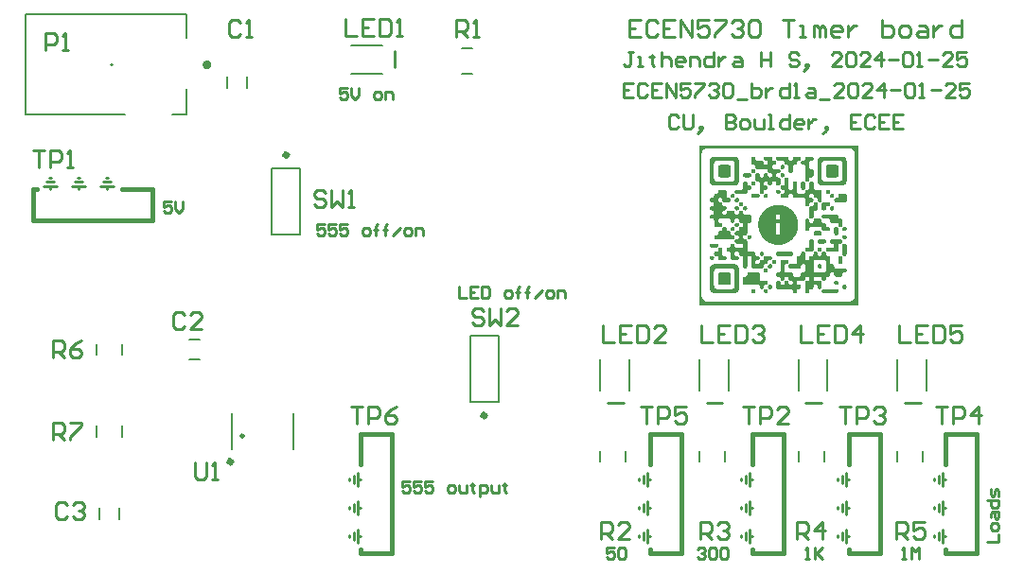
<source format=gto>
G04*
G04 #@! TF.GenerationSoftware,Altium Limited,Altium Designer,24.1.2 (44)*
G04*
G04 Layer_Color=65535*
%FSLAX44Y44*%
%MOMM*%
G71*
G04*
G04 #@! TF.SameCoordinates,18497732-E450-413E-AE6D-1912215BE0D1*
G04*
G04*
G04 #@! TF.FilePolarity,Positive*
G04*
G01*
G75*
%ADD10C,0.4000*%
%ADD11C,0.5080*%
%ADD12C,0.3000*%
%ADD13C,0.1270*%
%ADD14C,0.2540*%
%ADD15C,0.1524*%
%ADD16C,0.1999*%
%ADD17C,0.3810*%
%ADD18C,0.2000*%
G36*
X750785Y239281D02*
X608545D01*
Y382703D01*
X750785D01*
Y239281D01*
D02*
G37*
%LPC*%
G36*
X743692Y380282D02*
X615412D01*
Y380226D01*
X615018D01*
Y380170D01*
X614793D01*
Y380113D01*
X614567D01*
Y380057D01*
X614399D01*
Y380001D01*
X614230D01*
Y379945D01*
X614117D01*
Y379888D01*
X613948D01*
Y379832D01*
X613836D01*
Y379776D01*
X613723D01*
Y379720D01*
X613610D01*
Y379663D01*
X613498D01*
Y379607D01*
X613442D01*
Y379551D01*
X613329D01*
Y379494D01*
X613217D01*
Y379438D01*
X613160D01*
Y379382D01*
X613048D01*
Y379325D01*
X612991D01*
Y379269D01*
X612879D01*
Y379213D01*
X612822D01*
Y379157D01*
X612766D01*
Y379100D01*
X612710D01*
Y379044D01*
X612654D01*
Y378988D01*
X612597D01*
Y378931D01*
X612541D01*
Y378875D01*
X612485D01*
Y378819D01*
X612429D01*
Y378763D01*
X612372D01*
Y378706D01*
X612316D01*
Y378650D01*
X612260D01*
Y378594D01*
X612203D01*
Y378537D01*
X612147D01*
Y378481D01*
X612091D01*
Y378425D01*
X612034D01*
Y378368D01*
X611978D01*
Y378256D01*
X611922D01*
Y378200D01*
X611866D01*
Y378143D01*
X611809D01*
Y378031D01*
X611753D01*
Y377918D01*
X611697D01*
Y377806D01*
X611641D01*
Y377749D01*
X611584D01*
Y377637D01*
X611528D01*
Y377524D01*
X611472D01*
Y377412D01*
X611415D01*
Y377299D01*
X611359D01*
Y377130D01*
X611303D01*
Y377018D01*
X611246D01*
Y376849D01*
X611190D01*
Y376680D01*
X611134D01*
Y376455D01*
X611078D01*
Y376173D01*
X611021D01*
Y375836D01*
X610965D01*
Y247611D01*
X611021D01*
Y247274D01*
X611078D01*
Y246992D01*
X611134D01*
Y246823D01*
X611190D01*
Y246598D01*
X611246D01*
Y246486D01*
X611303D01*
Y246317D01*
X611359D01*
Y246148D01*
X611415D01*
Y246035D01*
X611472D01*
Y245923D01*
X611528D01*
Y245810D01*
X611584D01*
Y245754D01*
X611641D01*
Y245641D01*
X611697D01*
Y245529D01*
X611753D01*
Y245472D01*
X611809D01*
Y245360D01*
X611866D01*
Y245303D01*
X611922D01*
Y245191D01*
X611978D01*
Y245135D01*
X612034D01*
Y245078D01*
X612091D01*
Y245022D01*
X612147D01*
Y244909D01*
X612203D01*
Y244853D01*
X612260D01*
Y244797D01*
X612316D01*
Y244741D01*
X612372D01*
Y244684D01*
X612429D01*
Y244628D01*
X612485D01*
Y244572D01*
X612541D01*
Y244515D01*
X612597D01*
Y244459D01*
X612654D01*
Y244403D01*
X612766D01*
Y244347D01*
X612822D01*
Y244290D01*
X612879D01*
Y244234D01*
X612935D01*
Y244178D01*
X613048D01*
Y244121D01*
X613104D01*
Y244065D01*
X613160D01*
Y244009D01*
X613273D01*
Y243953D01*
X613385D01*
Y243896D01*
X613442D01*
Y243840D01*
X613554D01*
Y243784D01*
X613667D01*
Y243727D01*
X613779D01*
Y243671D01*
X613892D01*
Y243615D01*
X614005D01*
Y243559D01*
X614173D01*
Y243502D01*
X614286D01*
Y243446D01*
X614511D01*
Y243390D01*
X614624D01*
Y243333D01*
X614905D01*
Y243277D01*
X615130D01*
Y243221D01*
X615862D01*
Y243165D01*
X743242D01*
Y243221D01*
X743917D01*
Y243277D01*
X744143D01*
Y243333D01*
X744424D01*
Y243390D01*
X744593D01*
Y243446D01*
X744762D01*
Y243502D01*
X744931D01*
Y243559D01*
X745043D01*
Y243615D01*
X745156D01*
Y243671D01*
X745268D01*
Y243727D01*
X745437D01*
Y243784D01*
X745493D01*
Y243840D01*
X745606D01*
Y243896D01*
X745719D01*
Y243953D01*
X745775D01*
Y244009D01*
X745888D01*
Y244065D01*
X745944D01*
Y244121D01*
X746056D01*
Y244178D01*
X746113D01*
Y244234D01*
X746169D01*
Y244290D01*
X746225D01*
Y244347D01*
X746338D01*
Y244403D01*
X746394D01*
Y244459D01*
X746450D01*
Y244515D01*
X746507D01*
Y244572D01*
X746563D01*
Y244628D01*
X746619D01*
Y244684D01*
X746676D01*
Y244741D01*
X746732D01*
Y244797D01*
X746788D01*
Y244853D01*
X746844D01*
Y244909D01*
X746901D01*
Y244966D01*
X746957D01*
Y245078D01*
X747013D01*
Y245135D01*
X747070D01*
Y245191D01*
X747126D01*
Y245247D01*
X747182D01*
Y245360D01*
X747238D01*
Y245472D01*
X747295D01*
Y245529D01*
X747351D01*
Y245641D01*
X747407D01*
Y245697D01*
X747464D01*
Y245810D01*
X747520D01*
Y245923D01*
X747576D01*
Y246035D01*
X747633D01*
Y246148D01*
X747689D01*
Y246317D01*
X747745D01*
Y246429D01*
X747801D01*
Y246598D01*
X747858D01*
Y246767D01*
X747914D01*
Y246936D01*
X747970D01*
Y247274D01*
X748027D01*
Y247499D01*
X748083D01*
Y375948D01*
X748027D01*
Y376230D01*
X747970D01*
Y376511D01*
X747914D01*
Y376680D01*
X747858D01*
Y376849D01*
X747801D01*
Y377018D01*
X747745D01*
Y377187D01*
X747689D01*
Y377355D01*
X747633D01*
Y377412D01*
X747576D01*
Y377524D01*
X747520D01*
Y377637D01*
X747464D01*
Y377749D01*
X747407D01*
Y377862D01*
X747351D01*
Y377918D01*
X747295D01*
Y378031D01*
X747238D01*
Y378087D01*
X747182D01*
Y378200D01*
X747126D01*
Y378256D01*
X747070D01*
Y378368D01*
X747013D01*
Y378425D01*
X746957D01*
Y378481D01*
X746901D01*
Y378537D01*
X746844D01*
Y378594D01*
X746788D01*
Y378650D01*
X746732D01*
Y378763D01*
X746676D01*
Y378819D01*
X746619D01*
Y378875D01*
X746507D01*
Y378931D01*
X746450D01*
Y378988D01*
X746394D01*
Y379044D01*
X746338D01*
Y379100D01*
X746282D01*
Y379157D01*
X746225D01*
Y379213D01*
X746169D01*
Y379269D01*
X746056D01*
Y379325D01*
X746000D01*
Y379382D01*
X745888D01*
Y379438D01*
X745831D01*
Y379494D01*
X745719D01*
Y379551D01*
X745662D01*
Y379607D01*
X745550D01*
Y379663D01*
X745437D01*
Y379720D01*
X745325D01*
Y379776D01*
X745212D01*
Y379832D01*
X745099D01*
Y379888D01*
X744931D01*
Y379945D01*
X744818D01*
Y380001D01*
X744706D01*
Y380057D01*
X744480D01*
Y380113D01*
X744255D01*
Y380170D01*
X743974D01*
Y380226D01*
X743692D01*
Y380282D01*
D02*
G37*
%LPD*%
G36*
X698887Y372796D02*
X699000D01*
Y372740D01*
X699112D01*
Y372683D01*
X699225D01*
Y372627D01*
X699281D01*
Y372571D01*
X699337D01*
Y372515D01*
X699394D01*
Y372458D01*
X699450D01*
Y372402D01*
X699506D01*
Y372346D01*
X699563D01*
Y372289D01*
X699619D01*
Y372233D01*
X699675D01*
Y372177D01*
X699731D01*
Y372008D01*
X699788D01*
Y371952D01*
X699844D01*
Y371670D01*
X699900D01*
Y370432D01*
X699844D01*
Y370150D01*
X699788D01*
Y370038D01*
X699731D01*
Y369869D01*
X699675D01*
Y369813D01*
X699619D01*
Y369757D01*
X699563D01*
Y369644D01*
X699506D01*
Y369588D01*
X699450D01*
Y369531D01*
X699394D01*
Y369475D01*
X699281D01*
Y369419D01*
X699225D01*
Y369362D01*
X699112D01*
Y369306D01*
X698943D01*
Y369250D01*
X698887D01*
Y369194D01*
X697592D01*
Y369137D01*
X697367D01*
Y369081D01*
X697086D01*
Y369025D01*
X697029D01*
Y368968D01*
X696917D01*
Y368912D01*
X696804D01*
Y368856D01*
X696748D01*
Y368800D01*
X696692D01*
Y368743D01*
X696636D01*
Y368687D01*
X696579D01*
Y368631D01*
X696523D01*
Y368574D01*
X696467D01*
Y368462D01*
X696410D01*
Y368406D01*
X696354D01*
Y368237D01*
X696298D01*
Y368124D01*
X696242D01*
Y367786D01*
X696185D01*
Y366548D01*
X696129D01*
Y366436D01*
X696073D01*
Y366267D01*
X696016D01*
Y366210D01*
X695960D01*
Y366098D01*
X695904D01*
Y366041D01*
X695847D01*
Y365929D01*
X695791D01*
Y365873D01*
X695735D01*
Y365816D01*
X695679D01*
Y365760D01*
X695622D01*
Y365704D01*
X695510D01*
Y365647D01*
X695397D01*
Y365591D01*
X695341D01*
Y365535D01*
X695116D01*
Y365479D01*
X694778D01*
Y365422D01*
X693540D01*
Y365366D01*
X693427D01*
Y365310D01*
X693258D01*
Y365253D01*
X693202D01*
Y365197D01*
X693146D01*
Y365141D01*
X693033D01*
Y365085D01*
X692977D01*
Y365028D01*
X692921D01*
Y364972D01*
X692864D01*
Y364916D01*
X692808D01*
Y364803D01*
X692752D01*
Y364747D01*
X692695D01*
Y364634D01*
X692639D01*
Y364522D01*
X692583D01*
Y364353D01*
X692526D01*
Y363677D01*
X692470D01*
Y363227D01*
X692526D01*
Y359568D01*
X692470D01*
Y359174D01*
X692414D01*
Y358949D01*
X692358D01*
Y358893D01*
X692301D01*
Y358780D01*
X692245D01*
Y358668D01*
X692189D01*
Y358611D01*
X692132D01*
Y358499D01*
X692076D01*
Y358443D01*
X692020D01*
Y358386D01*
X691964D01*
Y358330D01*
X691907D01*
Y358274D01*
X691795D01*
Y358217D01*
X691738D01*
Y358161D01*
X691570D01*
Y358105D01*
X691344D01*
Y358049D01*
X689937D01*
Y358105D01*
X689656D01*
Y358161D01*
X689600D01*
Y358217D01*
X689487D01*
Y358274D01*
X689374D01*
Y358386D01*
X689262D01*
Y358443D01*
X689205D01*
Y358555D01*
X689149D01*
Y358611D01*
X689093D01*
Y358668D01*
X689037D01*
Y358780D01*
X688980D01*
Y358837D01*
X688924D01*
Y359005D01*
X688868D01*
Y359174D01*
X688811D01*
Y364071D01*
X688755D01*
Y364409D01*
X688699D01*
Y364522D01*
X688643D01*
Y364691D01*
X688586D01*
Y364747D01*
X688530D01*
Y364859D01*
X688474D01*
Y364916D01*
X688417D01*
Y364972D01*
X688361D01*
Y365028D01*
X688305D01*
Y365085D01*
X688249D01*
Y365141D01*
X688136D01*
Y365197D01*
X688080D01*
Y365253D01*
X688023D01*
Y365310D01*
X687855D01*
Y365366D01*
X687742D01*
Y365422D01*
X686447D01*
Y365479D01*
X686166D01*
Y365535D01*
X685941D01*
Y365591D01*
X685884D01*
Y365647D01*
X685772D01*
Y365704D01*
X685716D01*
Y365760D01*
X685659D01*
Y365816D01*
X685547D01*
Y365929D01*
X685490D01*
Y365985D01*
X685434D01*
Y366041D01*
X685378D01*
Y366098D01*
X685322D01*
Y366154D01*
X685265D01*
Y366323D01*
X685209D01*
Y366436D01*
X685153D01*
Y366661D01*
X685096D01*
Y367899D01*
X685040D01*
Y368124D01*
X684984D01*
Y368293D01*
X684928D01*
Y368349D01*
X684871D01*
Y368462D01*
X684815D01*
Y368574D01*
X684759D01*
Y368631D01*
X684702D01*
Y368687D01*
X684646D01*
Y368743D01*
X684590D01*
Y368800D01*
X684533D01*
Y368856D01*
X684477D01*
Y368912D01*
X684365D01*
Y368968D01*
X684308D01*
Y369025D01*
X684196D01*
Y369081D01*
X683914D01*
Y369137D01*
X683689D01*
Y369194D01*
X678736D01*
Y369250D01*
X678567D01*
Y369306D01*
X678454D01*
Y369362D01*
X678342D01*
Y369419D01*
X678286D01*
Y369475D01*
X678229D01*
Y369531D01*
X678173D01*
Y369588D01*
X678117D01*
Y369644D01*
X678060D01*
Y369700D01*
X678004D01*
Y369757D01*
X677948D01*
Y369869D01*
X677891D01*
Y369925D01*
X677835D01*
Y370094D01*
X677779D01*
Y370207D01*
X677723D01*
Y370601D01*
X677666D01*
Y371558D01*
X677723D01*
Y371895D01*
X677779D01*
Y372008D01*
X677835D01*
Y372121D01*
X677891D01*
Y372177D01*
X677948D01*
Y372289D01*
X678004D01*
Y372346D01*
X678060D01*
Y372402D01*
X678117D01*
Y372458D01*
X678173D01*
Y372515D01*
X678229D01*
Y372571D01*
X678286D01*
Y372627D01*
X678342D01*
Y372683D01*
X678454D01*
Y372740D01*
X678567D01*
Y372796D01*
X678736D01*
Y372852D01*
X687742D01*
Y372796D01*
X687911D01*
Y372740D01*
X688023D01*
Y372683D01*
X688080D01*
Y372627D01*
X688192D01*
Y372571D01*
X688249D01*
Y372515D01*
X688305D01*
Y372458D01*
X688361D01*
Y372402D01*
X688417D01*
Y372346D01*
X688474D01*
Y372289D01*
X688530D01*
Y372177D01*
X688586D01*
Y372064D01*
X688643D01*
Y371952D01*
X688699D01*
Y371839D01*
X688755D01*
Y371614D01*
X688811D01*
Y370319D01*
X688868D01*
Y370150D01*
X688924D01*
Y369982D01*
X688980D01*
Y369925D01*
X689037D01*
Y369813D01*
X689093D01*
Y369757D01*
X689149D01*
Y369700D01*
X689205D01*
Y369588D01*
X689318D01*
Y369475D01*
X689431D01*
Y369419D01*
X689487D01*
Y369362D01*
X689543D01*
Y369306D01*
X689712D01*
Y369250D01*
X689825D01*
Y369194D01*
X691457D01*
Y369250D01*
X691570D01*
Y369306D01*
X691738D01*
Y369362D01*
X691795D01*
Y369419D01*
X691907D01*
Y369475D01*
X691964D01*
Y369531D01*
X692020D01*
Y369588D01*
X692076D01*
Y369644D01*
X692132D01*
Y369700D01*
X692189D01*
Y369813D01*
X692245D01*
Y369869D01*
X692301D01*
Y370038D01*
X692358D01*
Y370094D01*
X692414D01*
Y370263D01*
X692470D01*
Y370713D01*
X692526D01*
Y371276D01*
X692470D01*
Y371501D01*
X692526D01*
Y371783D01*
X692583D01*
Y372008D01*
X692639D01*
Y372064D01*
X692695D01*
Y372177D01*
X692752D01*
Y372233D01*
X692808D01*
Y372346D01*
X692864D01*
Y372402D01*
X692921D01*
Y372458D01*
X692977D01*
Y372515D01*
X693033D01*
Y372571D01*
X693146D01*
Y372627D01*
X693202D01*
Y372683D01*
X693315D01*
Y372740D01*
X693427D01*
Y372796D01*
X693540D01*
Y372852D01*
X698887D01*
Y372796D01*
D02*
G37*
G36*
X672938D02*
X673051D01*
Y372740D01*
X673163D01*
Y372683D01*
X673276D01*
Y372627D01*
X673332D01*
Y372571D01*
X673389D01*
Y372515D01*
X673501D01*
Y372402D01*
X673614D01*
Y372289D01*
X673670D01*
Y372233D01*
X673726D01*
Y372177D01*
X673783D01*
Y372064D01*
X673839D01*
Y371952D01*
X673895D01*
Y371783D01*
X673951D01*
Y370488D01*
X674008D01*
Y370319D01*
X674064D01*
Y370038D01*
X674120D01*
Y369982D01*
X674176D01*
Y369869D01*
X674233D01*
Y369757D01*
X674289D01*
Y369700D01*
X674345D01*
Y369644D01*
X674402D01*
Y369588D01*
X674458D01*
Y369531D01*
X674514D01*
Y369475D01*
X674570D01*
Y369419D01*
X674627D01*
Y369362D01*
X674739D01*
Y369306D01*
X674908D01*
Y369250D01*
X675021D01*
Y369194D01*
X676259D01*
Y369137D01*
X676541D01*
Y369081D01*
X676766D01*
Y369025D01*
X676878D01*
Y368968D01*
X676991D01*
Y368912D01*
X677047D01*
Y368856D01*
X677104D01*
Y368800D01*
X677160D01*
Y368743D01*
X677216D01*
Y368687D01*
X677272D01*
Y368631D01*
X677329D01*
Y368574D01*
X677385D01*
Y368518D01*
X677441D01*
Y368406D01*
X677497D01*
Y368349D01*
X677554D01*
Y368180D01*
X677610D01*
Y368012D01*
X677666D01*
Y366604D01*
X677610D01*
Y366436D01*
X677554D01*
Y366267D01*
X677497D01*
Y366210D01*
X677441D01*
Y366098D01*
X677385D01*
Y366041D01*
X677329D01*
Y365985D01*
X677272D01*
Y365929D01*
X677216D01*
Y365873D01*
X677160D01*
Y365816D01*
X677104D01*
Y365760D01*
X677047D01*
Y365704D01*
X676991D01*
Y365647D01*
X676878D01*
Y365591D01*
X676822D01*
Y365535D01*
X676597D01*
Y365479D01*
X676259D01*
Y365422D01*
X675021D01*
Y365366D01*
X674908D01*
Y365310D01*
X674739D01*
Y365253D01*
X674683D01*
Y365197D01*
X674570D01*
Y365141D01*
X674514D01*
Y365085D01*
X674458D01*
Y365028D01*
X674402D01*
Y364972D01*
X674345D01*
Y364916D01*
X674289D01*
Y364859D01*
X674233D01*
Y364747D01*
X674176D01*
Y364634D01*
X674120D01*
Y364578D01*
X674064D01*
Y364353D01*
X674008D01*
Y364071D01*
X673951D01*
Y363058D01*
X674008D01*
Y362889D01*
X674064D01*
Y362664D01*
X674120D01*
Y362552D01*
X674176D01*
Y362439D01*
X674233D01*
Y362383D01*
X674289D01*
Y362270D01*
X674345D01*
Y362214D01*
X674402D01*
Y362158D01*
X674458D01*
Y362101D01*
X674514D01*
Y362045D01*
X674570D01*
Y361989D01*
X674683D01*
Y361932D01*
X674739D01*
Y361876D01*
X674908D01*
Y361820D01*
X675021D01*
Y361764D01*
X680031D01*
Y361707D01*
X680256D01*
Y361651D01*
X680481D01*
Y361595D01*
X680593D01*
Y361538D01*
X680650D01*
Y361482D01*
X680762D01*
Y361426D01*
X680818D01*
Y361370D01*
X680931D01*
Y361257D01*
X680987D01*
Y361201D01*
X681044D01*
Y361144D01*
X681100D01*
Y361088D01*
X681156D01*
Y361032D01*
X681212D01*
Y360863D01*
X681269D01*
Y360750D01*
X681325D01*
Y360525D01*
X681381D01*
Y359231D01*
X681325D01*
Y359005D01*
X681269D01*
Y358949D01*
X681212D01*
Y358780D01*
X681156D01*
Y358724D01*
X681100D01*
Y358668D01*
X681044D01*
Y358555D01*
X680987D01*
Y358499D01*
X680931D01*
Y358443D01*
X680875D01*
Y358386D01*
X680818D01*
Y358330D01*
X680762D01*
Y358274D01*
X680650D01*
Y358217D01*
X680593D01*
Y358161D01*
X680481D01*
Y358105D01*
X680256D01*
Y358049D01*
X678961D01*
Y357992D01*
X678623D01*
Y357936D01*
X678511D01*
Y357880D01*
X678398D01*
Y357823D01*
X678286D01*
Y357767D01*
X678229D01*
Y357711D01*
X678173D01*
Y357654D01*
X678117D01*
Y357598D01*
X678060D01*
Y357542D01*
X678004D01*
Y357429D01*
X677948D01*
Y357373D01*
X677891D01*
Y357317D01*
X677835D01*
Y357148D01*
X677779D01*
Y357035D01*
X677723D01*
Y356698D01*
X677666D01*
Y355741D01*
X677723D01*
Y355347D01*
X677779D01*
Y355234D01*
X677835D01*
Y355122D01*
X677891D01*
Y355065D01*
X677948D01*
Y354953D01*
X678004D01*
Y354896D01*
X678060D01*
Y354840D01*
X678117D01*
Y354784D01*
X678173D01*
Y354728D01*
X678229D01*
Y354615D01*
X678342D01*
Y354559D01*
X678398D01*
Y354502D01*
X678511D01*
Y354446D01*
X678736D01*
Y354390D01*
X678905D01*
Y354333D01*
X680256D01*
Y354277D01*
X680368D01*
Y354221D01*
X680593D01*
Y354165D01*
X680650D01*
Y354108D01*
X680706D01*
Y354052D01*
X680818D01*
Y353996D01*
X680875D01*
Y353940D01*
X680931D01*
Y353883D01*
X680987D01*
Y353827D01*
X681044D01*
Y353771D01*
X681100D01*
Y353658D01*
X681156D01*
Y353602D01*
X681212D01*
Y353489D01*
X681269D01*
Y353320D01*
X681325D01*
Y353152D01*
X681381D01*
Y348086D01*
X681325D01*
Y347917D01*
X681269D01*
Y347804D01*
X681212D01*
Y347691D01*
X681156D01*
Y347579D01*
X681100D01*
Y347523D01*
X681044D01*
Y347410D01*
X680987D01*
Y347354D01*
X680931D01*
Y347298D01*
X680818D01*
Y347185D01*
X680706D01*
Y347129D01*
X680650D01*
Y347072D01*
X680537D01*
Y347016D01*
X680312D01*
Y346960D01*
X680143D01*
Y346903D01*
X678905D01*
Y346960D01*
X678736D01*
Y347016D01*
X678511D01*
Y347072D01*
X678398D01*
Y347129D01*
X678342D01*
Y347185D01*
X678286D01*
Y347241D01*
X678229D01*
Y347298D01*
X678117D01*
Y347410D01*
X678060D01*
Y347466D01*
X678004D01*
Y347523D01*
X677948D01*
Y347579D01*
X677891D01*
Y347691D01*
X677835D01*
Y347860D01*
X677779D01*
Y347917D01*
X677723D01*
Y348254D01*
X677666D01*
Y349436D01*
X677610D01*
Y349662D01*
X677554D01*
Y349774D01*
X677497D01*
Y349887D01*
X677441D01*
Y349999D01*
X677385D01*
Y350056D01*
X677329D01*
Y350112D01*
X677272D01*
Y350168D01*
X677216D01*
Y350224D01*
X677160D01*
Y350281D01*
X677104D01*
Y350337D01*
X677047D01*
Y350393D01*
X676935D01*
Y350450D01*
X676822D01*
Y350506D01*
X676766D01*
Y350562D01*
X676372D01*
Y350619D01*
X675246D01*
Y350562D01*
X674908D01*
Y350506D01*
X674796D01*
Y350450D01*
X674683D01*
Y350393D01*
X674627D01*
Y350337D01*
X674514D01*
Y350281D01*
X674458D01*
Y350224D01*
X674402D01*
Y350168D01*
X674345D01*
Y350056D01*
X674289D01*
Y349999D01*
X674233D01*
Y349943D01*
X674176D01*
Y349831D01*
X674120D01*
Y349774D01*
X674064D01*
Y349493D01*
X674008D01*
Y349268D01*
X673951D01*
Y348029D01*
X673895D01*
Y347860D01*
X673839D01*
Y347748D01*
X673783D01*
Y347635D01*
X673726D01*
Y347579D01*
X673670D01*
Y347466D01*
X673614D01*
Y347410D01*
X673557D01*
Y347354D01*
X673501D01*
Y347298D01*
X673445D01*
Y347241D01*
X673389D01*
Y347185D01*
X673276D01*
Y347129D01*
X673220D01*
Y347072D01*
X673107D01*
Y347016D01*
X672938D01*
Y346960D01*
X672769D01*
Y346903D01*
X671531D01*
Y346960D01*
X671249D01*
Y347016D01*
X671137D01*
Y347072D01*
X671024D01*
Y347129D01*
X670968D01*
Y347185D01*
X670855D01*
Y347241D01*
X670799D01*
Y347298D01*
X670743D01*
Y347354D01*
X670687D01*
Y347410D01*
X670630D01*
Y347466D01*
X670574D01*
Y347523D01*
X670518D01*
Y347635D01*
X670462D01*
Y347691D01*
X670405D01*
Y347917D01*
X670349D01*
Y347973D01*
X670293D01*
Y349211D01*
X670236D01*
Y349493D01*
X670180D01*
Y349718D01*
X670124D01*
Y349831D01*
X670068D01*
Y349887D01*
X670011D01*
Y349999D01*
X669955D01*
Y350056D01*
X669899D01*
Y350112D01*
X669842D01*
Y350168D01*
X669786D01*
Y350281D01*
X669730D01*
Y350337D01*
X669617D01*
Y350393D01*
X669561D01*
Y350450D01*
X669448D01*
Y350506D01*
X669336D01*
Y350562D01*
X669054D01*
Y350619D01*
X667816D01*
Y350562D01*
X667478D01*
Y350506D01*
X667366D01*
Y350450D01*
X667253D01*
Y350393D01*
X667197D01*
Y350337D01*
X667141D01*
Y350281D01*
X667084D01*
Y350224D01*
X667028D01*
Y350168D01*
X666972D01*
Y350112D01*
X666915D01*
Y350056D01*
X666859D01*
Y349999D01*
X666803D01*
Y349887D01*
X666747D01*
Y349774D01*
X666690D01*
Y349718D01*
X666634D01*
Y349380D01*
X666578D01*
Y348086D01*
X666634D01*
Y347804D01*
X666690D01*
Y347748D01*
X666747D01*
Y347635D01*
X666803D01*
Y347579D01*
X666859D01*
Y347466D01*
X666915D01*
Y347410D01*
X666972D01*
Y347354D01*
X667028D01*
Y347298D01*
X667084D01*
Y347241D01*
X667141D01*
Y347185D01*
X667253D01*
Y347129D01*
X667309D01*
Y347072D01*
X667422D01*
Y347016D01*
X667591D01*
Y346960D01*
X667816D01*
Y346903D01*
X669167D01*
Y346847D01*
X669279D01*
Y346791D01*
X669448D01*
Y346735D01*
X669561D01*
Y346678D01*
X669673D01*
Y346622D01*
X669730D01*
Y346566D01*
X669786D01*
Y346510D01*
X669842D01*
Y346453D01*
X669899D01*
Y346397D01*
X669955D01*
Y346341D01*
X670011D01*
Y346228D01*
X670068D01*
Y346172D01*
X670124D01*
Y346003D01*
X670180D01*
Y345890D01*
X670236D01*
Y345665D01*
X670293D01*
Y344596D01*
X670236D01*
Y344370D01*
X670180D01*
Y344202D01*
X670124D01*
Y344033D01*
X670068D01*
Y343977D01*
X670011D01*
Y343864D01*
X669955D01*
Y343808D01*
X669899D01*
Y343751D01*
X669842D01*
Y343639D01*
X669730D01*
Y343526D01*
X669617D01*
Y343470D01*
X669561D01*
Y343414D01*
X669448D01*
Y343357D01*
X669336D01*
Y343301D01*
X669111D01*
Y343245D01*
X667872D01*
Y343189D01*
X667647D01*
Y343132D01*
X667422D01*
Y343076D01*
X667309D01*
Y343020D01*
X667197D01*
Y342963D01*
X667141D01*
Y342907D01*
X667084D01*
Y342851D01*
X667028D01*
Y342794D01*
X666972D01*
Y342738D01*
X666915D01*
Y342682D01*
X666859D01*
Y342569D01*
X666803D01*
Y342513D01*
X666747D01*
Y342401D01*
X666690D01*
Y342344D01*
X666634D01*
Y342006D01*
X666578D01*
Y340937D01*
X666521D01*
Y340543D01*
X666465D01*
Y340430D01*
X666409D01*
Y340318D01*
X666352D01*
Y340205D01*
X666296D01*
Y340149D01*
X666240D01*
Y340036D01*
X666184D01*
Y339980D01*
X666127D01*
Y339924D01*
X666071D01*
Y339868D01*
X665958D01*
Y339811D01*
X665902D01*
Y339755D01*
X665846D01*
Y339699D01*
X665790D01*
Y339642D01*
X665564D01*
Y339586D01*
X665339D01*
Y339530D01*
X664045D01*
Y339586D01*
X663820D01*
Y339642D01*
X663651D01*
Y339699D01*
X663594D01*
Y339755D01*
X663482D01*
Y339811D01*
X663426D01*
Y339868D01*
X663369D01*
Y339924D01*
X663313D01*
Y339980D01*
X663257D01*
Y340036D01*
X663200D01*
Y340093D01*
X663144D01*
Y340205D01*
X663088D01*
Y340261D01*
X663031D01*
Y340318D01*
X662975D01*
Y340487D01*
X662919D01*
Y340599D01*
X662863D01*
Y349380D01*
X662806D01*
Y349605D01*
X662750D01*
Y349774D01*
X662694D01*
Y349887D01*
X662637D01*
Y349943D01*
X662581D01*
Y350056D01*
X662525D01*
Y350112D01*
X662469D01*
Y350168D01*
X662412D01*
Y350224D01*
X662356D01*
Y350281D01*
X662300D01*
Y350337D01*
X662243D01*
Y350393D01*
X662131D01*
Y350450D01*
X662018D01*
Y350506D01*
X661962D01*
Y350562D01*
X661568D01*
Y350619D01*
X660442D01*
Y350675D01*
X660161D01*
Y350731D01*
X659992D01*
Y350787D01*
X659936D01*
Y350844D01*
X659823D01*
Y350900D01*
X659767D01*
Y350956D01*
X659654D01*
Y351012D01*
X659598D01*
Y351069D01*
X659542D01*
Y351125D01*
X659485D01*
Y351238D01*
X659429D01*
Y351294D01*
X659373D01*
Y351350D01*
X659316D01*
Y351519D01*
X659260D01*
Y351575D01*
X659204D01*
Y351913D01*
X659148D01*
Y356754D01*
X659204D01*
Y357092D01*
X659260D01*
Y357204D01*
X659316D01*
Y357317D01*
X659373D01*
Y357373D01*
X659429D01*
Y357486D01*
X659485D01*
Y357542D01*
X659542D01*
Y357598D01*
X659598D01*
Y357654D01*
X659654D01*
Y357711D01*
X659710D01*
Y357767D01*
X659767D01*
Y357823D01*
X659879D01*
Y357880D01*
X659992D01*
Y357936D01*
X660048D01*
Y357992D01*
X660386D01*
Y358049D01*
X661568D01*
Y357992D01*
X661906D01*
Y357936D01*
X662018D01*
Y357880D01*
X662131D01*
Y357823D01*
X662243D01*
Y357767D01*
X662300D01*
Y357711D01*
X662356D01*
Y357654D01*
X662412D01*
Y357598D01*
X662469D01*
Y357542D01*
X662525D01*
Y357486D01*
X662581D01*
Y357373D01*
X662637D01*
Y357317D01*
X662694D01*
Y357204D01*
X662750D01*
Y357035D01*
X662806D01*
Y356866D01*
X662863D01*
Y355516D01*
X662919D01*
Y355347D01*
X662975D01*
Y355178D01*
X663031D01*
Y355122D01*
X663088D01*
Y355009D01*
X663144D01*
Y354896D01*
X663200D01*
Y354840D01*
X663257D01*
Y354784D01*
X663313D01*
Y354728D01*
X663369D01*
Y354671D01*
X663426D01*
Y354615D01*
X663538D01*
Y354559D01*
X663594D01*
Y354502D01*
X663707D01*
Y354446D01*
X663876D01*
Y354390D01*
X664045D01*
Y354333D01*
X665339D01*
Y354390D01*
X665508D01*
Y354446D01*
X665677D01*
Y354502D01*
X665790D01*
Y354559D01*
X665846D01*
Y354615D01*
X665958D01*
Y354671D01*
X666015D01*
Y354728D01*
X666071D01*
Y354784D01*
X666127D01*
Y354840D01*
X666184D01*
Y354896D01*
X666240D01*
Y354953D01*
X666296D01*
Y355009D01*
X666352D01*
Y355178D01*
X666409D01*
Y355234D01*
X666465D01*
Y355347D01*
X666521D01*
Y355741D01*
X666578D01*
Y356866D01*
X666634D01*
Y357148D01*
X666690D01*
Y357204D01*
X666747D01*
Y357317D01*
X666803D01*
Y357429D01*
X666859D01*
Y357486D01*
X666915D01*
Y357542D01*
X666972D01*
Y357598D01*
X667028D01*
Y357654D01*
X667084D01*
Y357711D01*
X667141D01*
Y357767D01*
X667197D01*
Y357823D01*
X667253D01*
Y357880D01*
X667366D01*
Y357936D01*
X667478D01*
Y357992D01*
X667872D01*
Y358049D01*
X669054D01*
Y357992D01*
X669336D01*
Y357936D01*
X669448D01*
Y357880D01*
X669561D01*
Y357823D01*
X669617D01*
Y357767D01*
X669673D01*
Y357711D01*
X669730D01*
Y357654D01*
X669786D01*
Y357598D01*
X669842D01*
Y357542D01*
X669899D01*
Y357486D01*
X669955D01*
Y357429D01*
X670011D01*
Y357317D01*
X670068D01*
Y357261D01*
X670124D01*
Y357148D01*
X670180D01*
Y356979D01*
X670236D01*
Y356641D01*
X670293D01*
Y355403D01*
X670349D01*
Y355290D01*
X670405D01*
Y355122D01*
X670462D01*
Y355065D01*
X670518D01*
Y355009D01*
X670574D01*
Y354896D01*
X670630D01*
Y354840D01*
X670687D01*
Y354784D01*
X670743D01*
Y354728D01*
X670799D01*
Y354671D01*
X670855D01*
Y354615D01*
X670912D01*
Y354559D01*
X671024D01*
Y354502D01*
X671137D01*
Y354446D01*
X671249D01*
Y354390D01*
X671531D01*
Y354333D01*
X672769D01*
Y354390D01*
X672938D01*
Y354446D01*
X673107D01*
Y354502D01*
X673220D01*
Y354559D01*
X673276D01*
Y354615D01*
X673389D01*
Y354671D01*
X673445D01*
Y354728D01*
X673501D01*
Y354784D01*
X673557D01*
Y354840D01*
X673614D01*
Y354896D01*
X673670D01*
Y355009D01*
X673726D01*
Y355065D01*
X673783D01*
Y355178D01*
X673839D01*
Y355290D01*
X673895D01*
Y355459D01*
X673951D01*
Y356923D01*
X673895D01*
Y357148D01*
X673839D01*
Y357204D01*
X673783D01*
Y357317D01*
X673726D01*
Y357429D01*
X673670D01*
Y357486D01*
X673614D01*
Y357542D01*
X673557D01*
Y357598D01*
X673501D01*
Y357711D01*
X673389D01*
Y357767D01*
X673332D01*
Y357823D01*
X673276D01*
Y357880D01*
X673163D01*
Y357936D01*
X673051D01*
Y357992D01*
X672713D01*
Y358049D01*
X671418D01*
Y358105D01*
X671137D01*
Y358161D01*
X671081D01*
Y358217D01*
X670968D01*
Y358274D01*
X670855D01*
Y358330D01*
X670799D01*
Y358386D01*
X670743D01*
Y358443D01*
X670687D01*
Y358499D01*
X670630D01*
Y358555D01*
X670574D01*
Y358668D01*
X670518D01*
Y358780D01*
X670462D01*
Y358837D01*
X670405D01*
Y359005D01*
X670349D01*
Y359118D01*
X670293D01*
Y360356D01*
X670236D01*
Y360638D01*
X670180D01*
Y360807D01*
X670124D01*
Y360919D01*
X670068D01*
Y361032D01*
X670011D01*
Y361144D01*
X669955D01*
Y361201D01*
X669899D01*
Y361257D01*
X669842D01*
Y361313D01*
X669786D01*
Y361370D01*
X669730D01*
Y361426D01*
X669673D01*
Y361482D01*
X669561D01*
Y361538D01*
X669448D01*
Y361595D01*
X669392D01*
Y361651D01*
X669167D01*
Y361707D01*
X668829D01*
Y361764D01*
X660161D01*
Y361820D01*
X660105D01*
Y361876D01*
X659936D01*
Y361932D01*
X659823D01*
Y361989D01*
X659767D01*
Y362045D01*
X659710D01*
Y362101D01*
X659654D01*
Y362158D01*
X659542D01*
Y362214D01*
X659485D01*
Y362326D01*
X659429D01*
Y362383D01*
X659373D01*
Y362495D01*
X659316D01*
Y362664D01*
X659260D01*
Y362720D01*
X659204D01*
Y363058D01*
X659148D01*
Y364240D01*
X659091D01*
Y364465D01*
X659035D01*
Y364578D01*
X658979D01*
Y364691D01*
X658923D01*
Y364803D01*
X658866D01*
Y364859D01*
X658810D01*
Y364916D01*
X658754D01*
Y364972D01*
X658697D01*
Y365028D01*
X658641D01*
Y365085D01*
X658585D01*
Y365141D01*
X658528D01*
Y365197D01*
X658472D01*
Y365253D01*
X658360D01*
Y365310D01*
X658247D01*
Y365366D01*
X658134D01*
Y365422D01*
X656896D01*
Y365479D01*
X656558D01*
Y365535D01*
X656333D01*
Y365591D01*
X656221D01*
Y365647D01*
X656108D01*
Y365704D01*
X656052D01*
Y365760D01*
X655995D01*
Y365816D01*
X655939D01*
Y365873D01*
X655883D01*
Y365929D01*
X655827D01*
Y365985D01*
X655770D01*
Y366041D01*
X655714D01*
Y366154D01*
X655658D01*
Y366210D01*
X655602D01*
Y366323D01*
X655545D01*
Y366492D01*
X655489D01*
Y366717D01*
X655433D01*
Y371670D01*
X655489D01*
Y371839D01*
X655545D01*
Y372008D01*
X655602D01*
Y372064D01*
X655658D01*
Y372177D01*
X655714D01*
Y372289D01*
X655770D01*
Y372346D01*
X655827D01*
Y372402D01*
X655883D01*
Y372458D01*
X655939D01*
Y372515D01*
X655995D01*
Y372571D01*
X656052D01*
Y372627D01*
X656108D01*
Y372683D01*
X656221D01*
Y372740D01*
X656333D01*
Y372796D01*
X656502D01*
Y372852D01*
X658022D01*
Y372796D01*
X658247D01*
Y372740D01*
X658360D01*
Y372683D01*
X658472D01*
Y372627D01*
X658528D01*
Y372571D01*
X658585D01*
Y372515D01*
X658641D01*
Y372458D01*
X658697D01*
Y372402D01*
X658754D01*
Y372346D01*
X658810D01*
Y372289D01*
X658866D01*
Y372233D01*
X658923D01*
Y372121D01*
X658979D01*
Y372008D01*
X659035D01*
Y371895D01*
X659091D01*
Y371670D01*
X659148D01*
Y370545D01*
X659204D01*
Y370150D01*
X659260D01*
Y370094D01*
X659316D01*
Y369925D01*
X659373D01*
Y369813D01*
X659429D01*
Y369757D01*
X659485D01*
Y369700D01*
X659542D01*
Y369644D01*
X659598D01*
Y369588D01*
X659654D01*
Y369531D01*
X659710D01*
Y369475D01*
X659767D01*
Y369419D01*
X659823D01*
Y369362D01*
X659936D01*
Y369306D01*
X660048D01*
Y369250D01*
X660161D01*
Y369194D01*
X665170D01*
Y369137D01*
X665396D01*
Y369081D01*
X665677D01*
Y369025D01*
X665790D01*
Y368968D01*
X665902D01*
Y368912D01*
X665958D01*
Y368856D01*
X666015D01*
Y368800D01*
X666071D01*
Y368743D01*
X666127D01*
Y368687D01*
X666184D01*
Y368631D01*
X666240D01*
Y368518D01*
X666296D01*
Y368462D01*
X666352D01*
Y368349D01*
X666409D01*
Y368293D01*
X666465D01*
Y368124D01*
X666521D01*
Y367730D01*
X666578D01*
Y366604D01*
X666634D01*
Y366379D01*
X666690D01*
Y366267D01*
X666747D01*
Y366210D01*
X666803D01*
Y366098D01*
X666859D01*
Y365985D01*
X666915D01*
Y365929D01*
X667028D01*
Y365816D01*
X667141D01*
Y365760D01*
X667197D01*
Y365704D01*
X667253D01*
Y365647D01*
X667366D01*
Y365591D01*
X667422D01*
Y365535D01*
X667703D01*
Y365479D01*
X667985D01*
Y365422D01*
X668829D01*
Y365479D01*
X669167D01*
Y365535D01*
X669392D01*
Y365591D01*
X669505D01*
Y365647D01*
X669561D01*
Y365704D01*
X669673D01*
Y365760D01*
X669730D01*
Y365816D01*
X669786D01*
Y365873D01*
X669842D01*
Y365929D01*
X669899D01*
Y366041D01*
X669955D01*
Y366098D01*
X670011D01*
Y366154D01*
X670068D01*
Y366267D01*
X670124D01*
Y366436D01*
X670180D01*
Y366548D01*
X670236D01*
Y366829D01*
X670293D01*
Y367786D01*
X670236D01*
Y368068D01*
X670180D01*
Y368237D01*
X670124D01*
Y368406D01*
X670068D01*
Y368462D01*
X670011D01*
Y368574D01*
X669955D01*
Y368631D01*
X669899D01*
Y368687D01*
X669842D01*
Y368743D01*
X669786D01*
Y368800D01*
X669730D01*
Y368856D01*
X669673D01*
Y368912D01*
X669561D01*
Y368968D01*
X669505D01*
Y369025D01*
X669392D01*
Y369081D01*
X669167D01*
Y369137D01*
X668829D01*
Y369194D01*
X667591D01*
Y369250D01*
X667478D01*
Y369306D01*
X667309D01*
Y369362D01*
X667253D01*
Y369419D01*
X667197D01*
Y369475D01*
X667084D01*
Y369531D01*
X667028D01*
Y369588D01*
X666972D01*
Y369644D01*
X666915D01*
Y369757D01*
X666859D01*
Y369813D01*
X666803D01*
Y369869D01*
X666747D01*
Y370038D01*
X666690D01*
Y370094D01*
X666634D01*
Y370376D01*
X666578D01*
Y370826D01*
X666521D01*
Y370938D01*
X666578D01*
Y371670D01*
X666634D01*
Y371952D01*
X666690D01*
Y372064D01*
X666747D01*
Y372177D01*
X666803D01*
Y372233D01*
X666859D01*
Y372289D01*
X666915D01*
Y372402D01*
X666972D01*
Y372458D01*
X667028D01*
Y372515D01*
X667084D01*
Y372571D01*
X667197D01*
Y372627D01*
X667253D01*
Y372683D01*
X667366D01*
Y372740D01*
X667478D01*
Y372796D01*
X667591D01*
Y372852D01*
X672938D01*
Y372796D01*
D02*
G37*
G36*
X684083Y365366D02*
X684196D01*
Y365310D01*
X684308D01*
Y365253D01*
X684421D01*
Y365197D01*
X684477D01*
Y365141D01*
X684533D01*
Y365085D01*
X684590D01*
Y365028D01*
X684646D01*
Y364972D01*
X684702D01*
Y364916D01*
X684759D01*
Y364859D01*
X684815D01*
Y364803D01*
X684871D01*
Y364634D01*
X684928D01*
Y364578D01*
X684984D01*
Y364409D01*
X685040D01*
Y364240D01*
X685096D01*
Y363002D01*
X685040D01*
Y362833D01*
X684984D01*
Y362608D01*
X684928D01*
Y362552D01*
X684871D01*
Y362383D01*
X684815D01*
Y362326D01*
X684759D01*
Y362270D01*
X684702D01*
Y362158D01*
X684590D01*
Y362101D01*
X684533D01*
Y362045D01*
X684477D01*
Y361989D01*
X684421D01*
Y361932D01*
X684308D01*
Y361876D01*
X684139D01*
Y361820D01*
X684027D01*
Y361764D01*
X682451D01*
Y361820D01*
X682282D01*
Y361876D01*
X682169D01*
Y361932D01*
X682057D01*
Y361989D01*
X682001D01*
Y362045D01*
X681944D01*
Y362101D01*
X681888D01*
Y362158D01*
X681832D01*
Y362214D01*
X681775D01*
Y362270D01*
X681719D01*
Y362326D01*
X681663D01*
Y362383D01*
X681607D01*
Y362552D01*
X681550D01*
Y362608D01*
X681494D01*
Y362777D01*
X681438D01*
Y362946D01*
X681381D01*
Y363058D01*
Y363115D01*
Y364296D01*
X681438D01*
Y364409D01*
X681494D01*
Y364634D01*
X681550D01*
Y364691D01*
X681607D01*
Y364803D01*
X681663D01*
Y364859D01*
X681719D01*
Y364916D01*
X681775D01*
Y365028D01*
X681888D01*
Y365085D01*
X681944D01*
Y365141D01*
X682001D01*
Y365197D01*
X682057D01*
Y365253D01*
X682169D01*
Y365310D01*
X682282D01*
Y365366D01*
X682395D01*
Y365422D01*
X684083D01*
Y365366D01*
D02*
G37*
G36*
X657797Y361707D02*
X657965D01*
Y361651D01*
X658247D01*
Y361595D01*
X658360D01*
Y361538D01*
X658472D01*
Y361482D01*
X658528D01*
Y361426D01*
X658585D01*
Y361370D01*
X658641D01*
Y361313D01*
X658697D01*
Y361257D01*
X658754D01*
Y361201D01*
X658810D01*
Y361144D01*
X658866D01*
Y361088D01*
X658923D01*
Y360975D01*
X658979D01*
Y360863D01*
X659035D01*
Y360750D01*
X659091D01*
Y360469D01*
X659148D01*
Y359287D01*
X659091D01*
Y359005D01*
X659035D01*
Y358893D01*
X658979D01*
Y358837D01*
X658923D01*
Y358724D01*
X658866D01*
Y358668D01*
X658810D01*
Y358555D01*
X658754D01*
Y358499D01*
X658697D01*
Y358443D01*
X658641D01*
Y358386D01*
X658585D01*
Y358330D01*
X658528D01*
Y358274D01*
X658472D01*
Y358217D01*
X658360D01*
Y358161D01*
X658247D01*
Y358105D01*
X658022D01*
Y358049D01*
X656558D01*
Y358105D01*
X656333D01*
Y358161D01*
X656221D01*
Y358217D01*
X656164D01*
Y358274D01*
X656052D01*
Y358330D01*
X655995D01*
Y358386D01*
X655939D01*
Y358443D01*
X655883D01*
Y358499D01*
X655827D01*
Y358611D01*
X655770D01*
Y358668D01*
X655714D01*
Y358724D01*
X655658D01*
Y358837D01*
X655602D01*
Y358893D01*
X655545D01*
Y359118D01*
X655489D01*
Y359231D01*
X655433D01*
Y360300D01*
Y360356D01*
Y360525D01*
X655489D01*
Y360694D01*
X655545D01*
Y360863D01*
X655602D01*
Y360975D01*
X655658D01*
Y361032D01*
X655714D01*
Y361144D01*
X655770D01*
Y361201D01*
X655827D01*
Y361257D01*
X655883D01*
Y361313D01*
X655939D01*
Y361370D01*
X655995D01*
Y361426D01*
X656052D01*
Y361482D01*
X656108D01*
Y361538D01*
X656221D01*
Y361595D01*
X656333D01*
Y361651D01*
X656558D01*
Y361707D01*
X656952D01*
Y361764D01*
X657797D01*
Y361707D01*
D02*
G37*
G36*
X683802Y357992D02*
X684196D01*
Y357936D01*
X684252D01*
Y357880D01*
X684365D01*
Y357823D01*
X684477D01*
Y357767D01*
X684533D01*
Y357711D01*
X684590D01*
Y357654D01*
X684646D01*
Y357598D01*
X684702D01*
Y357542D01*
X684759D01*
Y357429D01*
X684815D01*
Y357373D01*
X684871D01*
Y357261D01*
X684928D01*
Y357204D01*
X684984D01*
Y357035D01*
X685040D01*
Y356810D01*
X685096D01*
Y355628D01*
X685040D01*
Y355403D01*
X684984D01*
Y355234D01*
X684928D01*
Y355122D01*
X684871D01*
Y355009D01*
X684815D01*
Y354953D01*
X684759D01*
Y354896D01*
X684702D01*
Y354784D01*
X684646D01*
Y354728D01*
X684533D01*
Y354615D01*
X684421D01*
Y354559D01*
X684365D01*
Y354502D01*
X684196D01*
Y354446D01*
X684027D01*
Y354390D01*
X683858D01*
Y354333D01*
X682563D01*
Y354390D01*
X682395D01*
Y354446D01*
X682226D01*
Y354502D01*
X682113D01*
Y354559D01*
X682057D01*
Y354615D01*
X681944D01*
Y354671D01*
X681888D01*
Y354728D01*
X681832D01*
Y354784D01*
X681775D01*
Y354896D01*
X681719D01*
Y354953D01*
X681663D01*
Y355009D01*
X681607D01*
Y355122D01*
X681550D01*
Y355178D01*
X681494D01*
Y355403D01*
X681438D01*
Y355516D01*
X681381D01*
Y356810D01*
X681438D01*
Y357035D01*
X681494D01*
Y357204D01*
X681550D01*
Y357261D01*
X681607D01*
Y357373D01*
X681663D01*
Y357429D01*
X681719D01*
Y357486D01*
X681775D01*
Y357598D01*
X681832D01*
Y357654D01*
X681888D01*
Y357711D01*
X681944D01*
Y357767D01*
X682001D01*
Y357823D01*
X682057D01*
Y357880D01*
X682226D01*
Y357936D01*
X682282D01*
Y357992D01*
X682676D01*
Y358049D01*
X683802D01*
Y357992D01*
D02*
G37*
G36*
X654194D02*
X654532D01*
Y357936D01*
X654588D01*
Y357880D01*
X654701D01*
Y357823D01*
X654813D01*
Y357767D01*
X654870D01*
Y357711D01*
X654926D01*
Y357654D01*
X654982D01*
Y357598D01*
X655039D01*
Y357542D01*
X655095D01*
Y357486D01*
X655151D01*
Y357373D01*
X655207D01*
Y357317D01*
X655264D01*
Y357204D01*
X655320D01*
Y357092D01*
X655376D01*
Y356923D01*
X655433D01*
Y355459D01*
X655376D01*
Y355347D01*
X655320D01*
Y355234D01*
X655264D01*
Y355065D01*
X655207D01*
Y355009D01*
X655151D01*
Y354953D01*
X655095D01*
Y354840D01*
X655039D01*
Y354784D01*
X654982D01*
Y354728D01*
X654926D01*
Y354671D01*
X654870D01*
Y354615D01*
X654757D01*
Y354559D01*
X654701D01*
Y354502D01*
X654588D01*
Y354446D01*
X654419D01*
Y354390D01*
X654250D01*
Y354333D01*
X649241D01*
Y354390D01*
X649072D01*
Y354446D01*
X648903D01*
Y354502D01*
X648734D01*
Y354559D01*
X648678D01*
Y354615D01*
X648622D01*
Y354671D01*
X648565D01*
Y354728D01*
X648509D01*
Y354784D01*
X648453D01*
Y354840D01*
X648397D01*
Y354896D01*
X648340D01*
Y354953D01*
X648284D01*
Y355065D01*
X648228D01*
Y355178D01*
X648171D01*
Y355234D01*
X648115D01*
Y355459D01*
X648059D01*
Y355741D01*
X648003D01*
Y356698D01*
X648059D01*
Y356923D01*
X648115D01*
Y357148D01*
X648171D01*
Y357261D01*
X648228D01*
Y357317D01*
X648284D01*
Y357429D01*
X648340D01*
Y357486D01*
X648397D01*
Y357542D01*
X648453D01*
Y357598D01*
X648509D01*
Y357711D01*
X648622D01*
Y357767D01*
X648678D01*
Y357823D01*
X648734D01*
Y357880D01*
X648903D01*
Y357936D01*
X648960D01*
Y357992D01*
X649353D01*
Y358049D01*
X654194D01*
Y357992D01*
D02*
G37*
G36*
X709920Y372796D02*
X710088D01*
Y372740D01*
X710257D01*
Y372683D01*
X710313D01*
Y372627D01*
X710370D01*
Y372571D01*
X710482D01*
Y372515D01*
X710539D01*
Y372458D01*
X710595D01*
Y372402D01*
X710651D01*
Y372346D01*
X710707D01*
Y372289D01*
X710764D01*
Y372177D01*
X710820D01*
Y372064D01*
X710876D01*
Y372008D01*
X710933D01*
Y371783D01*
X710989D01*
Y371614D01*
X711045D01*
Y370432D01*
X710989D01*
Y370319D01*
X710933D01*
Y370038D01*
X710876D01*
Y369982D01*
X710820D01*
Y369869D01*
X710764D01*
Y369757D01*
X710707D01*
Y369700D01*
X710651D01*
Y369644D01*
X710595D01*
Y369588D01*
X710539D01*
Y369531D01*
X710482D01*
Y369475D01*
X710426D01*
Y369419D01*
X710370D01*
Y369362D01*
X710257D01*
Y369306D01*
X710088D01*
Y369250D01*
X709976D01*
Y369194D01*
X708850D01*
Y369137D01*
X708456D01*
Y369081D01*
X708231D01*
Y369025D01*
X708118D01*
Y368968D01*
X708006D01*
Y368912D01*
X707949D01*
Y368856D01*
X707893D01*
Y368800D01*
X707837D01*
Y368743D01*
X707781D01*
Y368687D01*
X707724D01*
Y368631D01*
X707668D01*
Y368574D01*
X707612D01*
Y368518D01*
X707555D01*
Y368406D01*
X707499D01*
Y368349D01*
X707443D01*
Y368180D01*
X707386D01*
Y368012D01*
X707330D01*
Y362889D01*
X707386D01*
Y362720D01*
X707443D01*
Y362552D01*
X707499D01*
Y362495D01*
X707555D01*
Y362383D01*
X707612D01*
Y362326D01*
X707668D01*
Y362270D01*
X707724D01*
Y362158D01*
X707837D01*
Y362045D01*
X707949D01*
Y361989D01*
X708006D01*
Y361932D01*
X708118D01*
Y361876D01*
X708231D01*
Y361820D01*
X708400D01*
Y361764D01*
X709638D01*
Y361707D01*
X709863D01*
Y361651D01*
X710145D01*
Y361595D01*
X710257D01*
Y361538D01*
X710313D01*
Y361482D01*
X710426D01*
Y361426D01*
X710482D01*
Y361370D01*
X710539D01*
Y361313D01*
X710595D01*
Y361257D01*
X710651D01*
Y361201D01*
X710707D01*
Y361144D01*
X710764D01*
Y361032D01*
X710820D01*
Y360919D01*
X710876D01*
Y360863D01*
X710933D01*
Y360638D01*
X710989D01*
Y360469D01*
X711045D01*
Y355628D01*
X710989D01*
Y355459D01*
X710933D01*
Y355234D01*
X710876D01*
Y355178D01*
X710820D01*
Y355065D01*
X710764D01*
Y354953D01*
X710707D01*
Y354896D01*
X710651D01*
Y354784D01*
X710539D01*
Y354728D01*
X710482D01*
Y354671D01*
X710426D01*
Y354615D01*
X710370D01*
Y354559D01*
X710313D01*
Y354502D01*
X710145D01*
Y354446D01*
X709976D01*
Y354390D01*
X709807D01*
Y354333D01*
X708456D01*
Y354277D01*
X708343D01*
Y354221D01*
X708118D01*
Y354165D01*
X708062D01*
Y354108D01*
X707949D01*
Y354052D01*
X707893D01*
Y353996D01*
X707837D01*
Y353940D01*
X707781D01*
Y353883D01*
X707724D01*
Y353827D01*
X707668D01*
Y353771D01*
X707612D01*
Y353714D01*
X707555D01*
Y353602D01*
X707499D01*
Y353545D01*
X707443D01*
Y353377D01*
X707386D01*
Y353152D01*
X707330D01*
Y352026D01*
X707274D01*
Y351632D01*
X707218D01*
Y351519D01*
X707161D01*
Y351407D01*
X707105D01*
Y351350D01*
X707049D01*
Y351238D01*
X706992D01*
Y351181D01*
X706936D01*
Y351125D01*
X706880D01*
Y351012D01*
X706824D01*
Y350956D01*
X706711D01*
Y350900D01*
X706655D01*
Y350844D01*
X706542D01*
Y350787D01*
X706430D01*
Y350731D01*
X706317D01*
Y350675D01*
X705979D01*
Y350619D01*
X705022D01*
Y350675D01*
X704572D01*
Y350731D01*
X704460D01*
Y350787D01*
X704403D01*
Y350844D01*
X704291D01*
Y350900D01*
X704234D01*
Y350956D01*
X704122D01*
Y351012D01*
X704065D01*
Y351069D01*
X704009D01*
Y351125D01*
X703953D01*
Y351238D01*
X703897D01*
Y351294D01*
X703840D01*
Y351350D01*
X703784D01*
Y351519D01*
X703728D01*
Y351632D01*
X703671D01*
Y351801D01*
X703615D01*
Y354390D01*
Y354446D01*
Y364296D01*
X703559D01*
Y364409D01*
X703503D01*
Y364634D01*
X703446D01*
Y364691D01*
X703390D01*
Y364803D01*
X703334D01*
Y364859D01*
X703278D01*
Y364916D01*
X703221D01*
Y364972D01*
X703165D01*
Y365028D01*
X703109D01*
Y365085D01*
X703052D01*
Y365141D01*
X702996D01*
Y365197D01*
X702940D01*
Y365253D01*
X702827D01*
Y365310D01*
X702715D01*
Y365366D01*
X702546D01*
Y365422D01*
X701364D01*
Y365479D01*
X701026D01*
Y365535D01*
X700801D01*
Y365591D01*
X700688D01*
Y365647D01*
X700632D01*
Y365704D01*
X700519D01*
Y365760D01*
X700463D01*
Y365816D01*
X700407D01*
Y365873D01*
X700350D01*
Y365929D01*
X700294D01*
Y365985D01*
X700238D01*
Y366041D01*
X700182D01*
Y366154D01*
X700125D01*
Y366210D01*
X700069D01*
Y366323D01*
X700013D01*
Y366492D01*
X699957D01*
Y366773D01*
X699900D01*
Y367786D01*
X699957D01*
Y368124D01*
X700013D01*
Y368293D01*
X700069D01*
Y368349D01*
X700125D01*
Y368462D01*
X700182D01*
Y368574D01*
X700238D01*
Y368631D01*
X700294D01*
Y368687D01*
X700350D01*
Y368743D01*
X700407D01*
Y368800D01*
X700463D01*
Y368856D01*
X700519D01*
Y368912D01*
X700632D01*
Y368968D01*
X700688D01*
Y369025D01*
X700801D01*
Y369081D01*
X701026D01*
Y369137D01*
X701364D01*
Y369194D01*
X702602D01*
Y369250D01*
X702658D01*
Y369306D01*
X702827D01*
Y369362D01*
X702940D01*
Y369419D01*
X702996D01*
Y369475D01*
X703109D01*
Y369588D01*
X703165D01*
Y369644D01*
X703221D01*
Y369700D01*
X703278D01*
Y369757D01*
X703334D01*
Y369813D01*
X703390D01*
Y369925D01*
X703446D01*
Y370038D01*
X703503D01*
Y370207D01*
X703559D01*
Y370376D01*
X703615D01*
Y371670D01*
X703671D01*
Y371895D01*
X703728D01*
Y372008D01*
X703784D01*
Y372121D01*
X703840D01*
Y372177D01*
X703897D01*
Y372289D01*
X703953D01*
Y372346D01*
X704009D01*
Y372402D01*
X704065D01*
Y372458D01*
X704122D01*
Y372515D01*
X704178D01*
Y372571D01*
X704234D01*
Y372627D01*
X704291D01*
Y372683D01*
X704403D01*
Y372740D01*
X704516D01*
Y372796D01*
X704685D01*
Y372852D01*
X709920D01*
Y372796D01*
D02*
G37*
G36*
X737275D02*
X737557D01*
Y372740D01*
X737782D01*
Y372683D01*
X737951D01*
Y372627D01*
X738176D01*
Y372571D01*
X738345D01*
Y372515D01*
X738401D01*
Y372458D01*
X738514D01*
Y372402D01*
X738626D01*
Y372346D01*
X738739D01*
Y372289D01*
X738851D01*
Y372233D01*
X738908D01*
Y372177D01*
X739020D01*
Y372121D01*
X739077D01*
Y372064D01*
X739189D01*
Y372008D01*
X739246D01*
Y371952D01*
X739302D01*
Y371895D01*
X739414D01*
Y371783D01*
X739527D01*
Y371726D01*
X739583D01*
Y371614D01*
X739640D01*
Y371558D01*
X739696D01*
Y371501D01*
X739752D01*
Y371389D01*
X739808D01*
Y371333D01*
X739865D01*
Y371276D01*
X739921D01*
Y371220D01*
X739977D01*
Y371107D01*
X740034D01*
Y371051D01*
X740090D01*
Y370938D01*
X740146D01*
Y370826D01*
X740202D01*
Y370713D01*
X740259D01*
Y370601D01*
X740315D01*
Y370545D01*
X740371D01*
Y370376D01*
X740428D01*
Y370207D01*
X740484D01*
Y370038D01*
X740540D01*
Y369757D01*
X740596D01*
Y369475D01*
X740653D01*
Y350224D01*
X740596D01*
Y349999D01*
X740540D01*
Y349774D01*
X740484D01*
Y349605D01*
X740428D01*
Y349436D01*
X740371D01*
Y349268D01*
X740315D01*
Y349155D01*
X740259D01*
Y349043D01*
X740202D01*
Y348930D01*
X740146D01*
Y348874D01*
X740090D01*
Y348761D01*
X740034D01*
Y348705D01*
X739977D01*
Y348592D01*
X739921D01*
Y348536D01*
X739865D01*
Y348423D01*
X739808D01*
Y348367D01*
X739752D01*
Y348311D01*
X739696D01*
Y348198D01*
X739640D01*
Y348142D01*
X739583D01*
Y348086D01*
X739527D01*
Y348029D01*
X739471D01*
Y347973D01*
X739358D01*
Y347917D01*
X739302D01*
Y347860D01*
X739246D01*
Y347804D01*
X739189D01*
Y347748D01*
X739077D01*
Y347691D01*
X739020D01*
Y347635D01*
X738908D01*
Y347579D01*
X738851D01*
Y347523D01*
X738795D01*
Y347466D01*
X738626D01*
Y347410D01*
X738570D01*
Y347354D01*
X738457D01*
Y347298D01*
X738345D01*
Y347241D01*
X738232D01*
Y347185D01*
X738007D01*
Y347129D01*
X737895D01*
Y347072D01*
X737613D01*
Y347016D01*
X737332D01*
Y346960D01*
X736994D01*
Y346903D01*
X718419D01*
Y346960D01*
X718081D01*
Y347016D01*
X717744D01*
Y347072D01*
X717518D01*
Y347129D01*
X717406D01*
Y347185D01*
X717181D01*
Y347241D01*
X717068D01*
Y347298D01*
X716955D01*
Y347354D01*
X716843D01*
Y347410D01*
X716787D01*
Y347466D01*
X716618D01*
Y347523D01*
X716562D01*
Y347579D01*
X716449D01*
Y347635D01*
X716393D01*
Y347691D01*
X716336D01*
Y347748D01*
X716224D01*
Y347804D01*
X716167D01*
Y347860D01*
X716111D01*
Y347917D01*
X716055D01*
Y347973D01*
X715942D01*
Y348029D01*
X715886D01*
Y348086D01*
X715830D01*
Y348142D01*
X715773D01*
Y348254D01*
X715661D01*
Y348367D01*
X715604D01*
Y348423D01*
X715548D01*
Y348536D01*
X715492D01*
Y348592D01*
X715436D01*
Y348648D01*
X715379D01*
Y348761D01*
X715323D01*
Y348874D01*
X715267D01*
Y348986D01*
X715210D01*
Y349043D01*
X715154D01*
Y349155D01*
X715098D01*
Y349268D01*
X715042D01*
Y349380D01*
X714985D01*
Y349605D01*
X714929D01*
Y349774D01*
X714873D01*
Y349943D01*
X714817D01*
Y350281D01*
X714760D01*
Y350675D01*
X714704D01*
Y369194D01*
X714760D01*
Y369475D01*
X714817D01*
Y369813D01*
X714873D01*
Y370094D01*
X714929D01*
Y370207D01*
X714985D01*
Y370432D01*
X715042D01*
Y370545D01*
X715098D01*
Y370657D01*
X715154D01*
Y370770D01*
X715210D01*
Y370826D01*
X715267D01*
Y370938D01*
X715323D01*
Y371051D01*
X715379D01*
Y371107D01*
X715436D01*
Y371220D01*
X715492D01*
Y371276D01*
X715548D01*
Y371389D01*
X715604D01*
Y371445D01*
X715661D01*
Y371501D01*
X715717D01*
Y371558D01*
X715773D01*
Y371670D01*
X715830D01*
Y371726D01*
X715886D01*
Y371783D01*
X715942D01*
Y371839D01*
X715999D01*
Y371895D01*
X716111D01*
Y371952D01*
X716167D01*
Y372008D01*
X716224D01*
Y372064D01*
X716336D01*
Y372121D01*
X716393D01*
Y372177D01*
X716505D01*
Y372233D01*
X716562D01*
Y372289D01*
X716674D01*
Y372346D01*
X716787D01*
Y372402D01*
X716899D01*
Y372458D01*
X717012D01*
Y372515D01*
X717068D01*
Y372571D01*
X717293D01*
Y372627D01*
X717406D01*
Y372683D01*
X717631D01*
Y372740D01*
X717856D01*
Y372796D01*
X718081D01*
Y372852D01*
X737275D01*
Y372796D01*
D02*
G37*
G36*
X657909Y350562D02*
X658247D01*
Y350506D01*
X658303D01*
Y350450D01*
X658416D01*
Y350393D01*
X658528D01*
Y350337D01*
X658585D01*
Y350281D01*
X658641D01*
Y350224D01*
X658697D01*
Y350168D01*
X658754D01*
Y350112D01*
X658810D01*
Y349999D01*
X658866D01*
Y349943D01*
X658923D01*
Y349887D01*
X658979D01*
Y349774D01*
X659035D01*
Y349662D01*
X659091D01*
Y349324D01*
X659148D01*
Y348142D01*
X659091D01*
Y347917D01*
X659035D01*
Y347748D01*
X658979D01*
Y347691D01*
X658923D01*
Y347579D01*
X658866D01*
Y347523D01*
X658810D01*
Y347410D01*
X658754D01*
Y347354D01*
X658697D01*
Y347298D01*
X658585D01*
Y347185D01*
X658472D01*
Y347129D01*
X658416D01*
Y347072D01*
X658303D01*
Y347016D01*
X658134D01*
Y346960D01*
X657909D01*
Y346903D01*
X656671D01*
Y346960D01*
X656502D01*
Y347016D01*
X656333D01*
Y347072D01*
X656164D01*
Y347129D01*
X656108D01*
Y347185D01*
X656052D01*
Y347241D01*
X655995D01*
Y347298D01*
X655883D01*
Y347354D01*
X655827D01*
Y347466D01*
X655770D01*
Y347523D01*
X655714D01*
Y347635D01*
X655658D01*
Y347691D01*
X655602D01*
Y347804D01*
X655545D01*
Y347973D01*
X655489D01*
Y348142D01*
X655433D01*
Y349380D01*
X655489D01*
Y349549D01*
X655545D01*
Y349774D01*
X655602D01*
Y349831D01*
X655658D01*
Y349943D01*
X655714D01*
Y349999D01*
X655770D01*
Y350056D01*
X655827D01*
Y350168D01*
X655883D01*
Y350224D01*
X655939D01*
Y350281D01*
X656052D01*
Y350337D01*
X656108D01*
Y350393D01*
X656164D01*
Y350450D01*
X656277D01*
Y350506D01*
X656389D01*
Y350562D01*
X656727D01*
Y350619D01*
X657909D01*
Y350562D01*
D02*
G37*
G36*
X640966Y372796D02*
X641192D01*
Y372740D01*
X641417D01*
Y372683D01*
X641642D01*
Y372627D01*
X641811D01*
Y372571D01*
X641980D01*
Y372515D01*
X642036D01*
Y372458D01*
X642205D01*
Y372402D01*
X642261D01*
Y372346D01*
X642374D01*
Y372289D01*
X642486D01*
Y372233D01*
X642543D01*
Y372177D01*
X642655D01*
Y372121D01*
X642768D01*
Y372064D01*
X642824D01*
Y372008D01*
X642880D01*
Y371952D01*
X642937D01*
Y371895D01*
X643049D01*
Y371839D01*
X643105D01*
Y371783D01*
X643162D01*
Y371726D01*
X643218D01*
Y371670D01*
X643274D01*
Y371558D01*
X643331D01*
Y371501D01*
X643387D01*
Y371445D01*
X643443D01*
Y371333D01*
X643500D01*
Y371276D01*
X643556D01*
Y371220D01*
X643612D01*
Y371164D01*
X643668D01*
Y371051D01*
X643725D01*
Y370995D01*
X643781D01*
Y370882D01*
X643837D01*
Y370770D01*
X643894D01*
Y370657D01*
X643950D01*
Y370545D01*
X644006D01*
Y370432D01*
X644062D01*
Y370263D01*
X644119D01*
Y370094D01*
X644175D01*
Y369869D01*
X644231D01*
Y369531D01*
X644287D01*
Y369250D01*
X644344D01*
Y350562D01*
X644287D01*
Y350224D01*
X644231D01*
Y349887D01*
X644175D01*
Y349718D01*
X644119D01*
Y349605D01*
X644062D01*
Y349324D01*
X644006D01*
Y349268D01*
X643950D01*
Y349155D01*
X643894D01*
Y349043D01*
X643837D01*
Y348930D01*
X643781D01*
Y348817D01*
X643725D01*
Y348761D01*
X643668D01*
Y348648D01*
X643612D01*
Y348592D01*
X643556D01*
Y348480D01*
X643500D01*
Y348423D01*
X643443D01*
Y348367D01*
X643387D01*
Y348254D01*
X643331D01*
Y348198D01*
X643274D01*
Y348142D01*
X643218D01*
Y348086D01*
X643162D01*
Y348029D01*
X643105D01*
Y347973D01*
X643049D01*
Y347917D01*
X642993D01*
Y347860D01*
X642880D01*
Y347804D01*
X642824D01*
Y347748D01*
X642711D01*
Y347691D01*
X642655D01*
Y347635D01*
X642599D01*
Y347579D01*
X642486D01*
Y347523D01*
X642430D01*
Y347466D01*
X642318D01*
Y347410D01*
X642205D01*
Y347354D01*
X642092D01*
Y347298D01*
X641980D01*
Y347241D01*
X641923D01*
Y347185D01*
X641642D01*
Y347129D01*
X641529D01*
Y347072D01*
X641304D01*
Y347016D01*
X640966D01*
Y346960D01*
X640629D01*
Y346903D01*
X622110D01*
Y346960D01*
X621772D01*
Y347016D01*
X621435D01*
Y347072D01*
X621153D01*
Y347129D01*
X621041D01*
Y347185D01*
X620815D01*
Y347241D01*
X620703D01*
Y347298D01*
X620590D01*
Y347354D01*
X620478D01*
Y347410D01*
X620421D01*
Y347466D01*
X620309D01*
Y347523D01*
X620196D01*
Y347579D01*
X620140D01*
Y347635D01*
X620027D01*
Y347691D01*
X619971D01*
Y347748D01*
X619915D01*
Y347804D01*
X619859D01*
Y347860D01*
X619746D01*
Y347917D01*
X619690D01*
Y347973D01*
X619577D01*
Y348029D01*
X619521D01*
Y348086D01*
X619464D01*
Y348142D01*
X619408D01*
Y348198D01*
X619352D01*
Y348311D01*
X619296D01*
Y348367D01*
X619239D01*
Y348423D01*
X619183D01*
Y348536D01*
X619127D01*
Y348592D01*
X619071D01*
Y348705D01*
X619014D01*
Y348761D01*
X618958D01*
Y348874D01*
X618902D01*
Y348986D01*
X618845D01*
Y349099D01*
X618789D01*
Y349211D01*
X618733D01*
Y349268D01*
X618676D01*
Y349493D01*
X618620D01*
Y349605D01*
X618564D01*
Y349887D01*
X618508D01*
Y350056D01*
X618451D01*
Y350281D01*
X618395D01*
Y369419D01*
X618451D01*
Y369757D01*
X618508D01*
Y369982D01*
X618564D01*
Y370207D01*
X618620D01*
Y370319D01*
X618676D01*
Y370545D01*
X618733D01*
Y370601D01*
X618789D01*
Y370713D01*
X618845D01*
Y370826D01*
X618902D01*
Y370882D01*
X618958D01*
Y370995D01*
X619014D01*
Y371107D01*
X619071D01*
Y371164D01*
X619127D01*
Y371276D01*
X619183D01*
Y371333D01*
X619239D01*
Y371389D01*
X619296D01*
Y371445D01*
X619352D01*
Y371558D01*
X619408D01*
Y371614D01*
X619464D01*
Y371726D01*
X619521D01*
Y371783D01*
X619633D01*
Y371839D01*
X619690D01*
Y371895D01*
X619746D01*
Y371952D01*
X619802D01*
Y372008D01*
X619915D01*
Y372064D01*
X619971D01*
Y372121D01*
X620027D01*
Y372177D01*
X620140D01*
Y372233D01*
X620252D01*
Y372289D01*
X620365D01*
Y372346D01*
X620421D01*
Y372402D01*
X620534D01*
Y372458D01*
X620647D01*
Y372515D01*
X620703D01*
Y372571D01*
X620928D01*
Y372627D01*
X621041D01*
Y372683D01*
X621266D01*
Y372740D01*
X621491D01*
Y372796D01*
X621829D01*
Y372852D01*
X640966D01*
Y372796D01*
D02*
G37*
G36*
X702321Y350562D02*
X702715D01*
Y350506D01*
X702771D01*
Y350450D01*
X702883D01*
Y350393D01*
X702996D01*
Y350337D01*
X703052D01*
Y350281D01*
X703109D01*
Y350224D01*
X703165D01*
Y350168D01*
X703221D01*
Y350112D01*
X703278D01*
Y350056D01*
X703334D01*
Y349943D01*
X703390D01*
Y349831D01*
X703446D01*
Y349774D01*
X703503D01*
Y349605D01*
X703559D01*
Y349380D01*
X703615D01*
Y344427D01*
X703559D01*
Y344314D01*
X703503D01*
Y344089D01*
X703446D01*
Y344033D01*
X703390D01*
Y343920D01*
X703334D01*
Y343808D01*
X703278D01*
Y343751D01*
X703221D01*
Y343695D01*
X703165D01*
Y343639D01*
X703109D01*
Y343582D01*
X703052D01*
Y343526D01*
X702940D01*
Y343470D01*
X702883D01*
Y343414D01*
X702771D01*
Y343357D01*
X702658D01*
Y343301D01*
X702489D01*
Y343245D01*
X701026D01*
Y343301D01*
X700857D01*
Y343357D01*
X700744D01*
Y343414D01*
X700632D01*
Y343470D01*
X700576D01*
Y343526D01*
X700463D01*
Y343582D01*
X700407D01*
Y343639D01*
X700350D01*
Y343695D01*
X700294D01*
Y343751D01*
X700238D01*
Y343808D01*
X700182D01*
Y343920D01*
X700125D01*
Y344089D01*
X700069D01*
Y344145D01*
X700013D01*
Y344314D01*
X699957D01*
Y344483D01*
X699900D01*
Y349324D01*
X699957D01*
Y349549D01*
X700013D01*
Y349774D01*
X700069D01*
Y349831D01*
X700125D01*
Y349943D01*
X700182D01*
Y349999D01*
X700238D01*
Y350112D01*
X700294D01*
Y350168D01*
X700350D01*
Y350224D01*
X700407D01*
Y350281D01*
X700463D01*
Y350337D01*
X700519D01*
Y350393D01*
X700632D01*
Y350450D01*
X700744D01*
Y350506D01*
X700801D01*
Y350562D01*
X701195D01*
Y350619D01*
X702321D01*
Y350562D01*
D02*
G37*
G36*
X724554Y343189D02*
X724780D01*
Y343132D01*
X725005D01*
Y343076D01*
X725061D01*
Y343020D01*
X725173D01*
Y342963D01*
X725286D01*
Y342907D01*
X725342D01*
Y342851D01*
X725399D01*
Y342794D01*
X725455D01*
Y342738D01*
X725511D01*
Y342626D01*
X725567D01*
Y342569D01*
X725624D01*
Y342513D01*
X725680D01*
Y342344D01*
X725736D01*
Y342288D01*
X725793D01*
Y341894D01*
X725849D01*
Y340881D01*
X725793D01*
Y340487D01*
X725736D01*
Y340430D01*
X725680D01*
Y340261D01*
X725624D01*
Y340205D01*
X725567D01*
Y340149D01*
X725511D01*
Y340036D01*
X725455D01*
Y339980D01*
X725399D01*
Y339924D01*
X725342D01*
Y339868D01*
X725286D01*
Y339811D01*
X725230D01*
Y339755D01*
X725117D01*
Y339699D01*
X725061D01*
Y339642D01*
X724892D01*
Y339586D01*
X724667D01*
Y339530D01*
X723372D01*
Y339586D01*
X723091D01*
Y339642D01*
X722978D01*
Y339699D01*
X722866D01*
Y339755D01*
X722753D01*
Y339811D01*
X722697D01*
Y339868D01*
X722641D01*
Y339924D01*
X722584D01*
Y339980D01*
X722528D01*
Y340036D01*
X722472D01*
Y340093D01*
X722415D01*
Y340205D01*
X722359D01*
Y340318D01*
X722303D01*
Y340430D01*
X722246D01*
Y340543D01*
X722190D01*
Y340712D01*
X722134D01*
Y342006D01*
X722190D01*
Y342232D01*
X722246D01*
Y342344D01*
X722303D01*
Y342457D01*
X722359D01*
Y342569D01*
X722415D01*
Y342626D01*
X722472D01*
Y342682D01*
X722528D01*
Y342794D01*
X722584D01*
Y342851D01*
X722697D01*
Y342963D01*
X722809D01*
Y343020D01*
X722922D01*
Y343076D01*
X722978D01*
Y343132D01*
X723147D01*
Y343189D01*
X723429D01*
Y343245D01*
X724554D01*
Y343189D01*
D02*
G37*
G36*
X680087D02*
X680368D01*
Y343132D01*
X680537D01*
Y343076D01*
X680593D01*
Y343020D01*
X680706D01*
Y342963D01*
X680818D01*
Y342907D01*
X680875D01*
Y342851D01*
X680931D01*
Y342794D01*
X680987D01*
Y342738D01*
X681044D01*
Y342626D01*
X681100D01*
Y342569D01*
X681156D01*
Y342513D01*
X681212D01*
Y342344D01*
X681269D01*
Y342232D01*
X681325D01*
Y342063D01*
X681381D01*
Y340768D01*
X681325D01*
Y340487D01*
X681269D01*
Y340374D01*
X681212D01*
Y340261D01*
X681156D01*
Y340205D01*
X681100D01*
Y340093D01*
X681044D01*
Y340036D01*
X680987D01*
Y339980D01*
X680931D01*
Y339924D01*
X680875D01*
Y339868D01*
X680818D01*
Y339811D01*
X680762D01*
Y339755D01*
X680650D01*
Y339699D01*
X680593D01*
Y339642D01*
X680424D01*
Y339586D01*
X680199D01*
Y339530D01*
X678848D01*
Y339586D01*
X678680D01*
Y339642D01*
X678454D01*
Y339699D01*
X678398D01*
Y339755D01*
X678286D01*
Y339811D01*
X678229D01*
Y339868D01*
X678173D01*
Y339924D01*
X678117D01*
Y339980D01*
X678060D01*
Y340036D01*
X678004D01*
Y340093D01*
X677948D01*
Y340205D01*
X677891D01*
Y340261D01*
X677835D01*
Y340430D01*
X677779D01*
Y340543D01*
X677723D01*
Y340881D01*
X677666D01*
Y341838D01*
X677723D01*
Y342232D01*
X677779D01*
Y342344D01*
X677835D01*
Y342457D01*
X677891D01*
Y342569D01*
X677948D01*
Y342626D01*
X678004D01*
Y342682D01*
X678060D01*
Y342738D01*
X678117D01*
Y342851D01*
X678229D01*
Y342963D01*
X678342D01*
Y343020D01*
X678454D01*
Y343076D01*
X678511D01*
Y343132D01*
X678736D01*
Y343189D01*
X678905D01*
Y343245D01*
X680087D01*
Y343189D01*
D02*
G37*
G36*
X650423Y350562D02*
X650817D01*
Y350506D01*
X650873D01*
Y350450D01*
X650986D01*
Y350393D01*
X651098D01*
Y350337D01*
X651155D01*
Y350281D01*
X651211D01*
Y350224D01*
X651267D01*
Y350168D01*
X651324D01*
Y350112D01*
X651380D01*
Y350056D01*
X651436D01*
Y349999D01*
X651492D01*
Y349887D01*
X651549D01*
Y349831D01*
X651605D01*
Y349718D01*
X651661D01*
Y349493D01*
X651718D01*
Y349099D01*
X651774D01*
Y347973D01*
X651830D01*
Y347860D01*
X651886D01*
Y347691D01*
X651943D01*
Y347635D01*
X651999D01*
Y347523D01*
X652055D01*
Y347466D01*
X652112D01*
Y347410D01*
X652168D01*
Y347354D01*
X652224D01*
Y347298D01*
X652281D01*
Y347241D01*
X652337D01*
Y347185D01*
X652393D01*
Y347129D01*
X652506D01*
Y347072D01*
X652618D01*
Y347016D01*
X652787D01*
Y346960D01*
X652956D01*
Y346903D01*
X654363D01*
Y346847D01*
X654476D01*
Y346791D01*
X654644D01*
Y346735D01*
X654701D01*
Y346678D01*
X654813D01*
Y346622D01*
X654870D01*
Y346566D01*
X654982D01*
Y346510D01*
X655039D01*
Y346453D01*
X655095D01*
Y346397D01*
X655151D01*
Y346284D01*
X655207D01*
Y346228D01*
X655264D01*
Y346115D01*
X655320D01*
Y346003D01*
X655376D01*
Y345778D01*
X655433D01*
Y344370D01*
X655376D01*
Y344258D01*
X655320D01*
Y344145D01*
X655264D01*
Y343977D01*
X655207D01*
Y343920D01*
X655151D01*
Y343808D01*
X655095D01*
Y343751D01*
X655039D01*
Y343695D01*
X654982D01*
Y343639D01*
X654926D01*
Y343582D01*
X654870D01*
Y343526D01*
X654813D01*
Y343470D01*
X654757D01*
Y343414D01*
X654588D01*
Y343357D01*
X654532D01*
Y343301D01*
X654307D01*
Y343245D01*
X652956D01*
Y343189D01*
X652787D01*
Y343132D01*
X652562D01*
Y343076D01*
X652506D01*
Y343020D01*
X652393D01*
Y342963D01*
X652337D01*
Y342907D01*
X652281D01*
Y342851D01*
X652168D01*
Y342738D01*
X652112D01*
Y342682D01*
X652055D01*
Y342626D01*
X651999D01*
Y342569D01*
X651943D01*
Y342457D01*
X651886D01*
Y342288D01*
X651830D01*
Y342232D01*
X651774D01*
Y340993D01*
X651718D01*
Y340656D01*
X651661D01*
Y340487D01*
X651605D01*
Y340318D01*
X651549D01*
Y340261D01*
X651492D01*
Y340149D01*
X651436D01*
Y340093D01*
X651380D01*
Y340036D01*
X651324D01*
Y339980D01*
X651267D01*
Y339924D01*
X651211D01*
Y339868D01*
X651155D01*
Y339811D01*
X651098D01*
Y339755D01*
X650986D01*
Y339699D01*
X650929D01*
Y339642D01*
X650761D01*
Y339586D01*
X650536D01*
Y339530D01*
X641811D01*
Y339586D01*
X641586D01*
Y339642D01*
X641417D01*
Y339699D01*
X641361D01*
Y339755D01*
X641248D01*
Y339811D01*
X641192D01*
Y339868D01*
X641135D01*
Y339924D01*
X641079D01*
Y339980D01*
X641023D01*
Y340036D01*
X640966D01*
Y340093D01*
X640910D01*
Y340149D01*
X640854D01*
Y340261D01*
X640798D01*
Y340374D01*
X640741D01*
Y340487D01*
X640685D01*
Y340768D01*
X640629D01*
Y342006D01*
X640685D01*
Y342344D01*
X640741D01*
Y342401D01*
X640798D01*
Y342513D01*
X640854D01*
Y342569D01*
X640910D01*
Y342626D01*
X640966D01*
Y342738D01*
X641023D01*
Y342794D01*
X641079D01*
Y342851D01*
X641135D01*
Y342907D01*
X641192D01*
Y342963D01*
X641304D01*
Y343020D01*
X641361D01*
Y343076D01*
X641417D01*
Y343132D01*
X641698D01*
Y343189D01*
X641923D01*
Y343245D01*
X646933D01*
Y343301D01*
X647046D01*
Y343357D01*
X647158D01*
Y343414D01*
X647327D01*
Y343470D01*
X647383D01*
Y343526D01*
X647440D01*
Y343582D01*
X647496D01*
Y343639D01*
X647552D01*
Y343695D01*
X647608D01*
Y343751D01*
X647665D01*
Y343808D01*
X647721D01*
Y343864D01*
X647777D01*
Y343920D01*
X647834D01*
Y344033D01*
X647890D01*
Y344202D01*
X647946D01*
Y344314D01*
X648003D01*
Y349268D01*
X648059D01*
Y349436D01*
X648115D01*
Y349718D01*
X648171D01*
Y349831D01*
X648228D01*
Y349887D01*
X648284D01*
Y349999D01*
X648340D01*
Y350056D01*
X648397D01*
Y350112D01*
X648453D01*
Y350168D01*
X648509D01*
Y350281D01*
X648565D01*
Y350337D01*
X648678D01*
Y350393D01*
X648734D01*
Y350450D01*
X648847D01*
Y350506D01*
X648960D01*
Y350562D01*
X649297D01*
Y350619D01*
X650423D01*
Y350562D01*
D02*
G37*
G36*
X728157Y339473D02*
X728551D01*
Y339417D01*
X728663D01*
Y339361D01*
X728832D01*
Y339305D01*
X728888D01*
Y339248D01*
X728945D01*
Y339192D01*
X729057D01*
Y339080D01*
X729170D01*
Y338967D01*
X729226D01*
Y338911D01*
X729283D01*
Y338854D01*
X729339D01*
Y338742D01*
X729395D01*
Y338685D01*
X729451D01*
Y338517D01*
Y338460D01*
X729508D01*
Y338348D01*
X729564D01*
Y336997D01*
X729508D01*
Y336884D01*
X729451D01*
Y336659D01*
X729395D01*
Y336603D01*
X729339D01*
Y336490D01*
X729283D01*
Y336378D01*
X729226D01*
Y336321D01*
X729170D01*
Y336265D01*
X729114D01*
Y336209D01*
X729057D01*
Y336152D01*
X729001D01*
Y336096D01*
X728888D01*
Y336040D01*
X728832D01*
Y335984D01*
X728663D01*
Y335927D01*
X728607D01*
Y335871D01*
X728326D01*
Y335815D01*
X727031D01*
Y335871D01*
X726806D01*
Y335927D01*
X726693D01*
Y335984D01*
X726524D01*
Y336040D01*
X726468D01*
Y336096D01*
X726412D01*
Y336152D01*
X726356D01*
Y336209D01*
X726299D01*
Y336265D01*
X726243D01*
Y336321D01*
X726187D01*
Y336378D01*
X726130D01*
Y336490D01*
X726074D01*
Y336603D01*
X726018D01*
Y336715D01*
X725962D01*
Y336828D01*
X725905D01*
Y337053D01*
X725849D01*
Y338291D01*
X725905D01*
Y338573D01*
X725962D01*
Y338685D01*
X726018D01*
Y338742D01*
X726074D01*
Y338854D01*
X726130D01*
Y338911D01*
X726187D01*
Y339023D01*
X726243D01*
Y339080D01*
X726299D01*
Y339136D01*
X726356D01*
Y339192D01*
X726412D01*
Y339248D01*
X726524D01*
Y339305D01*
X726581D01*
Y339361D01*
X726750D01*
Y339417D01*
X726862D01*
Y339473D01*
X727256D01*
Y339530D01*
X728157D01*
Y339473D01*
D02*
G37*
G36*
X668829D02*
X669279D01*
Y339417D01*
X669392D01*
Y339361D01*
X669561D01*
Y339305D01*
X669617D01*
Y339248D01*
X669673D01*
Y339192D01*
X669730D01*
Y339136D01*
X669786D01*
Y339080D01*
X669842D01*
Y339023D01*
X669899D01*
Y338967D01*
X669955D01*
Y338911D01*
X670011D01*
Y338798D01*
X670068D01*
Y338742D01*
X670124D01*
Y338629D01*
X670180D01*
Y338404D01*
X670236D01*
Y338123D01*
X670293D01*
Y337166D01*
X670236D01*
Y336940D01*
X670180D01*
Y336772D01*
X670124D01*
Y336603D01*
X670068D01*
Y336547D01*
X670011D01*
Y336434D01*
X669955D01*
Y336378D01*
X669899D01*
Y336321D01*
X669842D01*
Y336209D01*
X669730D01*
Y336152D01*
X669673D01*
Y336096D01*
X669617D01*
Y336040D01*
X669561D01*
Y335984D01*
X669392D01*
Y335927D01*
X669336D01*
Y335871D01*
X669111D01*
Y335815D01*
X667760D01*
Y335871D01*
X667534D01*
Y335927D01*
X667422D01*
Y335984D01*
X667253D01*
Y336040D01*
X667197D01*
Y336096D01*
X667141D01*
Y336152D01*
X667084D01*
Y336209D01*
X667028D01*
Y336265D01*
X666915D01*
Y336378D01*
X666859D01*
Y336434D01*
X666803D01*
Y336547D01*
X666747D01*
Y336659D01*
X666690D01*
Y336715D01*
X666634D01*
Y336997D01*
X666578D01*
Y338404D01*
X666634D01*
Y338629D01*
X666690D01*
Y338685D01*
X666747D01*
Y338798D01*
X666803D01*
Y338854D01*
X666859D01*
Y338967D01*
X666915D01*
Y339023D01*
X666972D01*
Y339080D01*
X667028D01*
Y339136D01*
X667084D01*
Y339192D01*
X667141D01*
Y339248D01*
X667197D01*
Y339305D01*
X667309D01*
Y339361D01*
X667422D01*
Y339417D01*
X667534D01*
Y339473D01*
X667985D01*
Y339530D01*
X668829D01*
Y339473D01*
D02*
G37*
G36*
X661455D02*
X661906D01*
Y339417D01*
X661962D01*
Y339361D01*
X662131D01*
Y339305D01*
X662187D01*
Y339248D01*
X662243D01*
Y339192D01*
X662300D01*
Y339136D01*
X662356D01*
Y339080D01*
X662412D01*
Y339023D01*
X662469D01*
Y338967D01*
X662525D01*
Y338911D01*
X662581D01*
Y338854D01*
X662637D01*
Y338742D01*
X662694D01*
Y338629D01*
X662750D01*
Y338460D01*
X662806D01*
Y338348D01*
X662863D01*
Y337053D01*
X662806D01*
Y336884D01*
X662750D01*
Y336715D01*
X662694D01*
Y336603D01*
X662637D01*
Y336490D01*
X662581D01*
Y336378D01*
X662469D01*
Y336265D01*
X662412D01*
Y336209D01*
X662356D01*
Y336152D01*
X662300D01*
Y336096D01*
X662187D01*
Y336040D01*
X662131D01*
Y335984D01*
X662018D01*
Y335927D01*
X661906D01*
Y335871D01*
X661681D01*
Y335815D01*
X656615D01*
Y335871D01*
X656389D01*
Y335927D01*
X656277D01*
Y335984D01*
X656164D01*
Y336040D01*
X656108D01*
Y336096D01*
X655995D01*
Y336152D01*
X655939D01*
Y336209D01*
X655883D01*
Y336265D01*
X655827D01*
Y336321D01*
X655770D01*
Y336378D01*
X655714D01*
Y336490D01*
X655658D01*
Y336603D01*
X655602D01*
Y336659D01*
X655545D01*
Y336884D01*
X655489D01*
Y337053D01*
X655433D01*
Y338348D01*
X655489D01*
Y338460D01*
X655545D01*
Y338685D01*
X655602D01*
Y338742D01*
X655658D01*
Y338854D01*
X655714D01*
Y338911D01*
X655770D01*
Y338967D01*
X655827D01*
Y339080D01*
X655939D01*
Y339136D01*
X655995D01*
Y339192D01*
X656052D01*
Y339248D01*
X656108D01*
Y339305D01*
X656164D01*
Y339361D01*
X656333D01*
Y339417D01*
X656446D01*
Y339473D01*
X656840D01*
Y339530D01*
X661455D01*
Y339473D01*
D02*
G37*
G36*
X639222D02*
X639616D01*
Y339417D01*
X639728D01*
Y339361D01*
X639897D01*
Y339305D01*
X639953D01*
Y339248D01*
X640010D01*
Y339192D01*
X640122D01*
Y339136D01*
X640179D01*
Y339023D01*
X640235D01*
Y338967D01*
X640291D01*
Y338911D01*
X640347D01*
Y338854D01*
X640404D01*
Y338742D01*
X640460D01*
Y338629D01*
X640516D01*
Y338517D01*
X640573D01*
Y338123D01*
X640629D01*
Y337109D01*
X640573D01*
Y336828D01*
X640516D01*
Y336715D01*
X640460D01*
Y336603D01*
X640404D01*
Y336490D01*
X640347D01*
Y336434D01*
X640291D01*
Y336321D01*
X640235D01*
Y336265D01*
X640179D01*
Y336209D01*
X640122D01*
Y336152D01*
X640066D01*
Y336096D01*
X639953D01*
Y336040D01*
X639897D01*
Y335984D01*
X639785D01*
Y335927D01*
X639672D01*
Y335871D01*
X639503D01*
Y335815D01*
X638040D01*
Y335871D01*
X637871D01*
Y335927D01*
X637758D01*
Y335984D01*
X637645D01*
Y336040D01*
X637589D01*
Y336096D01*
X637477D01*
Y336152D01*
X637420D01*
Y336209D01*
X637364D01*
Y336265D01*
X637308D01*
Y336321D01*
X637252D01*
Y336378D01*
X637195D01*
Y336490D01*
X637139D01*
Y336603D01*
X637083D01*
Y336659D01*
X637026D01*
Y336828D01*
X636970D01*
Y336997D01*
X636914D01*
Y338404D01*
X636970D01*
Y338517D01*
X637026D01*
Y338685D01*
X637083D01*
Y338798D01*
X637139D01*
Y338854D01*
X637195D01*
Y338911D01*
X637252D01*
Y338967D01*
X637308D01*
Y339080D01*
X637420D01*
Y339192D01*
X637533D01*
Y339248D01*
X637589D01*
Y339305D01*
X637645D01*
Y339361D01*
X637758D01*
Y339417D01*
X637927D01*
Y339473D01*
X638321D01*
Y339530D01*
X639222D01*
Y339473D01*
D02*
G37*
G36*
X739302D02*
X739696D01*
Y339417D01*
X739808D01*
Y339361D01*
X739921D01*
Y339305D01*
X739977D01*
Y339248D01*
X740090D01*
Y339192D01*
X740146D01*
Y339136D01*
X740202D01*
Y339080D01*
X740259D01*
Y339023D01*
X740315D01*
Y338967D01*
X740371D01*
Y338854D01*
X740428D01*
Y338798D01*
X740484D01*
Y338685D01*
X740540D01*
Y338573D01*
X740596D01*
Y338460D01*
X740653D01*
Y333169D01*
X740596D01*
Y333057D01*
X740540D01*
Y332888D01*
X740484D01*
Y332831D01*
X740428D01*
Y332719D01*
X740371D01*
Y332663D01*
X740315D01*
Y332606D01*
X740259D01*
Y332494D01*
X740146D01*
Y332438D01*
X740090D01*
Y332381D01*
X740034D01*
Y332325D01*
X739921D01*
Y332269D01*
X739865D01*
Y332212D01*
X739640D01*
Y332156D01*
X739302D01*
Y332100D01*
X730690D01*
Y332156D01*
X730521D01*
Y332212D01*
X730352D01*
Y332269D01*
X730296D01*
Y332325D01*
X730183D01*
Y332381D01*
X730127D01*
Y332438D01*
X730071D01*
Y332494D01*
X730014D01*
Y332550D01*
X729958D01*
Y332606D01*
X729902D01*
Y332663D01*
X729845D01*
Y332775D01*
X729789D01*
Y332831D01*
X729733D01*
Y332944D01*
X729677D01*
Y333057D01*
X729620D01*
Y333226D01*
X729564D01*
Y334689D01*
X729620D01*
Y334802D01*
X729677D01*
Y334970D01*
X729733D01*
Y335083D01*
X729789D01*
Y335139D01*
X729845D01*
Y335252D01*
X729902D01*
Y335308D01*
X729958D01*
Y335364D01*
X730014D01*
Y335421D01*
X730071D01*
Y335477D01*
X730127D01*
Y335533D01*
X730183D01*
Y335590D01*
X730296D01*
Y335646D01*
X730408D01*
Y335702D01*
X730633D01*
Y335759D01*
X730802D01*
Y335815D01*
X732097D01*
Y335871D01*
X732322D01*
Y335927D01*
X732378D01*
Y335984D01*
X732547D01*
Y336040D01*
X732604D01*
Y336096D01*
X732716D01*
Y336152D01*
X732772D01*
Y336209D01*
X732829D01*
Y336265D01*
X732885D01*
Y336378D01*
X732941D01*
Y336434D01*
X732998D01*
Y336490D01*
X733054D01*
Y336603D01*
X733110D01*
Y336772D01*
X733166D01*
Y336884D01*
X733223D01*
Y338066D01*
X733279D01*
Y338404D01*
X733335D01*
Y338629D01*
X733392D01*
Y338685D01*
X733448D01*
Y338798D01*
X733504D01*
Y338911D01*
X733560D01*
Y338967D01*
X733617D01*
Y339023D01*
X733673D01*
Y339080D01*
X733729D01*
Y339136D01*
X733786D01*
Y339192D01*
X733842D01*
Y339248D01*
X733898D01*
Y339305D01*
X733954D01*
Y339361D01*
X734123D01*
Y339417D01*
X734236D01*
Y339473D01*
X734686D01*
Y339530D01*
X739302D01*
Y339473D01*
D02*
G37*
G36*
X687686Y354277D02*
X687798D01*
Y354221D01*
X687967D01*
Y354165D01*
X688080D01*
Y354108D01*
X688136D01*
Y354052D01*
X688249D01*
Y353996D01*
X688305D01*
Y353940D01*
X688361D01*
Y353827D01*
X688417D01*
Y353771D01*
X688530D01*
Y353602D01*
X688586D01*
Y353545D01*
X688643D01*
Y353433D01*
X688699D01*
Y353264D01*
X688755D01*
Y353039D01*
X688811D01*
Y344370D01*
X688868D01*
Y344258D01*
X688924D01*
Y344033D01*
X688980D01*
Y343977D01*
X689037D01*
Y343864D01*
X689093D01*
Y343808D01*
X689149D01*
Y343751D01*
X689205D01*
Y343695D01*
X689262D01*
Y343639D01*
X689318D01*
Y343582D01*
X689374D01*
Y343526D01*
X689431D01*
Y343470D01*
X689487D01*
Y343414D01*
X689600D01*
Y343357D01*
X689768D01*
Y343301D01*
X689937D01*
Y343245D01*
X691344D01*
Y343301D01*
X691513D01*
Y343357D01*
X691682D01*
Y343414D01*
X691795D01*
Y343470D01*
X691851D01*
Y343526D01*
X691964D01*
Y343582D01*
X692020D01*
Y343695D01*
X692132D01*
Y343808D01*
X692189D01*
Y343864D01*
X692245D01*
Y343920D01*
X692301D01*
Y344089D01*
X692358D01*
Y344145D01*
X692414D01*
Y344370D01*
X692470D01*
Y344765D01*
X692526D01*
Y344933D01*
X692470D01*
Y345102D01*
X692526D01*
Y345778D01*
X692470D01*
Y345890D01*
X692526D01*
Y347129D01*
X692470D01*
Y347241D01*
X692526D01*
Y348986D01*
X692470D01*
Y349155D01*
X692526D01*
Y349493D01*
X692583D01*
Y349718D01*
X692639D01*
Y349831D01*
X692695D01*
Y349943D01*
X692752D01*
Y349999D01*
X692808D01*
Y350056D01*
X692864D01*
Y350168D01*
X692977D01*
Y350281D01*
X693089D01*
Y350337D01*
X693146D01*
Y350393D01*
X693202D01*
Y350450D01*
X693315D01*
Y350506D01*
X693427D01*
Y350562D01*
X693708D01*
Y350619D01*
X695003D01*
Y350562D01*
X695285D01*
Y350506D01*
X695397D01*
Y350450D01*
X695453D01*
Y350393D01*
X695566D01*
Y350337D01*
X695622D01*
Y350281D01*
X695679D01*
Y350224D01*
X695735D01*
Y350168D01*
X695791D01*
Y350112D01*
X695847D01*
Y350056D01*
X695904D01*
Y349999D01*
X695960D01*
Y349887D01*
X696016D01*
Y349831D01*
X696073D01*
Y349662D01*
X696129D01*
Y349493D01*
X696185D01*
Y340881D01*
X696242D01*
Y340543D01*
X696298D01*
Y340430D01*
X696354D01*
Y340318D01*
X696410D01*
Y340205D01*
X696467D01*
Y340093D01*
X696523D01*
Y340036D01*
X696579D01*
Y339980D01*
X696636D01*
Y339924D01*
X696692D01*
Y339868D01*
X696748D01*
Y339811D01*
X696804D01*
Y339755D01*
X696973D01*
Y339699D01*
X697029D01*
Y339642D01*
X697142D01*
Y339586D01*
X697423D01*
Y339530D01*
X702433D01*
Y339586D01*
X702602D01*
Y339642D01*
X702827D01*
Y339699D01*
X702883D01*
Y339755D01*
X702996D01*
Y339811D01*
X703052D01*
Y339868D01*
X703109D01*
Y339924D01*
X703165D01*
Y339980D01*
X703221D01*
Y340036D01*
X703278D01*
Y340149D01*
X703334D01*
Y340205D01*
X703390D01*
Y340318D01*
X703446D01*
Y340374D01*
X703503D01*
Y340543D01*
X703559D01*
Y340712D01*
X703615D01*
Y342063D01*
X703671D01*
Y342232D01*
X703728D01*
Y342344D01*
X703784D01*
Y342513D01*
X703840D01*
Y342569D01*
X703897D01*
Y342626D01*
X703953D01*
Y342738D01*
X704009D01*
Y342794D01*
X704065D01*
Y342851D01*
X704122D01*
Y342907D01*
X704178D01*
Y342963D01*
X704291D01*
Y343020D01*
X704403D01*
Y343076D01*
X704460D01*
Y343132D01*
X704685D01*
Y343189D01*
X704854D01*
Y343245D01*
X706204D01*
Y343301D01*
X706373D01*
Y343357D01*
X706486D01*
Y343414D01*
X706599D01*
Y343470D01*
X706711D01*
Y343526D01*
X706767D01*
Y343582D01*
X706824D01*
Y343639D01*
X706880D01*
Y343695D01*
X706936D01*
Y343808D01*
X706992D01*
Y343864D01*
X707049D01*
Y343920D01*
X707105D01*
Y344033D01*
X707161D01*
Y344145D01*
X707218D01*
Y344258D01*
X707274D01*
Y344652D01*
X707330D01*
Y349380D01*
X707386D01*
Y349662D01*
X707443D01*
Y349831D01*
X707499D01*
Y349887D01*
X707555D01*
Y349999D01*
X707612D01*
Y350056D01*
X707668D01*
Y350112D01*
X707724D01*
Y350168D01*
X707781D01*
Y350224D01*
X707837D01*
Y350281D01*
X707893D01*
Y350337D01*
X707949D01*
Y350393D01*
X708006D01*
Y350450D01*
X708175D01*
Y350506D01*
X708231D01*
Y350562D01*
X708625D01*
Y350619D01*
X709751D01*
Y350562D01*
X710088D01*
Y350506D01*
X710201D01*
Y350450D01*
X710313D01*
Y350393D01*
X710370D01*
Y350337D01*
X710482D01*
Y350281D01*
X710539D01*
Y350224D01*
X710595D01*
Y350168D01*
X710651D01*
Y350056D01*
X710707D01*
Y349999D01*
X710764D01*
Y349943D01*
X710820D01*
Y349831D01*
X710876D01*
Y349774D01*
X710933D01*
Y349549D01*
X710989D01*
Y349268D01*
X711045D01*
Y344370D01*
X711102D01*
Y344202D01*
X711158D01*
Y344089D01*
X711214D01*
Y343977D01*
X711270D01*
Y343920D01*
X711327D01*
Y343808D01*
X711383D01*
Y343695D01*
X711496D01*
Y343639D01*
X711552D01*
Y343582D01*
X711608D01*
Y343526D01*
X711664D01*
Y343470D01*
X711721D01*
Y343414D01*
X711889D01*
Y343357D01*
X712002D01*
Y343301D01*
X712115D01*
Y343245D01*
X717124D01*
Y343189D01*
X717349D01*
Y343132D01*
X717631D01*
Y343076D01*
X717687D01*
Y343020D01*
X717800D01*
Y342963D01*
X717856D01*
Y342907D01*
X717912D01*
Y342851D01*
X717969D01*
Y342794D01*
X718025D01*
Y342738D01*
X718081D01*
Y342682D01*
X718138D01*
Y342569D01*
X718194D01*
Y342513D01*
X718250D01*
Y342401D01*
X718306D01*
Y342344D01*
X718363D01*
Y342063D01*
X718419D01*
Y333282D01*
X718363D01*
Y333000D01*
X718306D01*
Y332944D01*
X718250D01*
Y332831D01*
X718194D01*
Y332719D01*
X718138D01*
Y332663D01*
X718081D01*
Y332606D01*
X718025D01*
Y332550D01*
X717969D01*
Y332494D01*
X717912D01*
Y332438D01*
X717856D01*
Y332381D01*
X717800D01*
Y332325D01*
X717687D01*
Y332269D01*
X717631D01*
Y332212D01*
X717462D01*
Y332156D01*
X717124D01*
Y332100D01*
X716393D01*
Y332156D01*
X716111D01*
Y332100D01*
X716055D01*
Y332156D01*
X715717D01*
Y332212D01*
X715548D01*
Y332269D01*
X715492D01*
Y332325D01*
X715379D01*
Y332381D01*
X715323D01*
Y332438D01*
X715267D01*
Y332494D01*
X715154D01*
Y332606D01*
X715098D01*
Y332663D01*
X715042D01*
Y332719D01*
X714985D01*
Y332831D01*
X714929D01*
Y332888D01*
X714873D01*
Y333000D01*
X714817D01*
Y333169D01*
X714760D01*
Y333394D01*
X714704D01*
Y334745D01*
X714648D01*
Y334858D01*
X714591D01*
Y335027D01*
X714535D01*
Y335083D01*
X714479D01*
Y335196D01*
X714423D01*
Y335252D01*
X714366D01*
Y335308D01*
X714310D01*
Y335364D01*
X714254D01*
Y335421D01*
X714197D01*
Y335477D01*
X714141D01*
Y335533D01*
X714085D01*
Y335590D01*
X713972D01*
Y335646D01*
X713916D01*
Y335702D01*
X713691D01*
Y335759D01*
X713409D01*
Y335815D01*
X712171D01*
Y335871D01*
X712002D01*
Y335927D01*
X711833D01*
Y335984D01*
X711721D01*
Y336040D01*
X711664D01*
Y336096D01*
X711608D01*
Y336152D01*
X711552D01*
Y336209D01*
X711496D01*
Y336265D01*
X711383D01*
Y336378D01*
X711327D01*
Y336434D01*
X711270D01*
Y336490D01*
X711214D01*
Y336659D01*
X711158D01*
Y336772D01*
X711102D01*
Y336940D01*
X711045D01*
Y338179D01*
X710989D01*
Y338460D01*
X710933D01*
Y338629D01*
X710876D01*
Y338685D01*
X710820D01*
Y338798D01*
X710764D01*
Y338911D01*
X710707D01*
Y338967D01*
X710651D01*
Y339023D01*
X710595D01*
Y339080D01*
X710539D01*
Y339136D01*
X710482D01*
Y339192D01*
X710426D01*
Y339248D01*
X710370D01*
Y339305D01*
X710313D01*
Y339361D01*
X710145D01*
Y339417D01*
X710088D01*
Y339473D01*
X709582D01*
Y339530D01*
X708794D01*
Y339473D01*
X708287D01*
Y339417D01*
X708231D01*
Y339361D01*
X708062D01*
Y339305D01*
X707949D01*
Y339248D01*
X707893D01*
Y339192D01*
X707837D01*
Y339136D01*
X707781D01*
Y339080D01*
X707724D01*
Y339023D01*
X707668D01*
Y338911D01*
X707555D01*
Y338742D01*
X707499D01*
Y338685D01*
X707443D01*
Y338517D01*
X707386D01*
Y338404D01*
X707330D01*
Y336997D01*
X707386D01*
Y336828D01*
X707443D01*
Y336659D01*
X707499D01*
Y336603D01*
X707555D01*
Y336434D01*
X707612D01*
Y336378D01*
X707668D01*
Y336321D01*
X707724D01*
Y336265D01*
X707781D01*
Y336209D01*
X707837D01*
Y336152D01*
X707893D01*
Y336096D01*
X707949D01*
Y336040D01*
X708006D01*
Y335984D01*
X708175D01*
Y335927D01*
X708287D01*
Y335871D01*
X708512D01*
Y335815D01*
X709751D01*
Y335759D01*
X709976D01*
Y335702D01*
X710201D01*
Y335646D01*
X710257D01*
Y335590D01*
X710370D01*
Y335533D01*
X710426D01*
Y335477D01*
X710482D01*
Y335421D01*
X710539D01*
Y335364D01*
X710595D01*
Y335308D01*
X710651D01*
Y335252D01*
X710707D01*
Y335196D01*
X710764D01*
Y335139D01*
X710820D01*
Y335027D01*
X710876D01*
Y334914D01*
X710933D01*
Y334689D01*
X710989D01*
Y334520D01*
X711045D01*
Y333394D01*
X710989D01*
Y333226D01*
X710933D01*
Y332944D01*
X710876D01*
Y332888D01*
X710820D01*
Y332775D01*
X710764D01*
Y332719D01*
X710707D01*
Y332663D01*
X710651D01*
Y332606D01*
X710595D01*
Y332550D01*
X710539D01*
Y332494D01*
X710482D01*
Y332438D01*
X710426D01*
Y332381D01*
X710370D01*
Y332325D01*
X710313D01*
Y332269D01*
X710201D01*
Y332212D01*
X710032D01*
Y332156D01*
X709807D01*
Y332100D01*
X709525D01*
Y332156D01*
X709244D01*
Y332100D01*
X708456D01*
Y332043D01*
X708231D01*
Y331987D01*
X708118D01*
Y331931D01*
X708006D01*
Y331875D01*
X707949D01*
Y331818D01*
X707893D01*
Y331762D01*
X707837D01*
Y331706D01*
X707781D01*
Y331649D01*
X707724D01*
Y331593D01*
X707668D01*
Y331537D01*
X707612D01*
Y331481D01*
X707555D01*
Y331368D01*
X707499D01*
Y331312D01*
X707443D01*
Y331143D01*
X707386D01*
Y330918D01*
X707330D01*
Y329736D01*
X707274D01*
Y329398D01*
X707218D01*
Y329342D01*
X707161D01*
Y329173D01*
X707105D01*
Y329117D01*
X707049D01*
Y329004D01*
X706992D01*
Y328948D01*
X706936D01*
Y328891D01*
X706880D01*
Y328835D01*
X706824D01*
Y328779D01*
X706767D01*
Y328722D01*
X706711D01*
Y328666D01*
X706599D01*
Y328610D01*
X706542D01*
Y328554D01*
X706373D01*
Y328497D01*
X706261D01*
Y328441D01*
X705698D01*
Y328385D01*
X705135D01*
Y328441D01*
X704685D01*
Y328497D01*
X704572D01*
Y328554D01*
X704403D01*
Y328610D01*
X704291D01*
Y328666D01*
X704234D01*
Y328722D01*
X704178D01*
Y328779D01*
X704122D01*
Y328835D01*
X704065D01*
Y328891D01*
X704009D01*
Y328948D01*
X703953D01*
Y329004D01*
X703897D01*
Y329117D01*
X703840D01*
Y329173D01*
X703784D01*
Y329285D01*
X703728D01*
Y329398D01*
X703671D01*
Y329679D01*
X703615D01*
Y334633D01*
X703559D01*
Y334745D01*
X703503D01*
Y334970D01*
X703446D01*
Y335027D01*
X703390D01*
Y335139D01*
X703334D01*
Y335252D01*
X703221D01*
Y335364D01*
X703165D01*
Y335421D01*
X703109D01*
Y335477D01*
X703052D01*
Y335533D01*
X702940D01*
Y335590D01*
X702827D01*
Y335646D01*
X702771D01*
Y335702D01*
X702546D01*
Y335759D01*
X702321D01*
Y335815D01*
X693708D01*
Y335871D01*
X693483D01*
Y335927D01*
X693371D01*
Y335984D01*
X693202D01*
Y336040D01*
X693146D01*
Y336096D01*
X693089D01*
Y336152D01*
X692977D01*
Y336209D01*
X692921D01*
Y336265D01*
X692864D01*
Y336378D01*
X692808D01*
Y336434D01*
X692752D01*
Y336490D01*
X692695D01*
Y336659D01*
X692639D01*
Y336715D01*
X692583D01*
Y336940D01*
X692526D01*
Y337897D01*
X692470D01*
Y338404D01*
X692414D01*
Y338629D01*
X692358D01*
Y338685D01*
X692301D01*
Y338798D01*
X692245D01*
Y338911D01*
X692189D01*
Y338967D01*
X692132D01*
Y339023D01*
X692076D01*
Y339080D01*
X692020D01*
Y339136D01*
X691964D01*
Y339192D01*
X691907D01*
Y339248D01*
X691851D01*
Y339305D01*
X691795D01*
Y339361D01*
X691626D01*
Y339417D01*
X691513D01*
Y339473D01*
X691063D01*
Y339530D01*
X690219D01*
Y339473D01*
X689768D01*
Y339417D01*
X689656D01*
Y339361D01*
X689543D01*
Y339305D01*
X689431D01*
Y339248D01*
X689374D01*
Y339192D01*
X689318D01*
Y339136D01*
X689262D01*
Y339080D01*
X689205D01*
Y339023D01*
X689149D01*
Y338967D01*
X689093D01*
Y338854D01*
X689037D01*
Y338798D01*
X688980D01*
Y338742D01*
X688924D01*
Y338517D01*
X688868D01*
Y338404D01*
X688811D01*
Y337166D01*
X688755D01*
Y336884D01*
X688699D01*
Y336772D01*
X688643D01*
Y336603D01*
X688586D01*
Y336547D01*
X688530D01*
Y336434D01*
X688474D01*
Y336378D01*
X688417D01*
Y336321D01*
X688361D01*
Y336209D01*
X688305D01*
Y336152D01*
X688192D01*
Y336096D01*
X688136D01*
Y336040D01*
X688080D01*
Y335984D01*
X687967D01*
Y335927D01*
X687855D01*
Y335871D01*
X687629D01*
Y335815D01*
X682563D01*
Y335871D01*
X682338D01*
Y335927D01*
X682226D01*
Y335984D01*
X682057D01*
Y336040D01*
X682001D01*
Y336096D01*
X681944D01*
Y336152D01*
X681888D01*
Y336209D01*
X681832D01*
Y336265D01*
X681775D01*
Y336321D01*
X681719D01*
Y336378D01*
X681663D01*
Y336490D01*
X681607D01*
Y336603D01*
X681550D01*
Y336659D01*
X681494D01*
Y336828D01*
X681438D01*
Y336997D01*
X681381D01*
Y338348D01*
X681438D01*
Y338460D01*
X681494D01*
Y338685D01*
X681550D01*
Y338742D01*
X681607D01*
Y338854D01*
X681663D01*
Y338911D01*
X681719D01*
Y338967D01*
X681775D01*
Y339080D01*
X681832D01*
Y339136D01*
X681888D01*
Y339192D01*
X682001D01*
Y339248D01*
X682057D01*
Y339305D01*
X682113D01*
Y339361D01*
X682282D01*
Y339417D01*
X682338D01*
Y339473D01*
X682789D01*
Y339530D01*
X683858D01*
Y339586D01*
X684139D01*
Y339642D01*
X684308D01*
Y339699D01*
X684365D01*
Y339755D01*
X684421D01*
Y339811D01*
X684477D01*
Y339868D01*
X684590D01*
Y339924D01*
X684646D01*
Y339980D01*
X684702D01*
Y340093D01*
X684759D01*
Y340149D01*
X684815D01*
Y340205D01*
X684871D01*
Y340318D01*
X684928D01*
Y340374D01*
X684984D01*
Y340543D01*
X685040D01*
Y340824D01*
X685096D01*
Y341950D01*
X685040D01*
Y342175D01*
X684984D01*
Y342344D01*
X684928D01*
Y342457D01*
X684871D01*
Y342569D01*
X684815D01*
Y342626D01*
X684759D01*
Y342682D01*
X684702D01*
Y342794D01*
X684646D01*
Y342851D01*
X684533D01*
Y342907D01*
X684477D01*
Y342963D01*
X684421D01*
Y343020D01*
X684308D01*
Y343076D01*
X684252D01*
Y343132D01*
X683971D01*
Y343189D01*
X683802D01*
Y343245D01*
X682563D01*
Y343301D01*
X682338D01*
Y343357D01*
X682226D01*
Y343414D01*
X682057D01*
Y343470D01*
X682001D01*
Y343526D01*
X681944D01*
Y343582D01*
X681888D01*
Y343639D01*
X681832D01*
Y343695D01*
X681775D01*
Y343751D01*
X681719D01*
Y343808D01*
X681663D01*
Y343864D01*
X681607D01*
Y344033D01*
X681550D01*
Y344089D01*
X681494D01*
Y344314D01*
X681438D01*
Y344427D01*
X681381D01*
Y345722D01*
X681438D01*
Y345947D01*
X681494D01*
Y346115D01*
X681550D01*
Y346172D01*
X681607D01*
Y346284D01*
X681663D01*
Y346341D01*
X681719D01*
Y346397D01*
X681775D01*
Y346510D01*
X681888D01*
Y346566D01*
X681944D01*
Y346622D01*
X682001D01*
Y346678D01*
X682113D01*
Y346735D01*
X682169D01*
Y346791D01*
X682395D01*
Y346847D01*
X682507D01*
Y346903D01*
X683858D01*
Y346960D01*
X684083D01*
Y347016D01*
X684196D01*
Y347072D01*
X684365D01*
Y347129D01*
X684421D01*
Y347185D01*
X684477D01*
Y347241D01*
X684533D01*
Y347298D01*
X684590D01*
Y347354D01*
X684702D01*
Y347466D01*
X684759D01*
Y347523D01*
X684815D01*
Y347579D01*
X684871D01*
Y347748D01*
X684928D01*
Y347804D01*
X684984D01*
Y347973D01*
X685040D01*
Y348142D01*
X685096D01*
Y353152D01*
X685153D01*
Y353377D01*
X685209D01*
Y353489D01*
X685265D01*
Y353602D01*
X685322D01*
Y353658D01*
X685378D01*
Y353771D01*
X685434D01*
Y353827D01*
X685490D01*
Y353883D01*
X685547D01*
Y353940D01*
X685603D01*
Y353996D01*
X685659D01*
Y354052D01*
X685716D01*
Y354108D01*
X685828D01*
Y354165D01*
X685884D01*
Y354221D01*
X686053D01*
Y354277D01*
X686222D01*
Y354333D01*
X687686D01*
Y354277D01*
D02*
G37*
G36*
X643105Y335759D02*
X643274D01*
Y335702D01*
X643500D01*
Y335646D01*
X643556D01*
Y335590D01*
X643668D01*
Y335533D01*
X643725D01*
Y335477D01*
X643781D01*
Y335421D01*
X643837D01*
Y335364D01*
X643894D01*
Y335308D01*
X643950D01*
Y335252D01*
X644006D01*
Y335196D01*
X644062D01*
Y335083D01*
X644119D01*
Y335027D01*
X644175D01*
Y334914D01*
X644231D01*
Y334745D01*
X644287D01*
Y334520D01*
X644344D01*
Y333338D01*
X644287D01*
Y333169D01*
X644231D01*
Y333000D01*
X644175D01*
Y332888D01*
X644119D01*
Y332775D01*
X644062D01*
Y332719D01*
X644006D01*
Y332663D01*
X643950D01*
Y332550D01*
X643894D01*
Y332494D01*
X643837D01*
Y332438D01*
X643725D01*
Y332381D01*
X643668D01*
Y332325D01*
X643556D01*
Y332269D01*
X643500D01*
Y332212D01*
X643331D01*
Y332156D01*
X643105D01*
Y332100D01*
X641867D01*
Y332156D01*
X641586D01*
Y332212D01*
X641417D01*
Y332269D01*
X641361D01*
Y332325D01*
X641248D01*
Y332381D01*
X641192D01*
Y332438D01*
X641135D01*
Y332494D01*
X641079D01*
Y332550D01*
X641023D01*
Y332606D01*
X640966D01*
Y332663D01*
X640910D01*
Y332775D01*
X640854D01*
Y332831D01*
X640798D01*
Y332944D01*
X640741D01*
Y333057D01*
X640685D01*
Y333338D01*
X640629D01*
Y334576D01*
X640685D01*
Y334858D01*
X640741D01*
Y334970D01*
X640798D01*
Y335083D01*
X640854D01*
Y335139D01*
X640910D01*
Y335196D01*
X640966D01*
Y335308D01*
X641023D01*
Y335364D01*
X641079D01*
Y335421D01*
X641135D01*
Y335477D01*
X641248D01*
Y335533D01*
X641304D01*
Y335590D01*
X641361D01*
Y335646D01*
X641473D01*
Y335702D01*
X641698D01*
Y335759D01*
X641867D01*
Y335815D01*
X643105D01*
Y335759D01*
D02*
G37*
G36*
X631904Y343189D02*
X632129D01*
Y343132D01*
X632355D01*
Y343076D01*
X632411D01*
Y343020D01*
X632523D01*
Y342963D01*
X632580D01*
Y342907D01*
X632636D01*
Y342851D01*
X632748D01*
Y342794D01*
X632805D01*
Y342738D01*
X632861D01*
Y342626D01*
X632917D01*
Y342569D01*
X632974D01*
Y342457D01*
X633030D01*
Y342401D01*
X633086D01*
Y342288D01*
X633143D01*
Y342006D01*
X633199D01*
Y337166D01*
X633255D01*
Y336828D01*
X633311D01*
Y336715D01*
X633368D01*
Y336603D01*
X633424D01*
Y336490D01*
X633480D01*
Y336434D01*
X633536D01*
Y336321D01*
X633593D01*
Y336265D01*
X633649D01*
Y336209D01*
X633705D01*
Y336152D01*
X633762D01*
Y336096D01*
X633874D01*
Y336040D01*
X633931D01*
Y335984D01*
X634043D01*
Y335927D01*
X634156D01*
Y335871D01*
X634324D01*
Y335815D01*
X635619D01*
Y335759D01*
X635844D01*
Y335702D01*
X636069D01*
Y335646D01*
X636126D01*
Y335590D01*
X636238D01*
Y335533D01*
X636351D01*
Y335477D01*
X636407D01*
Y335421D01*
X636464D01*
Y335364D01*
X636520D01*
Y335308D01*
X636576D01*
Y335252D01*
X636632D01*
Y335139D01*
X636689D01*
Y335027D01*
X636745D01*
Y334970D01*
X636801D01*
Y334802D01*
X636857D01*
Y334633D01*
X636914D01*
Y333282D01*
X636857D01*
Y333113D01*
X636801D01*
Y332944D01*
X636745D01*
Y332831D01*
X636689D01*
Y332775D01*
X636632D01*
Y332663D01*
X636576D01*
Y332606D01*
X636520D01*
Y332550D01*
X636464D01*
Y332494D01*
X636407D01*
Y332438D01*
X636351D01*
Y332381D01*
X636295D01*
Y332325D01*
X636182D01*
Y332269D01*
X636069D01*
Y332212D01*
X635901D01*
Y332156D01*
X635619D01*
Y332100D01*
X631060D01*
Y332156D01*
X630891D01*
Y332100D01*
X630722D01*
Y332156D01*
X630497D01*
Y332212D01*
X630328D01*
Y332269D01*
X630272D01*
Y332325D01*
X630159D01*
Y332381D01*
X630103D01*
Y332438D01*
X629990D01*
Y332494D01*
X629934D01*
Y332550D01*
X629878D01*
Y332663D01*
X629822D01*
Y332719D01*
X629765D01*
Y332775D01*
X629709D01*
Y332888D01*
X629653D01*
Y333000D01*
X629596D01*
Y333169D01*
X629540D01*
Y333338D01*
X629484D01*
Y334745D01*
X629427D01*
Y334858D01*
X629371D01*
Y334970D01*
X629315D01*
Y335083D01*
X629259D01*
Y335139D01*
X629202D01*
Y335252D01*
X629146D01*
Y335308D01*
X629090D01*
Y335364D01*
X629034D01*
Y335421D01*
X628977D01*
Y335477D01*
X628921D01*
Y335533D01*
X628865D01*
Y335590D01*
X628752D01*
Y335646D01*
X628639D01*
Y335702D01*
X628414D01*
Y335759D01*
X628189D01*
Y335815D01*
X627007D01*
Y335759D01*
X626838D01*
Y335702D01*
X626613D01*
Y335646D01*
X626557D01*
Y335590D01*
X626444D01*
Y335533D01*
X626388D01*
Y335477D01*
X626332D01*
Y335421D01*
X626275D01*
Y335364D01*
X626219D01*
Y335308D01*
X626163D01*
Y335252D01*
X626106D01*
Y335196D01*
X626050D01*
Y335139D01*
X625994D01*
Y334970D01*
X625938D01*
Y334858D01*
X625881D01*
Y334745D01*
X625825D01*
Y333113D01*
X625881D01*
Y333000D01*
X625938D01*
Y332888D01*
X625994D01*
Y332775D01*
X626050D01*
Y332719D01*
X626106D01*
Y332663D01*
X626163D01*
Y332606D01*
X626219D01*
Y332550D01*
X626275D01*
Y332494D01*
X626332D01*
Y332438D01*
X626388D01*
Y332381D01*
X626444D01*
Y332325D01*
X626557D01*
Y332269D01*
X626613D01*
Y332212D01*
X626782D01*
Y332156D01*
X626951D01*
Y332100D01*
X628358D01*
Y332043D01*
X628583D01*
Y331987D01*
X628696D01*
Y331931D01*
X628808D01*
Y331875D01*
X628921D01*
Y331818D01*
X628977D01*
Y331762D01*
X629034D01*
Y331706D01*
X629090D01*
Y331593D01*
X629146D01*
Y331537D01*
X629202D01*
Y331481D01*
X629259D01*
Y331424D01*
X629315D01*
Y331312D01*
X629371D01*
Y331143D01*
X629427D01*
Y331030D01*
X629484D01*
Y329736D01*
X629540D01*
Y329510D01*
X629596D01*
Y329342D01*
X629653D01*
Y329229D01*
X629709D01*
Y329117D01*
X629765D01*
Y329060D01*
X629822D01*
Y328948D01*
X629878D01*
Y328891D01*
X629934D01*
Y328835D01*
X629990D01*
Y328779D01*
X630047D01*
Y328722D01*
X630103D01*
Y328666D01*
X630215D01*
Y328610D01*
X630272D01*
Y328554D01*
X630441D01*
Y328497D01*
X630553D01*
Y328441D01*
X631060D01*
Y328385D01*
X631454D01*
Y328441D01*
X631735D01*
Y328385D01*
X632073D01*
Y328328D01*
X632298D01*
Y328272D01*
X632411D01*
Y328216D01*
X632523D01*
Y328160D01*
X632580D01*
Y328103D01*
X632692D01*
Y328047D01*
X632748D01*
Y327991D01*
X632805D01*
Y327934D01*
X632861D01*
Y327822D01*
X632917D01*
Y327766D01*
X632974D01*
Y327709D01*
Y327653D01*
X633030D01*
Y327597D01*
X633086D01*
Y327484D01*
X633143D01*
Y327203D01*
X633199D01*
Y325908D01*
X633143D01*
Y325627D01*
X633086D01*
Y325570D01*
X633030D01*
Y325458D01*
X632974D01*
Y325345D01*
X632917D01*
Y325289D01*
X632861D01*
Y325176D01*
X632748D01*
Y325120D01*
X632692D01*
Y325064D01*
X632636D01*
Y325007D01*
X632580D01*
Y324951D01*
X632523D01*
Y324895D01*
X632411D01*
Y324839D01*
X632355D01*
Y324782D01*
X632073D01*
Y324726D01*
X631679D01*
Y324670D01*
X631454D01*
Y324726D01*
X631285D01*
Y324670D01*
X630610D01*
Y324613D01*
X630384D01*
Y324557D01*
X630328D01*
Y324501D01*
X630159D01*
Y324388D01*
X630047D01*
Y324332D01*
X629990D01*
Y324276D01*
X629934D01*
Y324219D01*
X629878D01*
Y324107D01*
X629765D01*
Y323994D01*
X629709D01*
Y323882D01*
X629653D01*
Y323825D01*
X629596D01*
Y323600D01*
X629540D01*
Y323375D01*
X629484D01*
Y322193D01*
X629540D01*
Y322080D01*
X629596D01*
Y321855D01*
X629653D01*
Y321799D01*
X629709D01*
Y321686D01*
X629765D01*
Y321574D01*
X629822D01*
Y321518D01*
X629878D01*
Y321461D01*
X629934D01*
Y321405D01*
X629990D01*
Y321349D01*
X630047D01*
Y321292D01*
X630103D01*
Y321236D01*
X630215D01*
Y321180D01*
X630272D01*
Y321124D01*
X630441D01*
Y321067D01*
X630610D01*
Y321011D01*
X632073D01*
Y321067D01*
X632298D01*
Y321124D01*
X632411D01*
Y321180D01*
X632523D01*
Y321236D01*
X632580D01*
Y321292D01*
X632636D01*
Y321349D01*
X632692D01*
Y321405D01*
X632805D01*
Y321518D01*
X632861D01*
Y321574D01*
X632917D01*
Y321630D01*
X632974D01*
Y321743D01*
X633030D01*
Y321855D01*
X633086D01*
Y321912D01*
X633143D01*
Y322137D01*
X633199D01*
Y323319D01*
X633255D01*
Y323713D01*
X633311D01*
Y323825D01*
X633368D01*
Y323938D01*
X633424D01*
Y323994D01*
X633480D01*
Y324107D01*
X633536D01*
Y324163D01*
X633593D01*
Y324219D01*
X633649D01*
Y324276D01*
X633705D01*
Y324332D01*
X633762D01*
Y324388D01*
X633818D01*
Y324445D01*
X633874D01*
Y324501D01*
X634043D01*
Y324557D01*
X634099D01*
Y324613D01*
X634324D01*
Y324670D01*
X635507D01*
Y324726D01*
X638997D01*
Y324670D01*
X639503D01*
Y324613D01*
X639728D01*
Y324557D01*
X639841D01*
Y324501D01*
X639953D01*
Y324445D01*
X640010D01*
Y324388D01*
X640066D01*
Y324332D01*
X640122D01*
Y324276D01*
X640179D01*
Y324219D01*
X640235D01*
Y324163D01*
X640291D01*
Y324107D01*
X640347D01*
Y323994D01*
X640404D01*
Y323938D01*
X640460D01*
Y323825D01*
X640516D01*
Y323713D01*
X640573D01*
Y323319D01*
X640629D01*
Y322193D01*
X640685D01*
Y321912D01*
X640741D01*
Y321855D01*
X640798D01*
Y321743D01*
X640854D01*
Y321630D01*
X640910D01*
Y321574D01*
X640966D01*
Y321461D01*
X641023D01*
Y321405D01*
X641135D01*
Y321349D01*
X641192D01*
Y321292D01*
X641248D01*
Y321236D01*
X641304D01*
Y321180D01*
X641417D01*
Y321124D01*
X641586D01*
Y321067D01*
X641698D01*
Y321011D01*
X643274D01*
Y321067D01*
X643387D01*
Y321124D01*
X643556D01*
Y321180D01*
X643612D01*
Y321236D01*
X643725D01*
Y321292D01*
X643781D01*
Y321349D01*
X643837D01*
Y321405D01*
X643894D01*
Y321461D01*
X643950D01*
Y321518D01*
X644006D01*
Y321574D01*
X644062D01*
Y321686D01*
X644119D01*
Y321799D01*
X644175D01*
Y321912D01*
X644231D01*
Y322080D01*
X644287D01*
Y322249D01*
X644344D01*
Y323600D01*
X644400D01*
Y323713D01*
X644456D01*
Y323882D01*
X644513D01*
Y323994D01*
X644569D01*
Y324050D01*
X644625D01*
Y324163D01*
X644682D01*
Y324219D01*
X644738D01*
Y324276D01*
X644794D01*
Y324332D01*
X644850D01*
Y324388D01*
X644963D01*
Y324445D01*
X645019D01*
Y324501D01*
X645132D01*
Y324557D01*
X645188D01*
Y324613D01*
X645470D01*
Y324670D01*
X645807D01*
Y324726D01*
X646145D01*
Y324670D01*
X646877D01*
Y324613D01*
X647158D01*
Y324557D01*
X647215D01*
Y324501D01*
X647383D01*
Y324445D01*
X647440D01*
Y324388D01*
X647496D01*
Y324332D01*
X647552D01*
Y324276D01*
X647608D01*
Y324219D01*
X647665D01*
Y324163D01*
X647721D01*
Y324050D01*
X647777D01*
Y323994D01*
X647834D01*
Y323882D01*
X647890D01*
Y323769D01*
X647946D01*
Y323657D01*
X648003D01*
Y322306D01*
X648059D01*
Y322080D01*
X648115D01*
Y321912D01*
X648171D01*
Y321799D01*
X648228D01*
Y321686D01*
X648284D01*
Y321630D01*
X648340D01*
Y321574D01*
X648397D01*
Y321461D01*
X648453D01*
Y321405D01*
X648509D01*
Y321349D01*
X648565D01*
Y321292D01*
X648622D01*
Y321236D01*
X648734D01*
Y321180D01*
X648791D01*
Y321124D01*
X648960D01*
Y321067D01*
X649128D01*
Y321011D01*
X654025D01*
Y320955D01*
X654419D01*
Y320898D01*
X654532D01*
Y320842D01*
X654701D01*
Y320786D01*
X654757D01*
Y320729D01*
X654813D01*
Y320673D01*
X654870D01*
Y320617D01*
X654926D01*
Y320561D01*
X655039D01*
Y320448D01*
X655095D01*
Y320392D01*
X655151D01*
Y320336D01*
X655207D01*
Y320223D01*
X655264D01*
Y320110D01*
X655320D01*
Y319998D01*
X655376D01*
Y319829D01*
X655433D01*
Y314650D01*
X655376D01*
Y314538D01*
X655320D01*
Y314425D01*
X655264D01*
Y314313D01*
X655207D01*
Y314256D01*
X655151D01*
Y314144D01*
X655095D01*
Y314088D01*
X655039D01*
Y314031D01*
X654982D01*
Y313975D01*
X654926D01*
Y313919D01*
X654870D01*
Y313862D01*
X654757D01*
Y313806D01*
X654701D01*
Y313750D01*
X654588D01*
Y313694D01*
X654363D01*
Y313637D01*
X654194D01*
Y313581D01*
X652843D01*
Y313525D01*
X652674D01*
Y313468D01*
X652562D01*
Y313412D01*
X652449D01*
Y313356D01*
X652393D01*
Y313300D01*
X652337D01*
Y313243D01*
X652224D01*
Y313187D01*
X652168D01*
Y313131D01*
X652112D01*
Y313074D01*
X652055D01*
Y312962D01*
X651999D01*
Y312906D01*
X651943D01*
Y312849D01*
X651886D01*
Y312680D01*
X651830D01*
Y312568D01*
X651774D01*
Y303899D01*
X651718D01*
Y303618D01*
X651661D01*
Y303449D01*
X651605D01*
Y303337D01*
X651549D01*
Y303224D01*
X651492D01*
Y303111D01*
X651436D01*
Y303055D01*
X651380D01*
Y302999D01*
X651324D01*
Y302943D01*
X651267D01*
Y302886D01*
X651211D01*
Y302774D01*
X651098D01*
Y302717D01*
X650986D01*
Y302661D01*
X650929D01*
Y302605D01*
X650761D01*
Y302549D01*
X650648D01*
Y302492D01*
X649241D01*
Y302436D01*
X649072D01*
Y302380D01*
X648903D01*
Y302323D01*
X648791D01*
Y302267D01*
X648678D01*
Y302211D01*
X648622D01*
Y302155D01*
X648565D01*
Y302098D01*
X648509D01*
Y302042D01*
X648453D01*
Y301986D01*
X648397D01*
Y301929D01*
X648340D01*
Y301873D01*
X648284D01*
Y301761D01*
X648228D01*
Y301704D01*
X648171D01*
Y301592D01*
X648115D01*
Y301366D01*
X648059D01*
Y301085D01*
X648003D01*
Y300241D01*
X648059D01*
Y299903D01*
X648115D01*
Y299678D01*
X648171D01*
Y299565D01*
X648228D01*
Y299509D01*
X648284D01*
Y299396D01*
X648340D01*
Y299340D01*
X648397D01*
Y299228D01*
X648453D01*
Y299171D01*
X648509D01*
Y299115D01*
X648622D01*
Y299059D01*
X648678D01*
Y299002D01*
X648734D01*
Y298946D01*
X648847D01*
Y298890D01*
X648960D01*
Y298834D01*
X649297D01*
Y298777D01*
X650367D01*
Y298721D01*
X650761D01*
Y298665D01*
X650873D01*
Y298608D01*
X650986D01*
Y298552D01*
X651098D01*
Y298496D01*
X651155D01*
Y298440D01*
X651211D01*
Y298383D01*
X651267D01*
Y298327D01*
X651324D01*
Y298271D01*
X651380D01*
Y298214D01*
X651436D01*
Y298158D01*
X651492D01*
Y298045D01*
X651549D01*
Y297933D01*
X651605D01*
Y297877D01*
X651661D01*
Y297595D01*
X651718D01*
Y297314D01*
X651774D01*
Y288702D01*
X651830D01*
Y288589D01*
X651886D01*
Y288420D01*
X651943D01*
Y288364D01*
X651999D01*
Y288251D01*
X652055D01*
Y288195D01*
X652112D01*
Y288139D01*
X652168D01*
Y288083D01*
X652224D01*
Y288026D01*
X652281D01*
Y287970D01*
X652337D01*
Y287914D01*
X652449D01*
Y287857D01*
X652506D01*
Y287801D01*
X652618D01*
Y287745D01*
X652843D01*
Y287688D01*
X653181D01*
Y287632D01*
X658134D01*
Y287576D01*
X658247D01*
Y287520D01*
X658360D01*
Y287463D01*
X658472D01*
Y287407D01*
X658528D01*
Y287351D01*
X658641D01*
Y287238D01*
X658754D01*
Y287126D01*
X658810D01*
Y287069D01*
X658866D01*
Y287013D01*
X658923D01*
Y286900D01*
X658979D01*
Y286788D01*
X659035D01*
Y286675D01*
X659091D01*
Y286506D01*
X659148D01*
Y285268D01*
X659204D01*
Y284930D01*
X659260D01*
Y284874D01*
X659316D01*
Y284705D01*
X659373D01*
Y284593D01*
X659429D01*
Y284536D01*
X659485D01*
Y284424D01*
X659542D01*
Y284367D01*
X659654D01*
Y284311D01*
X659710D01*
Y284255D01*
X659767D01*
Y284199D01*
X659823D01*
Y284142D01*
X659936D01*
Y284086D01*
X660105D01*
Y284030D01*
X660161D01*
Y283973D01*
X661455D01*
Y283917D01*
X661737D01*
Y283861D01*
X661962D01*
Y283805D01*
X662075D01*
Y283748D01*
X662187D01*
Y283692D01*
X662243D01*
Y283636D01*
X662300D01*
Y283579D01*
X662356D01*
Y283523D01*
X662412D01*
Y283467D01*
X662469D01*
Y283410D01*
X662525D01*
Y283354D01*
X662581D01*
Y283242D01*
X662637D01*
Y283185D01*
X662694D01*
Y283073D01*
X662750D01*
Y282904D01*
X662806D01*
Y282735D01*
X662863D01*
Y281441D01*
X662806D01*
Y281272D01*
X662750D01*
Y281103D01*
X662694D01*
Y280990D01*
X662637D01*
Y280934D01*
X662581D01*
Y280821D01*
X662525D01*
Y280765D01*
X662469D01*
Y280709D01*
X662412D01*
Y280652D01*
X662356D01*
Y280596D01*
X662300D01*
Y280540D01*
X662243D01*
Y280484D01*
X662131D01*
Y280427D01*
X662075D01*
Y280371D01*
X661962D01*
Y280315D01*
X661681D01*
Y280258D01*
X661512D01*
Y280202D01*
X660161D01*
Y280146D01*
X660048D01*
Y280089D01*
X659936D01*
Y280033D01*
X659823D01*
Y279977D01*
X659767D01*
Y279921D01*
X659654D01*
Y279864D01*
X659598D01*
Y279752D01*
X659542D01*
Y279695D01*
X659485D01*
Y279639D01*
X659429D01*
Y279583D01*
X659373D01*
Y279470D01*
X659316D01*
Y279358D01*
X659260D01*
Y279301D01*
X659204D01*
Y278964D01*
X659148D01*
Y277838D01*
X659204D01*
Y277500D01*
X659260D01*
Y277444D01*
X659316D01*
Y277275D01*
X659373D01*
Y277163D01*
X659429D01*
Y277106D01*
X659485D01*
Y277050D01*
X659542D01*
Y276994D01*
X659598D01*
Y276937D01*
X659654D01*
Y276881D01*
X659710D01*
Y276825D01*
X659767D01*
Y276768D01*
X659823D01*
Y276712D01*
X659936D01*
Y276656D01*
X660105D01*
Y276600D01*
X660217D01*
Y276543D01*
X661793D01*
Y276600D01*
X661906D01*
Y276656D01*
X662018D01*
Y276712D01*
X662131D01*
Y276768D01*
X662243D01*
Y276825D01*
X662300D01*
Y276881D01*
X662356D01*
Y276937D01*
X662412D01*
Y276994D01*
X662469D01*
Y277050D01*
X662525D01*
Y277106D01*
X662581D01*
Y277219D01*
X662637D01*
Y277275D01*
X662694D01*
Y277444D01*
X662750D01*
Y277613D01*
X662806D01*
Y277725D01*
X662863D01*
Y279133D01*
X662919D01*
Y279245D01*
X662975D01*
Y279414D01*
X663031D01*
Y279470D01*
X663088D01*
Y279583D01*
X663144D01*
Y279639D01*
X663200D01*
Y279695D01*
X663257D01*
Y279808D01*
X663369D01*
Y279921D01*
X663482D01*
Y279977D01*
X663538D01*
Y280033D01*
X663594D01*
Y280089D01*
X663763D01*
Y280146D01*
X663876D01*
Y280202D01*
X665114D01*
Y280258D01*
X665396D01*
Y280315D01*
X665677D01*
Y280371D01*
X665790D01*
Y280427D01*
X665846D01*
Y280484D01*
X665958D01*
Y280540D01*
X666015D01*
Y280596D01*
X666071D01*
Y280652D01*
X666127D01*
Y280709D01*
X666184D01*
Y280765D01*
X666240D01*
Y280878D01*
X666296D01*
Y280934D01*
X666352D01*
Y281046D01*
X666409D01*
Y281103D01*
X666465D01*
Y281272D01*
X666521D01*
Y281609D01*
X666578D01*
Y282735D01*
X666634D01*
Y283016D01*
X666690D01*
Y283129D01*
X666747D01*
Y283242D01*
X666803D01*
Y283298D01*
X666859D01*
Y283354D01*
X666915D01*
Y283467D01*
X666972D01*
Y283523D01*
X667028D01*
Y283579D01*
X667141D01*
Y283636D01*
X667197D01*
Y283692D01*
X667253D01*
Y283748D01*
X667366D01*
Y283805D01*
X667422D01*
Y283861D01*
X667703D01*
Y283917D01*
X667928D01*
Y283973D01*
X672600D01*
Y283917D01*
X672826D01*
Y283861D01*
X673107D01*
Y283805D01*
X673163D01*
Y283748D01*
X673276D01*
Y283692D01*
X673389D01*
Y283636D01*
X673445D01*
Y283579D01*
X673501D01*
Y283523D01*
X673557D01*
Y283467D01*
X673614D01*
Y283410D01*
X673670D01*
Y283298D01*
X673726D01*
Y283242D01*
X673783D01*
Y283129D01*
X673839D01*
Y283016D01*
X673895D01*
Y282791D01*
X673951D01*
Y281384D01*
X673895D01*
Y281159D01*
X673839D01*
Y281103D01*
X673783D01*
Y280934D01*
X673726D01*
Y280878D01*
X673670D01*
Y280821D01*
X673614D01*
Y280765D01*
X673557D01*
Y280709D01*
X673501D01*
Y280596D01*
X673389D01*
Y280484D01*
X673276D01*
Y280427D01*
X673163D01*
Y280371D01*
X673107D01*
Y280315D01*
X672826D01*
Y280258D01*
X672600D01*
Y280202D01*
X671249D01*
Y280146D01*
X671193D01*
Y280089D01*
X671024D01*
Y280033D01*
X670912D01*
Y279977D01*
X670855D01*
Y279921D01*
X670799D01*
Y279864D01*
X670743D01*
Y279808D01*
X670687D01*
Y279695D01*
X670630D01*
Y279639D01*
X670574D01*
Y279583D01*
X670518D01*
Y279527D01*
X670462D01*
Y279470D01*
X670405D01*
Y279301D01*
X670349D01*
Y279189D01*
X670293D01*
Y277894D01*
X670236D01*
Y277613D01*
X670180D01*
Y277444D01*
X670124D01*
Y277331D01*
X670068D01*
Y277275D01*
X670011D01*
Y277163D01*
X669955D01*
Y277106D01*
X669899D01*
Y276994D01*
X669842D01*
Y276937D01*
X669786D01*
Y276881D01*
X669730D01*
Y276825D01*
X669673D01*
Y276768D01*
X669561D01*
Y276712D01*
X669448D01*
Y276656D01*
X669336D01*
Y276600D01*
X669223D01*
Y276543D01*
X667647D01*
Y276487D01*
X667534D01*
Y276431D01*
X667366D01*
Y276374D01*
X667309D01*
Y276318D01*
X667197D01*
Y276262D01*
X667141D01*
Y276206D01*
X667084D01*
Y276149D01*
X667028D01*
Y276093D01*
X666915D01*
Y275980D01*
X666859D01*
Y275924D01*
X666803D01*
Y275868D01*
X666747D01*
Y275755D01*
X666690D01*
Y275643D01*
X666634D01*
Y275361D01*
X666578D01*
Y274179D01*
X666521D01*
Y273898D01*
X666465D01*
Y273729D01*
X666409D01*
Y273616D01*
X666352D01*
Y273504D01*
X666296D01*
Y273447D01*
X666240D01*
Y273391D01*
X666184D01*
Y273335D01*
X666127D01*
Y273279D01*
X666071D01*
Y273222D01*
X666015D01*
Y273166D01*
X665958D01*
Y273110D01*
X665902D01*
Y273053D01*
X665790D01*
Y272997D01*
X665677D01*
Y272941D01*
X665564D01*
Y272885D01*
X665227D01*
Y272828D01*
X656784D01*
Y272885D01*
X656446D01*
Y272941D01*
X656333D01*
Y272997D01*
X656221D01*
Y273053D01*
X656108D01*
Y273110D01*
X656052D01*
Y273166D01*
X655995D01*
Y273222D01*
X655939D01*
Y273279D01*
X655883D01*
Y273335D01*
X655827D01*
Y273391D01*
X655770D01*
Y273447D01*
X655714D01*
Y273504D01*
X655658D01*
Y273616D01*
X655602D01*
Y273673D01*
X655545D01*
Y273898D01*
X655489D01*
Y274010D01*
X655433D01*
Y282848D01*
X655376D01*
Y282960D01*
X655320D01*
Y283073D01*
X655264D01*
Y283242D01*
X655207D01*
Y283298D01*
X655151D01*
Y283354D01*
X655095D01*
Y283410D01*
X655039D01*
Y283523D01*
X654982D01*
Y283579D01*
X654870D01*
Y283636D01*
X654813D01*
Y283692D01*
X654757D01*
Y283748D01*
X654644D01*
Y283805D01*
X654588D01*
Y283861D01*
X654307D01*
Y283917D01*
X654082D01*
Y283973D01*
X653181D01*
Y283917D01*
X652843D01*
Y283861D01*
X652618D01*
Y283805D01*
X652506D01*
Y283748D01*
X652449D01*
Y283692D01*
X652337D01*
Y283636D01*
X652281D01*
Y283579D01*
X652224D01*
Y283523D01*
X652168D01*
Y283467D01*
X652112D01*
Y283410D01*
X652055D01*
Y283354D01*
X651999D01*
Y283298D01*
X651943D01*
Y283185D01*
X651886D01*
Y283016D01*
X651830D01*
Y282960D01*
X651774D01*
Y274630D01*
X651718D01*
Y274517D01*
X651774D01*
Y274236D01*
X651718D01*
Y274010D01*
X651661D01*
Y273785D01*
X651605D01*
Y273616D01*
X651549D01*
Y273560D01*
X651492D01*
Y273504D01*
X651436D01*
Y273391D01*
X651380D01*
Y273335D01*
X651324D01*
Y273279D01*
X651267D01*
Y273222D01*
X651211D01*
Y273166D01*
X651098D01*
Y273053D01*
X650986D01*
Y272997D01*
X650873D01*
Y272941D01*
X650704D01*
Y272885D01*
X650367D01*
Y272828D01*
X649353D01*
Y272885D01*
X649016D01*
Y272941D01*
X648903D01*
Y272997D01*
X648791D01*
Y273053D01*
X648678D01*
Y273110D01*
X648622D01*
Y273166D01*
X648565D01*
Y273222D01*
X648509D01*
Y273279D01*
X648453D01*
Y273335D01*
X648397D01*
Y273391D01*
X648340D01*
Y273447D01*
X648284D01*
Y273560D01*
X648228D01*
Y273673D01*
X648171D01*
Y273729D01*
X648115D01*
Y273954D01*
X648059D01*
Y274292D01*
X648003D01*
Y282904D01*
X647946D01*
Y283016D01*
X647890D01*
Y283129D01*
X647834D01*
Y283242D01*
X647777D01*
Y283298D01*
X647721D01*
Y283410D01*
X647665D01*
Y283467D01*
X647608D01*
Y283523D01*
X647552D01*
Y283579D01*
X647496D01*
Y283636D01*
X647440D01*
Y283692D01*
X647327D01*
Y283748D01*
X647271D01*
Y283805D01*
X647158D01*
Y283861D01*
X646877D01*
Y283917D01*
X646652D01*
Y283973D01*
X645357D01*
Y284030D01*
X645244D01*
Y284086D01*
X645132D01*
Y284142D01*
X645019D01*
Y284199D01*
X644963D01*
Y284255D01*
X644907D01*
Y284311D01*
X644794D01*
Y284367D01*
X644738D01*
Y284480D01*
X644682D01*
Y284536D01*
X644625D01*
Y284593D01*
X644569D01*
Y284705D01*
X644513D01*
Y284762D01*
X644456D01*
Y284930D01*
X644400D01*
Y285043D01*
X644344D01*
Y286450D01*
X644287D01*
Y286563D01*
X644231D01*
Y286788D01*
X644175D01*
Y286900D01*
X644119D01*
Y286957D01*
X644062D01*
Y287069D01*
X644006D01*
Y287126D01*
X643950D01*
Y287182D01*
X643894D01*
Y287238D01*
X643837D01*
Y287294D01*
X643781D01*
Y287351D01*
X643725D01*
Y287407D01*
X643668D01*
Y287463D01*
X643556D01*
Y287520D01*
X643387D01*
Y287576D01*
X643274D01*
Y287632D01*
X641642D01*
Y287576D01*
X641529D01*
Y287520D01*
X641417D01*
Y287463D01*
X641304D01*
Y287407D01*
X641248D01*
Y287351D01*
X641135D01*
Y287294D01*
X641079D01*
Y287238D01*
X641023D01*
Y287182D01*
X640966D01*
Y287069D01*
X640910D01*
Y287013D01*
X640854D01*
Y286957D01*
X640798D01*
Y286844D01*
X640741D01*
Y286731D01*
X640685D01*
Y286506D01*
X640629D01*
Y285212D01*
X640685D01*
Y284930D01*
X640741D01*
Y284818D01*
X640798D01*
Y284705D01*
X640854D01*
Y284593D01*
X640910D01*
Y284536D01*
X640966D01*
Y284424D01*
X641023D01*
Y284367D01*
X641135D01*
Y284255D01*
X641248D01*
Y284199D01*
X641304D01*
Y284142D01*
X641417D01*
Y284086D01*
X641529D01*
Y284030D01*
X641642D01*
Y283973D01*
X643049D01*
Y283917D01*
X643218D01*
Y283861D01*
X643443D01*
Y283805D01*
X643556D01*
Y283748D01*
X643612D01*
Y283692D01*
X643725D01*
Y283636D01*
X643781D01*
Y283579D01*
X643837D01*
Y283523D01*
X643894D01*
Y283467D01*
X643950D01*
Y283410D01*
X644006D01*
Y283354D01*
X644062D01*
Y283242D01*
X644119D01*
Y283185D01*
X644175D01*
Y283073D01*
X644231D01*
Y282848D01*
X644287D01*
Y282679D01*
X644344D01*
Y281497D01*
X644287D01*
Y281328D01*
X644231D01*
Y281103D01*
X644175D01*
Y280990D01*
X644119D01*
Y280934D01*
X644062D01*
Y280821D01*
X644006D01*
Y280765D01*
X643950D01*
Y280709D01*
X643894D01*
Y280652D01*
X643837D01*
Y280596D01*
X643781D01*
Y280540D01*
X643725D01*
Y280484D01*
X643612D01*
Y280427D01*
X643556D01*
Y280371D01*
X643443D01*
Y280315D01*
X643218D01*
Y280258D01*
X642824D01*
Y280202D01*
X638321D01*
Y280258D01*
X638040D01*
Y280315D01*
X637814D01*
Y280371D01*
X637702D01*
Y280427D01*
X637645D01*
Y280484D01*
X637533D01*
Y280540D01*
X637477D01*
Y280596D01*
X637420D01*
Y280652D01*
X637364D01*
Y280709D01*
X637308D01*
Y280765D01*
X637252D01*
Y280821D01*
X637195D01*
Y280934D01*
X637139D01*
Y280990D01*
X637083D01*
Y281103D01*
X637026D01*
Y281215D01*
X636970D01*
Y281384D01*
X636914D01*
Y286563D01*
X636857D01*
Y286619D01*
X636801D01*
Y286788D01*
X636745D01*
Y286900D01*
X636689D01*
Y287013D01*
X636632D01*
Y287069D01*
X636576D01*
Y287126D01*
X636520D01*
Y287182D01*
X636464D01*
Y287238D01*
X636407D01*
Y287294D01*
X636351D01*
Y287351D01*
X636295D01*
Y287407D01*
X636238D01*
Y287463D01*
X636126D01*
Y287520D01*
X636013D01*
Y287576D01*
X635901D01*
Y287632D01*
X634550D01*
Y287688D01*
X634324D01*
Y287745D01*
X634099D01*
Y287801D01*
X633987D01*
Y287857D01*
X633931D01*
Y287914D01*
X633818D01*
Y287970D01*
X633762D01*
Y288026D01*
X633705D01*
Y288083D01*
X633649D01*
Y288139D01*
X633593D01*
Y288195D01*
X633536D01*
Y288308D01*
X633480D01*
Y288364D01*
X633424D01*
Y288420D01*
X633368D01*
Y288533D01*
X633311D01*
Y288645D01*
X633255D01*
Y289039D01*
X633199D01*
Y289996D01*
X633255D01*
Y290390D01*
X633311D01*
Y290503D01*
X633368D01*
Y290615D01*
X633424D01*
Y290672D01*
X633480D01*
Y290784D01*
X633536D01*
Y290841D01*
X633593D01*
Y290897D01*
X633649D01*
Y290953D01*
X633705D01*
Y291009D01*
X633762D01*
Y291066D01*
X633818D01*
Y291122D01*
X633931D01*
Y291178D01*
X634043D01*
Y291235D01*
X634156D01*
Y291291D01*
X634493D01*
Y291347D01*
X635676D01*
Y291404D01*
X636013D01*
Y291460D01*
X636069D01*
Y291516D01*
X636182D01*
Y291572D01*
X636295D01*
Y291629D01*
X636351D01*
Y291685D01*
X636407D01*
Y291741D01*
X636464D01*
Y291798D01*
X636520D01*
Y291854D01*
X636576D01*
Y291910D01*
X636632D01*
Y292023D01*
X636689D01*
Y292079D01*
X636745D01*
Y292192D01*
X636801D01*
Y292360D01*
X636857D01*
Y292473D01*
X636914D01*
Y293880D01*
X636970D01*
Y294049D01*
X637026D01*
Y294218D01*
X637083D01*
Y294330D01*
X637139D01*
Y294387D01*
X637195D01*
Y294499D01*
X637252D01*
Y294556D01*
X637308D01*
Y294612D01*
X637364D01*
Y294668D01*
X637420D01*
Y294724D01*
X637477D01*
Y294781D01*
X637589D01*
Y294837D01*
X637645D01*
Y294893D01*
X637758D01*
Y294950D01*
X637927D01*
Y295006D01*
X638096D01*
Y295062D01*
X639390D01*
Y295006D01*
X639616D01*
Y294950D01*
X639785D01*
Y294893D01*
X639897D01*
Y294837D01*
X639953D01*
Y294781D01*
X640010D01*
Y294724D01*
X640122D01*
Y294668D01*
X640179D01*
Y294556D01*
X640235D01*
Y294499D01*
X640291D01*
Y294443D01*
X640347D01*
Y294387D01*
X640404D01*
Y294274D01*
X640460D01*
Y294162D01*
X640516D01*
Y294105D01*
X640573D01*
Y293711D01*
X640629D01*
Y292529D01*
X640685D01*
Y292248D01*
X640741D01*
Y292192D01*
X640798D01*
Y292079D01*
X640854D01*
Y291966D01*
X640910D01*
Y291910D01*
X640966D01*
Y291854D01*
X641023D01*
Y291798D01*
X641079D01*
Y291741D01*
X641135D01*
Y291685D01*
X641192D01*
Y291629D01*
X641248D01*
Y291572D01*
X641361D01*
Y291516D01*
X641473D01*
Y291460D01*
X641529D01*
Y291404D01*
X641867D01*
Y291347D01*
X646764D01*
Y291404D01*
X647102D01*
Y291460D01*
X647215D01*
Y291516D01*
X647327D01*
Y291572D01*
X647440D01*
Y291685D01*
X647552D01*
Y291798D01*
X647608D01*
Y291854D01*
X647721D01*
Y291966D01*
X647777D01*
Y292023D01*
X647834D01*
Y292135D01*
X647890D01*
Y292248D01*
X647946D01*
Y292360D01*
X648003D01*
Y294049D01*
X647946D01*
Y294162D01*
X647890D01*
Y294274D01*
X647834D01*
Y294387D01*
X647721D01*
Y294499D01*
X647665D01*
Y294556D01*
X647608D01*
Y294612D01*
X647552D01*
Y294668D01*
X647496D01*
Y294724D01*
X647440D01*
Y294781D01*
X647383D01*
Y294837D01*
X647271D01*
Y294893D01*
X647158D01*
Y294950D01*
X646989D01*
Y295006D01*
X646821D01*
Y295062D01*
X641755D01*
Y295119D01*
X641642D01*
Y295175D01*
X641417D01*
Y295231D01*
X641361D01*
Y295287D01*
X641248D01*
Y295344D01*
X641192D01*
Y295400D01*
X641135D01*
Y295456D01*
X641079D01*
Y295513D01*
X641023D01*
Y295569D01*
X640966D01*
Y295625D01*
X640910D01*
Y295738D01*
X640854D01*
Y295794D01*
X640798D01*
Y295907D01*
X640741D01*
Y295963D01*
X640685D01*
Y296244D01*
X640629D01*
Y297483D01*
X640685D01*
Y297820D01*
X640741D01*
Y297933D01*
X640798D01*
Y298045D01*
X640854D01*
Y298102D01*
X640910D01*
Y298158D01*
X640966D01*
Y298271D01*
X641023D01*
Y298327D01*
X641079D01*
Y298383D01*
X641135D01*
Y298440D01*
X641192D01*
Y298496D01*
X641248D01*
Y298552D01*
X641361D01*
Y298608D01*
X641473D01*
Y298665D01*
X641642D01*
Y298721D01*
X642036D01*
Y298777D01*
X643105D01*
Y298834D01*
X643387D01*
Y298890D01*
X643500D01*
Y298946D01*
X643612D01*
Y299002D01*
X643668D01*
Y299059D01*
X643725D01*
Y299115D01*
X643837D01*
Y299171D01*
X643894D01*
Y299228D01*
X643950D01*
Y299340D01*
X644006D01*
Y299396D01*
X644062D01*
Y299453D01*
X644119D01*
Y299509D01*
X644175D01*
Y299622D01*
X644231D01*
Y299847D01*
X644287D01*
Y300016D01*
X644344D01*
Y301254D01*
X644287D01*
Y301423D01*
X644231D01*
Y301592D01*
X644175D01*
Y301704D01*
X644119D01*
Y301761D01*
X644062D01*
Y301873D01*
X644006D01*
Y301929D01*
X643950D01*
Y301986D01*
X643894D01*
Y302042D01*
X643837D01*
Y302098D01*
X643781D01*
Y302155D01*
X643725D01*
Y302211D01*
X643668D01*
Y302267D01*
X643556D01*
Y302323D01*
X643443D01*
Y302380D01*
X643331D01*
Y302436D01*
X643105D01*
Y302492D01*
X641755D01*
Y302549D01*
X641642D01*
Y302605D01*
X641417D01*
Y302661D01*
X641361D01*
Y302717D01*
X641248D01*
Y302774D01*
X641192D01*
Y302830D01*
X641135D01*
Y302886D01*
X641079D01*
Y302943D01*
X641023D01*
Y302999D01*
X640966D01*
Y303055D01*
X640910D01*
Y303168D01*
X640854D01*
Y303224D01*
X640798D01*
Y303337D01*
X640741D01*
Y303449D01*
X640685D01*
Y303731D01*
X640629D01*
Y304969D01*
X640685D01*
Y305250D01*
X640741D01*
Y305363D01*
X640798D01*
Y305476D01*
X640854D01*
Y305532D01*
X640910D01*
Y305644D01*
X640966D01*
Y305701D01*
X641023D01*
Y305757D01*
X641079D01*
Y305813D01*
X641135D01*
Y305870D01*
X641248D01*
Y305926D01*
X641304D01*
Y305982D01*
X641417D01*
Y306038D01*
X641586D01*
Y306095D01*
X641755D01*
Y306151D01*
X643049D01*
Y306207D01*
X643274D01*
Y306264D01*
X643500D01*
Y306320D01*
X643556D01*
Y306376D01*
X643668D01*
Y306432D01*
X643725D01*
Y306489D01*
X643781D01*
Y306545D01*
X643894D01*
Y306658D01*
X643950D01*
Y306714D01*
X644006D01*
Y306770D01*
X644062D01*
Y306883D01*
X644119D01*
Y306939D01*
X644175D01*
Y307052D01*
X644231D01*
Y307220D01*
X644287D01*
Y307389D01*
X644344D01*
Y308797D01*
X644400D01*
Y308909D01*
X644456D01*
Y309078D01*
X644513D01*
Y309134D01*
X644569D01*
Y309247D01*
X644625D01*
Y309303D01*
X644682D01*
Y309359D01*
X644738D01*
Y309472D01*
X644794D01*
Y309528D01*
X644907D01*
Y309641D01*
X645076D01*
Y309697D01*
X645132D01*
Y309753D01*
X645244D01*
Y309810D01*
X645526D01*
Y309866D01*
X646652D01*
Y309922D01*
X647046D01*
Y309979D01*
X647158D01*
Y310035D01*
X647271D01*
Y310091D01*
X647383D01*
Y310147D01*
X647440D01*
Y310204D01*
X647496D01*
Y310260D01*
X647552D01*
Y310316D01*
X647608D01*
Y310373D01*
X647665D01*
Y310429D01*
X647721D01*
Y310541D01*
X647777D01*
Y310598D01*
X647834D01*
Y310710D01*
X647890D01*
Y310823D01*
X647946D01*
Y310935D01*
X648003D01*
Y312512D01*
X647946D01*
Y312680D01*
X647890D01*
Y312793D01*
X647834D01*
Y312906D01*
X647777D01*
Y312962D01*
X647721D01*
Y313018D01*
X647665D01*
Y313074D01*
X647608D01*
Y313131D01*
X647552D01*
Y313243D01*
X647440D01*
Y313300D01*
X647383D01*
Y313356D01*
X647327D01*
Y313412D01*
X647158D01*
Y313468D01*
X647046D01*
Y313525D01*
X646933D01*
Y313581D01*
X645639D01*
Y313637D01*
X645357D01*
Y313694D01*
X645132D01*
Y313750D01*
X645076D01*
Y313806D01*
X644963D01*
Y313862D01*
X644907D01*
Y313919D01*
X644850D01*
Y313975D01*
X644794D01*
Y314031D01*
X644738D01*
Y314088D01*
X644682D01*
Y314144D01*
X644625D01*
Y314256D01*
X644569D01*
Y314313D01*
X644513D01*
Y314369D01*
X644456D01*
Y314538D01*
X644400D01*
Y314650D01*
X644344D01*
Y316058D01*
X644287D01*
Y316227D01*
X644231D01*
Y316395D01*
X644175D01*
Y316508D01*
X644119D01*
Y316621D01*
X644062D01*
Y316677D01*
X644006D01*
Y316789D01*
X643950D01*
Y316846D01*
X643894D01*
Y316902D01*
X643837D01*
Y316958D01*
X643781D01*
Y317015D01*
X643668D01*
Y317071D01*
X643612D01*
Y317127D01*
X643556D01*
Y317183D01*
X643331D01*
Y317240D01*
X643162D01*
Y317296D01*
X641811D01*
Y317240D01*
X641586D01*
Y317183D01*
X641417D01*
Y317127D01*
X641361D01*
Y317071D01*
X641248D01*
Y317015D01*
X641192D01*
Y316958D01*
X641135D01*
Y316902D01*
X641079D01*
Y316846D01*
X641023D01*
Y316789D01*
X640966D01*
Y316733D01*
X640910D01*
Y316677D01*
X640854D01*
Y316564D01*
X640798D01*
Y316452D01*
X640741D01*
Y316395D01*
X640685D01*
Y316058D01*
X640629D01*
Y314988D01*
X640573D01*
Y314594D01*
X640516D01*
Y314482D01*
X640460D01*
Y314369D01*
X640404D01*
Y314256D01*
X640347D01*
Y314200D01*
X640291D01*
Y314144D01*
X640235D01*
Y314088D01*
X640179D01*
Y314031D01*
X640122D01*
Y313975D01*
X640066D01*
Y313919D01*
X640010D01*
Y313862D01*
X639953D01*
Y313806D01*
X639897D01*
Y313750D01*
X639785D01*
Y313694D01*
X639559D01*
Y313637D01*
X639390D01*
Y313581D01*
X638208D01*
Y313637D01*
X637983D01*
Y313694D01*
X637758D01*
Y313750D01*
X637702D01*
Y313806D01*
X637589D01*
Y313862D01*
X637477D01*
Y313919D01*
X637420D01*
Y313975D01*
X637364D01*
Y314031D01*
X637308D01*
Y314144D01*
X637252D01*
Y314200D01*
X637195D01*
Y314256D01*
X637139D01*
Y314369D01*
X637083D01*
Y314425D01*
X637026D01*
Y314594D01*
X636970D01*
Y314707D01*
X636914D01*
Y316170D01*
X636857D01*
Y316283D01*
X636801D01*
Y316452D01*
X636745D01*
Y316564D01*
X636689D01*
Y316621D01*
X636632D01*
Y316733D01*
X636576D01*
Y316789D01*
X636520D01*
Y316846D01*
X636464D01*
Y316902D01*
X636407D01*
Y316958D01*
X636351D01*
Y317015D01*
X636295D01*
Y317071D01*
X636182D01*
Y317127D01*
X636126D01*
Y317183D01*
X635957D01*
Y317240D01*
X635676D01*
Y317296D01*
X626951D01*
Y317240D01*
X626782D01*
Y317183D01*
X626613D01*
Y317127D01*
X626557D01*
Y317071D01*
X626388D01*
Y316958D01*
X626275D01*
Y316902D01*
X626219D01*
Y316789D01*
X626163D01*
Y316733D01*
X626106D01*
Y316677D01*
X626050D01*
Y316621D01*
X625994D01*
Y316508D01*
X625938D01*
Y316339D01*
X625881D01*
Y316283D01*
X625825D01*
Y314650D01*
X625881D01*
Y314538D01*
X625938D01*
Y314369D01*
X625994D01*
Y314313D01*
X626050D01*
Y314200D01*
X626106D01*
Y314144D01*
X626163D01*
Y314088D01*
X626219D01*
Y314031D01*
X626275D01*
Y313975D01*
X626332D01*
Y313919D01*
X626388D01*
Y313862D01*
X626444D01*
Y313806D01*
X626557D01*
Y313750D01*
X626613D01*
Y313694D01*
X626838D01*
Y313637D01*
X627063D01*
Y313581D01*
X628358D01*
Y313525D01*
X628583D01*
Y313468D01*
X628639D01*
Y313412D01*
X628808D01*
Y313356D01*
X628865D01*
Y313300D01*
X628921D01*
Y313243D01*
X628977D01*
Y313187D01*
X629034D01*
Y313131D01*
X629090D01*
Y313074D01*
X629146D01*
Y313018D01*
X629202D01*
Y312962D01*
X629259D01*
Y312849D01*
X629315D01*
Y312793D01*
X629371D01*
Y312680D01*
X629427D01*
Y312512D01*
X629484D01*
Y310992D01*
X629427D01*
Y310879D01*
X629371D01*
Y310710D01*
X629315D01*
Y310598D01*
X629259D01*
Y310541D01*
X629202D01*
Y310429D01*
X629146D01*
Y310373D01*
X629090D01*
Y310316D01*
X629034D01*
Y310260D01*
X628977D01*
Y310204D01*
X628921D01*
Y310147D01*
X628865D01*
Y310091D01*
X628752D01*
Y310035D01*
X628639D01*
Y309979D01*
X628527D01*
Y309922D01*
X628133D01*
Y309866D01*
X623517D01*
Y309922D01*
X623123D01*
Y309979D01*
X623011D01*
Y310035D01*
X622842D01*
Y310091D01*
X622785D01*
Y310147D01*
X622673D01*
Y310204D01*
X622617D01*
Y310260D01*
X622560D01*
Y310316D01*
X622504D01*
Y310373D01*
X622448D01*
Y310485D01*
X622392D01*
Y310541D01*
X622335D01*
Y310598D01*
X622279D01*
Y310710D01*
X622223D01*
Y310823D01*
X622166D01*
Y311048D01*
X622110D01*
Y311442D01*
X622054D01*
Y311611D01*
X622110D01*
Y315551D01*
X622054D01*
Y315664D01*
X622110D01*
Y315833D01*
X622054D01*
Y316283D01*
X621997D01*
Y316395D01*
X621941D01*
Y316508D01*
X621885D01*
Y316621D01*
X621829D01*
Y316677D01*
X621772D01*
Y316789D01*
X621716D01*
Y316846D01*
X621660D01*
Y316902D01*
X621603D01*
Y316958D01*
X621547D01*
Y317015D01*
X621491D01*
Y317071D01*
X621378D01*
Y317127D01*
X621266D01*
Y317183D01*
X621097D01*
Y317240D01*
X620872D01*
Y317296D01*
X619577D01*
Y317352D01*
X619296D01*
Y317409D01*
X619183D01*
Y317465D01*
X619071D01*
Y317521D01*
X619014D01*
Y317577D01*
X618958D01*
Y317634D01*
X618845D01*
Y317746D01*
X618789D01*
Y317803D01*
X618733D01*
Y317859D01*
X618676D01*
Y317915D01*
X618620D01*
Y318028D01*
X618564D01*
Y318140D01*
X618508D01*
Y318253D01*
X618451D01*
Y318365D01*
X618395D01*
Y319829D01*
X618451D01*
Y319998D01*
X618508D01*
Y320167D01*
X618564D01*
Y320223D01*
X618620D01*
Y320336D01*
X618676D01*
Y320392D01*
X618733D01*
Y320448D01*
X618789D01*
Y320561D01*
X618902D01*
Y320617D01*
X618958D01*
Y320673D01*
X619014D01*
Y320729D01*
X619071D01*
Y320786D01*
X619127D01*
Y320842D01*
X619296D01*
Y320898D01*
X619408D01*
Y320955D01*
X619802D01*
Y321011D01*
X620984D01*
Y321067D01*
X621153D01*
Y321124D01*
X621322D01*
Y321180D01*
X621378D01*
Y321236D01*
X621491D01*
Y321292D01*
X621547D01*
Y321349D01*
X621603D01*
Y321405D01*
X621660D01*
Y321461D01*
X621716D01*
Y321518D01*
X621772D01*
Y321630D01*
X621829D01*
Y321686D01*
X621885D01*
Y321743D01*
X621941D01*
Y321912D01*
X621997D01*
Y322024D01*
X622054D01*
Y322643D01*
X622110D01*
Y322700D01*
X622054D01*
Y323094D01*
X622110D01*
Y323206D01*
X622054D01*
Y323713D01*
X621997D01*
Y323769D01*
X621941D01*
Y323938D01*
X621885D01*
Y323994D01*
X621829D01*
Y324050D01*
X621772D01*
Y324163D01*
X621716D01*
Y324219D01*
X621660D01*
Y324276D01*
X621603D01*
Y324332D01*
X621547D01*
Y324388D01*
X621491D01*
Y324445D01*
X621435D01*
Y324501D01*
X621266D01*
Y324557D01*
X621209D01*
Y324613D01*
X620984D01*
Y324670D01*
X620534D01*
Y324726D01*
X620140D01*
Y324670D01*
X619915D01*
Y324726D01*
X619577D01*
Y324782D01*
X619239D01*
Y324839D01*
X619183D01*
Y324895D01*
X619071D01*
Y324951D01*
X619014D01*
Y325007D01*
X618958D01*
Y325064D01*
X618845D01*
Y325176D01*
X618789D01*
Y325233D01*
X618733D01*
Y325289D01*
X618676D01*
Y325401D01*
X618620D01*
Y325458D01*
X618564D01*
Y325514D01*
X618508D01*
Y325683D01*
X618451D01*
Y325796D01*
X618395D01*
Y327315D01*
X618451D01*
Y327428D01*
X618508D01*
Y327597D01*
X618564D01*
Y327709D01*
X618620D01*
Y327766D01*
X618676D01*
Y327822D01*
X618733D01*
Y327878D01*
X618789D01*
Y327991D01*
X618902D01*
Y328047D01*
X618958D01*
Y328160D01*
X619071D01*
Y328216D01*
X619183D01*
Y328272D01*
X619352D01*
Y328328D01*
X619464D01*
Y328385D01*
X620027D01*
Y328441D01*
X620084D01*
Y328385D01*
X620590D01*
Y328441D01*
X620984D01*
Y328497D01*
X621153D01*
Y328554D01*
X621322D01*
Y328610D01*
X621378D01*
Y328666D01*
X621491D01*
Y328722D01*
X621547D01*
Y328779D01*
X621603D01*
Y328835D01*
X621660D01*
Y328891D01*
X621716D01*
Y328948D01*
X621772D01*
Y329060D01*
X621829D01*
Y329117D01*
X621885D01*
Y329173D01*
X621941D01*
Y329342D01*
X621997D01*
Y329454D01*
X622054D01*
Y331143D01*
X621997D01*
Y331255D01*
X621941D01*
Y331368D01*
X621885D01*
Y331424D01*
X621829D01*
Y331481D01*
X621772D01*
Y331593D01*
X621716D01*
Y331649D01*
X621660D01*
Y331706D01*
X621603D01*
Y331762D01*
X621547D01*
Y331818D01*
X621491D01*
Y331875D01*
X621435D01*
Y331931D01*
X621266D01*
Y331987D01*
X621209D01*
Y332043D01*
X620928D01*
Y332100D01*
X619690D01*
Y332156D01*
X619352D01*
Y332212D01*
X619183D01*
Y332269D01*
X619127D01*
Y332325D01*
X619014D01*
Y332381D01*
X618958D01*
Y332438D01*
X618902D01*
Y332494D01*
X618845D01*
Y332550D01*
X618789D01*
Y332606D01*
X618733D01*
Y332663D01*
X618676D01*
Y332775D01*
X618620D01*
Y332831D01*
X618564D01*
Y332944D01*
X618508D01*
Y333057D01*
X618451D01*
Y333226D01*
X618395D01*
Y334689D01*
X618451D01*
Y334802D01*
X618508D01*
Y334970D01*
X618564D01*
Y335083D01*
X618620D01*
Y335139D01*
X618676D01*
Y335252D01*
X618733D01*
Y335308D01*
X618789D01*
Y335364D01*
X618845D01*
Y335421D01*
X618902D01*
Y335477D01*
X618958D01*
Y335533D01*
X619014D01*
Y335590D01*
X619183D01*
Y335646D01*
X619239D01*
Y335702D01*
X619408D01*
Y335759D01*
X619690D01*
Y335815D01*
X620984D01*
Y335871D01*
X621153D01*
Y335927D01*
X621209D01*
Y335984D01*
X621378D01*
Y336040D01*
X621435D01*
Y336096D01*
X621547D01*
Y336152D01*
X621603D01*
Y336209D01*
X621660D01*
Y336265D01*
X621716D01*
Y336378D01*
X621772D01*
Y336434D01*
X621829D01*
Y336490D01*
X621885D01*
Y336603D01*
X621941D01*
Y336772D01*
X621997D01*
Y336828D01*
X622054D01*
Y337278D01*
X622110D01*
Y337391D01*
X622054D01*
Y338010D01*
X622110D01*
Y338404D01*
X622166D01*
Y338573D01*
X622223D01*
Y338685D01*
X622279D01*
Y338798D01*
X622335D01*
Y338854D01*
X622392D01*
Y338967D01*
X622448D01*
Y339023D01*
X622504D01*
Y339080D01*
X622560D01*
Y339136D01*
X622617D01*
Y339192D01*
X622673D01*
Y339248D01*
X622785D01*
Y339305D01*
X622842D01*
Y339361D01*
X623011D01*
Y339417D01*
X623067D01*
Y339473D01*
X623517D01*
Y339530D01*
X624587D01*
Y339586D01*
X624812D01*
Y339642D01*
X624981D01*
Y339699D01*
X625037D01*
Y339755D01*
X625150D01*
Y339811D01*
X625206D01*
Y339868D01*
X625262D01*
Y339924D01*
X625318D01*
Y339980D01*
X625375D01*
Y340036D01*
X625431D01*
Y340093D01*
X625487D01*
Y340149D01*
X625544D01*
Y340205D01*
X625600D01*
Y340318D01*
X625656D01*
Y340430D01*
X625713D01*
Y340599D01*
X625769D01*
Y340881D01*
X625825D01*
Y342175D01*
X625881D01*
Y342288D01*
X625938D01*
Y342457D01*
X625994D01*
Y342513D01*
X626050D01*
Y342569D01*
X626106D01*
Y342682D01*
X626163D01*
Y342738D01*
X626219D01*
Y342794D01*
X626275D01*
Y342851D01*
X626332D01*
Y342907D01*
X626388D01*
Y342963D01*
X626444D01*
Y343020D01*
X626557D01*
Y343076D01*
X626613D01*
Y343132D01*
X626838D01*
Y343189D01*
X627007D01*
Y343245D01*
X631904D01*
Y343189D01*
D02*
G37*
G36*
X728044Y328385D02*
X728494D01*
Y328328D01*
X728607D01*
Y328272D01*
X728776D01*
Y328216D01*
X728832D01*
Y328160D01*
X728945D01*
Y328103D01*
X729001D01*
Y328047D01*
X729057D01*
Y327991D01*
X729114D01*
Y327934D01*
X729170D01*
Y327878D01*
X729226D01*
Y327822D01*
X729283D01*
Y327709D01*
X729339D01*
Y327653D01*
X729395D01*
Y327540D01*
X729451D01*
Y327371D01*
X729508D01*
Y327203D01*
X729564D01*
Y325908D01*
X729508D01*
Y325739D01*
X729451D01*
Y325514D01*
X729395D01*
Y325458D01*
X729339D01*
Y325401D01*
X729283D01*
Y325289D01*
X729226D01*
Y325233D01*
X729170D01*
Y325176D01*
X729114D01*
Y325120D01*
X729057D01*
Y325064D01*
X729001D01*
Y325007D01*
X728945D01*
Y324951D01*
X728888D01*
Y324895D01*
X728720D01*
Y324839D01*
X728663D01*
Y324782D01*
X728438D01*
Y324726D01*
X727988D01*
Y324670D01*
X727425D01*
Y324726D01*
X727031D01*
Y324782D01*
X726750D01*
Y324839D01*
X726637D01*
Y324895D01*
X726524D01*
Y324951D01*
X726468D01*
Y325007D01*
X726412D01*
Y325064D01*
X726356D01*
Y325120D01*
X726299D01*
Y325176D01*
X726243D01*
Y325233D01*
X726187D01*
Y325289D01*
X726130D01*
Y325345D01*
X726074D01*
Y325458D01*
X726018D01*
Y325514D01*
X725962D01*
Y325683D01*
X725905D01*
Y325739D01*
Y325796D01*
Y325908D01*
X725849D01*
Y327203D01*
X725905D01*
Y327428D01*
X725962D01*
Y327597D01*
X726018D01*
Y327653D01*
X726074D01*
Y327766D01*
X726130D01*
Y327822D01*
X726187D01*
Y327878D01*
X726243D01*
Y327934D01*
X726299D01*
Y327991D01*
X726356D01*
Y328103D01*
X726468D01*
Y328160D01*
X726581D01*
Y328216D01*
X726637D01*
Y328272D01*
X726806D01*
Y328328D01*
X726918D01*
Y328385D01*
X727312D01*
Y328441D01*
X727481D01*
Y328385D01*
X727594D01*
Y328441D01*
X727819D01*
Y328385D01*
X727875D01*
Y328441D01*
X728044D01*
Y328385D01*
D02*
G37*
G36*
X724329Y332100D02*
X724723D01*
Y332043D01*
X724948D01*
Y331987D01*
X725061D01*
Y331931D01*
X725173D01*
Y331875D01*
X725230D01*
Y331818D01*
X725286D01*
Y331762D01*
X725399D01*
Y331649D01*
X725455D01*
Y331593D01*
X725511D01*
Y331537D01*
X725567D01*
Y331481D01*
X725624D01*
Y331368D01*
X725680D01*
Y331255D01*
X725736D01*
Y331143D01*
X725793D01*
Y330861D01*
X725849D01*
Y329679D01*
X725793D01*
Y329398D01*
X725736D01*
Y329285D01*
X725680D01*
Y329173D01*
X725624D01*
Y329060D01*
X725567D01*
Y329004D01*
X725511D01*
Y328948D01*
X725455D01*
Y328891D01*
X725399D01*
Y328835D01*
X725342D01*
Y328779D01*
X725286D01*
Y328722D01*
X725230D01*
Y328666D01*
X725173D01*
Y328610D01*
X725061D01*
Y328554D01*
X724892D01*
Y328497D01*
X724780D01*
Y328441D01*
X724273D01*
Y328385D01*
X723823D01*
Y328441D01*
X723766D01*
Y328385D01*
X723710D01*
Y328441D01*
X723597D01*
Y328385D01*
X723203D01*
Y328328D01*
X723091D01*
Y328272D01*
X722922D01*
Y328216D01*
X722866D01*
Y328160D01*
X722753D01*
Y328103D01*
X722697D01*
Y328047D01*
X722641D01*
Y327991D01*
X722584D01*
Y327934D01*
X722528D01*
Y327878D01*
X722472D01*
Y327822D01*
X722415D01*
Y327709D01*
X722359D01*
Y327653D01*
X722303D01*
Y327540D01*
X722246D01*
Y327371D01*
X722190D01*
Y327259D01*
X722134D01*
Y325796D01*
X722078D01*
Y325683D01*
X722021D01*
Y325514D01*
X721965D01*
Y325458D01*
X721909D01*
Y325345D01*
X721852D01*
Y325289D01*
X721796D01*
Y325233D01*
X721740D01*
Y325176D01*
X721684D01*
Y325120D01*
X721627D01*
Y325064D01*
X721571D01*
Y325007D01*
X721515D01*
Y324951D01*
X721459D01*
Y324895D01*
X721346D01*
Y324839D01*
X721290D01*
Y324782D01*
X721008D01*
Y324726D01*
X720502D01*
Y324670D01*
X720445D01*
Y324726D01*
X719601D01*
Y324782D01*
X719320D01*
Y324839D01*
X719263D01*
Y324895D01*
X719094D01*
Y324951D01*
X719038D01*
Y325007D01*
X718982D01*
Y325064D01*
X718925D01*
Y325120D01*
X718869D01*
Y325176D01*
X718813D01*
Y325233D01*
X718757D01*
Y325289D01*
X718700D01*
Y325401D01*
X718644D01*
Y325514D01*
X718588D01*
Y325570D01*
X718531D01*
Y325739D01*
X718475D01*
Y326077D01*
Y326133D01*
Y326358D01*
X718419D01*
Y330580D01*
X718475D01*
Y330692D01*
X718419D01*
Y330749D01*
X718475D01*
Y331087D01*
X718531D01*
Y331255D01*
X718588D01*
Y331312D01*
X718644D01*
Y331424D01*
X718700D01*
Y331537D01*
X718757D01*
Y331593D01*
X718813D01*
Y331649D01*
X718869D01*
Y331706D01*
X718925D01*
Y331762D01*
X718982D01*
Y331818D01*
X719038D01*
Y331875D01*
X719094D01*
Y331931D01*
X719263D01*
Y331987D01*
X719320D01*
Y332043D01*
X719601D01*
Y332100D01*
X724160D01*
Y332156D01*
X724329D01*
Y332100D01*
D02*
G37*
G36*
X713634Y332043D02*
X713860D01*
Y331987D01*
X713916D01*
Y331931D01*
X714085D01*
Y331875D01*
X714141D01*
Y331818D01*
X714197D01*
Y331762D01*
X714254D01*
Y331706D01*
X714310D01*
Y331649D01*
X714366D01*
Y331593D01*
X714423D01*
Y331481D01*
X714479D01*
Y331424D01*
X714535D01*
Y331312D01*
X714591D01*
Y331143D01*
X714648D01*
Y331030D01*
X714704D01*
Y325739D01*
X714648D01*
Y325627D01*
X714591D01*
Y325458D01*
X714535D01*
Y325401D01*
X714479D01*
Y325345D01*
X714423D01*
Y325233D01*
X714366D01*
Y325176D01*
X714310D01*
Y325120D01*
X714254D01*
Y325064D01*
X714197D01*
Y325007D01*
X714141D01*
Y324951D01*
X714028D01*
Y324895D01*
X713916D01*
Y324839D01*
X713860D01*
Y324782D01*
X713578D01*
Y324726D01*
X713241D01*
Y324670D01*
X712171D01*
Y324613D01*
X711889D01*
Y324557D01*
X711833D01*
Y324501D01*
X711721D01*
Y324445D01*
X711664D01*
Y324388D01*
X711552D01*
Y324332D01*
X711496D01*
Y324276D01*
X711439D01*
Y324219D01*
X711383D01*
Y324163D01*
X711327D01*
Y324050D01*
X711270D01*
Y323994D01*
X711214D01*
Y323882D01*
X711158D01*
Y323769D01*
X711102D01*
Y323600D01*
X711045D01*
Y318591D01*
X710989D01*
Y318365D01*
X710933D01*
Y318140D01*
X710876D01*
Y318084D01*
X710820D01*
Y317971D01*
X710764D01*
Y317915D01*
X710707D01*
Y317803D01*
X710651D01*
Y317746D01*
X710595D01*
Y317690D01*
X710539D01*
Y317634D01*
X710482D01*
Y317577D01*
X710370D01*
Y317521D01*
X710313D01*
Y317465D01*
X710201D01*
Y317409D01*
X710145D01*
Y317352D01*
X709863D01*
Y317296D01*
X708456D01*
Y317352D01*
X708231D01*
Y317409D01*
X708118D01*
Y317465D01*
X708006D01*
Y317521D01*
X707949D01*
Y317577D01*
X707893D01*
Y317634D01*
X707837D01*
Y317690D01*
X707781D01*
Y317746D01*
X707724D01*
Y317803D01*
X707668D01*
Y317859D01*
X707612D01*
Y317915D01*
X707555D01*
Y318028D01*
X707499D01*
Y318084D01*
X707443D01*
Y318253D01*
X707386D01*
Y318422D01*
X707330D01*
Y327259D01*
X707386D01*
Y327428D01*
X707443D01*
Y327597D01*
X707499D01*
Y327653D01*
X707555D01*
Y327766D01*
X707612D01*
Y327822D01*
X707668D01*
Y327878D01*
X707724D01*
Y327991D01*
X707781D01*
Y328047D01*
X707837D01*
Y328103D01*
X707949D01*
Y328160D01*
X708006D01*
Y328216D01*
X708118D01*
Y328272D01*
X708287D01*
Y328328D01*
X708400D01*
Y328385D01*
X708963D01*
Y328441D01*
X709244D01*
Y328385D01*
X709582D01*
Y328441D01*
X709920D01*
Y328497D01*
X710088D01*
Y328554D01*
X710257D01*
Y328610D01*
X710313D01*
Y328666D01*
X710426D01*
Y328722D01*
X710482D01*
Y328779D01*
X710539D01*
Y328835D01*
X710595D01*
Y328891D01*
X710651D01*
Y328948D01*
X710707D01*
Y329060D01*
X710764D01*
Y329117D01*
X710820D01*
Y329229D01*
X710876D01*
Y329285D01*
X710933D01*
Y329567D01*
X710989D01*
Y329679D01*
X711045D01*
Y331030D01*
X711102D01*
Y331199D01*
X711158D01*
Y331312D01*
X711214D01*
Y331424D01*
X711270D01*
Y331481D01*
X711327D01*
Y331593D01*
X711383D01*
Y331649D01*
X711439D01*
Y331706D01*
X711496D01*
Y331762D01*
X711552D01*
Y331818D01*
X711664D01*
Y331875D01*
X711721D01*
Y331931D01*
X711833D01*
Y331987D01*
X711889D01*
Y332043D01*
X712115D01*
Y332100D01*
X713634D01*
Y332043D01*
D02*
G37*
G36*
X650198Y328385D02*
X650704D01*
Y328328D01*
X650817D01*
Y328272D01*
X650986D01*
Y328216D01*
X651042D01*
Y328160D01*
X651098D01*
Y328103D01*
X651211D01*
Y328047D01*
X651267D01*
Y327991D01*
X651324D01*
Y327934D01*
X651380D01*
Y327822D01*
X651436D01*
Y327766D01*
X651492D01*
Y327653D01*
X651549D01*
Y327597D01*
X651605D01*
Y327484D01*
X651661D01*
Y327428D01*
Y327371D01*
Y327259D01*
X651718D01*
Y326865D01*
X651774D01*
Y326471D01*
X651718D01*
Y326358D01*
X651774D01*
Y326077D01*
X651718D01*
Y325852D01*
X651661D01*
Y325683D01*
X651605D01*
Y325514D01*
X651549D01*
Y325458D01*
X651492D01*
Y325345D01*
X651436D01*
Y325289D01*
X651380D01*
Y325176D01*
X651267D01*
Y325064D01*
X651155D01*
Y325007D01*
X651098D01*
Y324951D01*
X651042D01*
Y324895D01*
X650929D01*
Y324839D01*
X650873D01*
Y324782D01*
X650592D01*
Y324726D01*
X650254D01*
Y324670D01*
X649860D01*
Y324726D01*
X649579D01*
Y324670D01*
X649466D01*
Y324726D01*
X649241D01*
Y324782D01*
X648903D01*
Y324839D01*
X648847D01*
Y324895D01*
X648734D01*
Y324951D01*
X648622D01*
Y325007D01*
X648565D01*
Y325064D01*
X648509D01*
Y325120D01*
X648453D01*
Y325176D01*
X648397D01*
Y325289D01*
X648340D01*
Y325345D01*
X648284D01*
Y325401D01*
X648228D01*
Y325514D01*
X648171D01*
Y325570D01*
X648115D01*
Y325852D01*
X648059D01*
Y326189D01*
X648003D01*
Y327034D01*
X648059D01*
Y327259D01*
X648115D01*
Y327540D01*
X648171D01*
Y327597D01*
X648228D01*
Y327709D01*
X648284D01*
Y327766D01*
X648340D01*
Y327822D01*
X648397D01*
Y327934D01*
X648453D01*
Y327991D01*
X648509D01*
Y328047D01*
X648565D01*
Y328103D01*
X648622D01*
Y328160D01*
X648734D01*
Y328216D01*
X648791D01*
Y328272D01*
X648960D01*
Y328328D01*
X649072D01*
Y328385D01*
X649522D01*
Y328441D01*
X649635D01*
Y328385D01*
X649916D01*
Y328441D01*
X650198D01*
Y328385D01*
D02*
G37*
G36*
X646877Y332043D02*
X647158D01*
Y331987D01*
X647215D01*
Y331931D01*
X647383D01*
Y331875D01*
X647440D01*
Y331818D01*
X647496D01*
Y331762D01*
X647552D01*
Y331706D01*
X647608D01*
Y331649D01*
X647665D01*
Y331593D01*
X647721D01*
Y331481D01*
X647777D01*
Y331424D01*
X647834D01*
Y331312D01*
X647890D01*
Y331199D01*
X647946D01*
Y331087D01*
X648003D01*
Y330861D01*
Y330805D01*
Y329454D01*
X647946D01*
Y329342D01*
X647890D01*
Y329229D01*
X647834D01*
Y329117D01*
X647777D01*
Y329060D01*
X647721D01*
Y328948D01*
X647665D01*
Y328891D01*
X647608D01*
Y328835D01*
X647552D01*
Y328779D01*
X647496D01*
Y328722D01*
X647440D01*
Y328666D01*
X647327D01*
Y328610D01*
X647271D01*
Y328554D01*
X647102D01*
Y328497D01*
X646933D01*
Y328441D01*
X646539D01*
Y328385D01*
X646089D01*
Y328441D01*
X645976D01*
Y328385D01*
X645807D01*
Y328441D01*
X645357D01*
Y328497D01*
X645244D01*
Y328554D01*
X645132D01*
Y328610D01*
X645019D01*
Y328666D01*
X644907D01*
Y328722D01*
X644850D01*
Y328835D01*
X644738D01*
Y328948D01*
X644682D01*
Y329004D01*
X644625D01*
Y329060D01*
X644569D01*
Y329117D01*
X644513D01*
Y329229D01*
X644456D01*
Y329398D01*
X644400D01*
Y329510D01*
X644344D01*
Y331087D01*
X644400D01*
Y331143D01*
X644456D01*
Y331312D01*
X644513D01*
Y331424D01*
X644569D01*
Y331481D01*
X644625D01*
Y331537D01*
X644682D01*
Y331593D01*
X644738D01*
Y331706D01*
X644794D01*
Y331762D01*
X644907D01*
Y331875D01*
X645019D01*
Y331931D01*
X645132D01*
Y331987D01*
X645188D01*
Y332043D01*
X645470D01*
Y332100D01*
X646877D01*
Y332043D01*
D02*
G37*
G36*
X642205Y328385D02*
X643274D01*
Y328328D01*
X643387D01*
Y328272D01*
X643556D01*
Y328216D01*
X643612D01*
Y328160D01*
X643725D01*
Y328103D01*
X643781D01*
Y328047D01*
X643837D01*
Y327991D01*
X643894D01*
Y327934D01*
X643950D01*
Y327878D01*
X644006D01*
Y327822D01*
X644062D01*
Y327709D01*
X644119D01*
Y327653D01*
X644175D01*
Y327540D01*
X644231D01*
Y327315D01*
X644287D01*
Y327203D01*
X644344D01*
Y325964D01*
X644287D01*
Y325796D01*
X644231D01*
Y325570D01*
X644175D01*
Y325458D01*
X644119D01*
Y325401D01*
X644062D01*
Y325289D01*
X644006D01*
Y325233D01*
X643950D01*
Y325176D01*
X643894D01*
Y325120D01*
X643837D01*
Y325064D01*
X643781D01*
Y325007D01*
X643725D01*
Y324951D01*
X643668D01*
Y324895D01*
X643500D01*
Y324839D01*
X643443D01*
Y324782D01*
X643162D01*
Y324726D01*
X641755D01*
Y324782D01*
X641529D01*
Y324839D01*
X641417D01*
Y324895D01*
X641304D01*
Y324951D01*
X641248D01*
Y325007D01*
X641192D01*
Y325064D01*
X641079D01*
Y325176D01*
X641023D01*
Y325233D01*
X640966D01*
Y325289D01*
X640910D01*
Y325345D01*
X640854D01*
Y325458D01*
X640798D01*
Y325514D01*
X640741D01*
Y325627D01*
X640685D01*
Y325908D01*
X640629D01*
Y327203D01*
X640685D01*
Y327484D01*
X640741D01*
Y327597D01*
X640798D01*
Y327653D01*
X640854D01*
Y327766D01*
X640910D01*
Y327822D01*
X640966D01*
Y327934D01*
X641023D01*
Y327991D01*
X641135D01*
Y328047D01*
X641192D01*
Y328103D01*
X641248D01*
Y328160D01*
X641304D01*
Y328216D01*
X641417D01*
Y328272D01*
X641586D01*
Y328328D01*
X641698D01*
Y328385D01*
X642092D01*
Y328441D01*
X642205D01*
Y328385D01*
D02*
G37*
G36*
X717181Y317240D02*
X717462D01*
Y317183D01*
X717631D01*
Y317127D01*
X717744D01*
Y317071D01*
X717800D01*
Y317015D01*
X717856D01*
Y316958D01*
X717912D01*
Y316902D01*
X717969D01*
Y316846D01*
X718025D01*
Y316789D01*
X718081D01*
Y316733D01*
X718138D01*
Y316677D01*
X718194D01*
Y316564D01*
X718250D01*
Y316452D01*
X718306D01*
Y316395D01*
X718363D01*
Y316114D01*
X718419D01*
Y315664D01*
X718475D01*
Y315551D01*
X718419D01*
Y315044D01*
X718475D01*
Y314650D01*
X718531D01*
Y314482D01*
X718588D01*
Y314425D01*
X718644D01*
Y314256D01*
X718700D01*
Y314200D01*
X718757D01*
Y314144D01*
X718813D01*
Y314088D01*
X718869D01*
Y314031D01*
X718925D01*
Y313975D01*
X718982D01*
Y313919D01*
X719038D01*
Y313862D01*
X719094D01*
Y313806D01*
X719207D01*
Y313750D01*
X719263D01*
Y313694D01*
X719488D01*
Y313637D01*
X719714D01*
Y313581D01*
X721008D01*
Y313525D01*
X721177D01*
Y313468D01*
X721290D01*
Y313412D01*
X721459D01*
Y313356D01*
X721515D01*
Y313300D01*
X721571D01*
Y313243D01*
X721627D01*
Y313187D01*
X721684D01*
Y313131D01*
X721740D01*
Y313074D01*
X721796D01*
Y313018D01*
X721852D01*
Y312962D01*
X721909D01*
Y312849D01*
X721965D01*
Y312793D01*
X722021D01*
Y312568D01*
X722078D01*
Y312455D01*
X722134D01*
Y311104D01*
X722190D01*
Y310935D01*
X722246D01*
Y310767D01*
X722303D01*
Y310654D01*
X722359D01*
Y310598D01*
X722415D01*
Y310485D01*
X722472D01*
Y310429D01*
X722528D01*
Y310373D01*
X722584D01*
Y310316D01*
X722641D01*
Y310260D01*
X722697D01*
Y310204D01*
X722753D01*
Y310147D01*
X722809D01*
Y310091D01*
X722866D01*
Y310035D01*
X723035D01*
Y309979D01*
X723091D01*
Y309922D01*
X723541D01*
Y309866D01*
X724667D01*
Y309810D01*
X724892D01*
Y309753D01*
X725061D01*
Y309697D01*
X725117D01*
Y309641D01*
X725230D01*
Y309585D01*
X725286D01*
Y309528D01*
X725342D01*
Y309472D01*
X725399D01*
Y309416D01*
X725455D01*
Y309359D01*
X725511D01*
Y309303D01*
X725567D01*
Y309247D01*
X725624D01*
Y309134D01*
X725680D01*
Y309022D01*
X725736D01*
Y308909D01*
X725793D01*
Y308571D01*
X725849D01*
Y307446D01*
X725793D01*
Y307108D01*
X725736D01*
Y307052D01*
X725680D01*
Y306883D01*
X725624D01*
Y306826D01*
X725567D01*
Y306770D01*
X725511D01*
Y306714D01*
X725455D01*
Y306658D01*
X725399D01*
Y306545D01*
X725342D01*
Y306489D01*
X725286D01*
Y306432D01*
X725173D01*
Y306376D01*
X725061D01*
Y306320D01*
X725005D01*
Y306264D01*
X724780D01*
Y306207D01*
X724554D01*
Y306151D01*
X719714D01*
Y306207D01*
X719545D01*
Y306264D01*
X719263D01*
Y306320D01*
X719207D01*
Y306376D01*
X719094D01*
Y306432D01*
X719038D01*
Y306489D01*
X718982D01*
Y306545D01*
X718925D01*
Y306601D01*
X718869D01*
Y306658D01*
X718813D01*
Y306714D01*
X718757D01*
Y306770D01*
X718700D01*
Y306883D01*
X718644D01*
Y306995D01*
X718588D01*
Y307052D01*
X718531D01*
Y307164D01*
X718475D01*
Y307558D01*
X718419D01*
Y308684D01*
X718363D01*
Y308965D01*
X718306D01*
Y309022D01*
X718250D01*
Y309191D01*
X718194D01*
Y309247D01*
X718138D01*
Y309303D01*
X718081D01*
Y309359D01*
X718025D01*
Y309416D01*
X717969D01*
Y309472D01*
X717912D01*
Y309528D01*
X717856D01*
Y309585D01*
X717800D01*
Y309641D01*
X717744D01*
Y309697D01*
X717631D01*
Y309753D01*
X717462D01*
Y309810D01*
X717237D01*
Y309866D01*
X708456D01*
Y309810D01*
X708287D01*
Y309753D01*
X708118D01*
Y309697D01*
X708062D01*
Y309641D01*
X707949D01*
Y309585D01*
X707893D01*
Y309528D01*
X707837D01*
Y309472D01*
X707781D01*
Y309416D01*
X707724D01*
Y309359D01*
X707668D01*
Y309303D01*
X707612D01*
Y309247D01*
X707555D01*
Y309134D01*
X707499D01*
Y309022D01*
X707443D01*
Y308853D01*
X707386D01*
Y308684D01*
X707330D01*
Y307558D01*
X707274D01*
Y307164D01*
X707218D01*
Y307052D01*
X707161D01*
Y306939D01*
X707105D01*
Y306883D01*
X707049D01*
Y306770D01*
X706992D01*
Y306714D01*
X706936D01*
Y306658D01*
X706880D01*
Y306545D01*
X706767D01*
Y306489D01*
X706711D01*
Y306432D01*
X706655D01*
Y306376D01*
X706542D01*
Y306320D01*
X706486D01*
Y306264D01*
X706261D01*
Y306207D01*
X706092D01*
Y306151D01*
X704966D01*
Y306207D01*
X704685D01*
Y306264D01*
X704460D01*
Y306320D01*
X704403D01*
Y306376D01*
X704291D01*
Y306432D01*
X704178D01*
Y306489D01*
X704122D01*
Y306545D01*
X704065D01*
Y306601D01*
X704009D01*
Y306658D01*
X703953D01*
Y306770D01*
X703897D01*
Y306826D01*
X703840D01*
Y306883D01*
X703784D01*
Y307052D01*
X703728D01*
Y307108D01*
X703671D01*
Y307389D01*
X703615D01*
Y316114D01*
X703671D01*
Y316339D01*
X703728D01*
Y316395D01*
X703784D01*
Y316564D01*
X703840D01*
Y316621D01*
X703897D01*
Y316733D01*
X703953D01*
Y316789D01*
X704009D01*
Y316846D01*
X704065D01*
Y316902D01*
X704122D01*
Y316958D01*
X704178D01*
Y317015D01*
X704234D01*
Y317071D01*
X704347D01*
Y317127D01*
X704403D01*
Y317183D01*
X704572D01*
Y317240D01*
X704741D01*
Y317296D01*
X706204D01*
Y317240D01*
X706373D01*
Y317183D01*
X706486D01*
Y317127D01*
X706599D01*
Y317071D01*
X706711D01*
Y317015D01*
X706767D01*
Y316958D01*
X706824D01*
Y316902D01*
X706880D01*
Y316846D01*
X706936D01*
Y316789D01*
X706992D01*
Y316677D01*
X707049D01*
Y316621D01*
X707105D01*
Y316564D01*
X707161D01*
Y316395D01*
X707218D01*
Y316283D01*
X707274D01*
Y315889D01*
X707330D01*
Y314707D01*
X707386D01*
Y314594D01*
X707443D01*
Y314425D01*
X707499D01*
Y314369D01*
X707555D01*
Y314256D01*
X707612D01*
Y314200D01*
X707668D01*
Y314088D01*
X707724D01*
Y314031D01*
X707781D01*
Y313975D01*
X707837D01*
Y313919D01*
X707893D01*
Y313862D01*
X707949D01*
Y313806D01*
X708062D01*
Y313750D01*
X708175D01*
Y313694D01*
X708400D01*
Y313637D01*
X708568D01*
Y313581D01*
X709751D01*
Y313637D01*
X709920D01*
Y313694D01*
X710201D01*
Y313750D01*
X710257D01*
Y313806D01*
X710370D01*
Y313862D01*
X710426D01*
Y313919D01*
X710482D01*
Y313975D01*
X710539D01*
Y314031D01*
X710595D01*
Y314088D01*
X710651D01*
Y314144D01*
X710707D01*
Y314200D01*
X710764D01*
Y314313D01*
X710820D01*
Y314425D01*
X710876D01*
Y314482D01*
X710933D01*
Y314650D01*
X710989D01*
Y314932D01*
X711045D01*
Y316227D01*
X711102D01*
Y316395D01*
X711158D01*
Y316452D01*
X711214D01*
Y316621D01*
X711270D01*
Y316677D01*
X711327D01*
Y316733D01*
X711383D01*
Y316789D01*
X711439D01*
Y316846D01*
X711496D01*
Y316902D01*
X711552D01*
Y316958D01*
X711608D01*
Y317015D01*
X711664D01*
Y317071D01*
X711777D01*
Y317127D01*
X711833D01*
Y317183D01*
X712002D01*
Y317240D01*
X712227D01*
Y317296D01*
X717181D01*
Y317240D01*
D02*
G37*
G36*
X731872Y320955D02*
X732209D01*
Y320898D01*
X732322D01*
Y320842D01*
X732491D01*
Y320786D01*
X732547D01*
Y320729D01*
X732660D01*
Y320673D01*
X732716D01*
Y320617D01*
X732772D01*
Y320561D01*
X732829D01*
Y320504D01*
X732885D01*
Y320448D01*
X732941D01*
Y320392D01*
X732998D01*
Y320279D01*
X733054D01*
Y320223D01*
X733110D01*
Y320054D01*
X733166D01*
Y319998D01*
X733223D01*
Y318816D01*
X733279D01*
Y318365D01*
X733335D01*
Y318197D01*
X733392D01*
Y318084D01*
X733448D01*
Y318028D01*
X733504D01*
Y317915D01*
X733560D01*
Y317859D01*
X733617D01*
Y317746D01*
X733673D01*
Y317690D01*
X733729D01*
Y317634D01*
X733786D01*
Y317577D01*
X733898D01*
Y317521D01*
X733954D01*
Y317465D01*
X734067D01*
Y317409D01*
X734180D01*
Y317352D01*
X734461D01*
Y317296D01*
X735756D01*
Y317240D01*
X736037D01*
Y317183D01*
X736150D01*
Y317127D01*
X736206D01*
Y317071D01*
X736319D01*
Y317015D01*
X736375D01*
Y316958D01*
X736431D01*
Y316902D01*
X736544D01*
Y316846D01*
X736600D01*
Y316733D01*
X736656D01*
Y316677D01*
X736713D01*
Y316564D01*
X736769D01*
Y316508D01*
X736825D01*
Y316395D01*
X736881D01*
Y316170D01*
X736938D01*
Y315889D01*
X736994D01*
Y311217D01*
X736938D01*
Y311048D01*
X736881D01*
Y310823D01*
X736825D01*
Y310710D01*
X736769D01*
Y310598D01*
X736713D01*
Y310485D01*
X736656D01*
Y310429D01*
X736600D01*
Y310373D01*
X736544D01*
Y310316D01*
X736487D01*
Y310260D01*
X736431D01*
Y310204D01*
X736375D01*
Y310147D01*
X736319D01*
Y310091D01*
X736206D01*
Y310035D01*
X736093D01*
Y309979D01*
X735981D01*
Y309922D01*
X735530D01*
Y309866D01*
X734630D01*
Y309922D01*
X734236D01*
Y309979D01*
X734123D01*
Y310035D01*
X734011D01*
Y310091D01*
X733898D01*
Y310147D01*
X733842D01*
Y310204D01*
X733786D01*
Y310260D01*
X733729D01*
Y310316D01*
X733673D01*
Y310373D01*
X733617D01*
Y310429D01*
X733560D01*
Y310485D01*
X733504D01*
Y310598D01*
X733448D01*
Y310710D01*
X733392D01*
Y310823D01*
X733335D01*
Y311048D01*
X733279D01*
Y311442D01*
X733223D01*
Y311555D01*
X733279D01*
Y312005D01*
X733223D01*
Y312568D01*
X733166D01*
Y312680D01*
X733110D01*
Y312793D01*
X733054D01*
Y312906D01*
X732998D01*
Y312962D01*
X732941D01*
Y313018D01*
X732885D01*
Y313131D01*
X732829D01*
Y313187D01*
X732772D01*
Y313243D01*
X732716D01*
Y313300D01*
X732604D01*
Y313356D01*
X732547D01*
Y313412D01*
X732378D01*
Y313468D01*
X732322D01*
Y313525D01*
X732153D01*
Y313581D01*
X727087D01*
Y313637D01*
X726918D01*
Y313694D01*
X726693D01*
Y313750D01*
X726637D01*
Y313806D01*
X726524D01*
Y313862D01*
X726468D01*
Y313919D01*
X726356D01*
Y313975D01*
X726299D01*
Y314031D01*
X726243D01*
Y314088D01*
X726187D01*
Y314200D01*
X726130D01*
Y314256D01*
X726074D01*
Y314369D01*
X726018D01*
Y314425D01*
X725962D01*
Y314594D01*
X725905D01*
Y314876D01*
X725849D01*
Y315945D01*
X725793D01*
Y316339D01*
X725736D01*
Y316452D01*
X725680D01*
Y316564D01*
X725624D01*
Y316621D01*
X725567D01*
Y316733D01*
X725511D01*
Y316789D01*
X725455D01*
Y316846D01*
X725399D01*
Y316902D01*
X725342D01*
Y316958D01*
X725286D01*
Y317015D01*
X725230D01*
Y317071D01*
X725117D01*
Y317127D01*
X725061D01*
Y317183D01*
X724892D01*
Y317240D01*
X724611D01*
Y317296D01*
X719545D01*
Y317352D01*
X719320D01*
Y317409D01*
X719263D01*
Y317465D01*
X719094D01*
Y317521D01*
X719038D01*
Y317577D01*
X718982D01*
Y317634D01*
X718925D01*
Y317690D01*
X718869D01*
Y317746D01*
X718813D01*
Y317803D01*
X718757D01*
Y317915D01*
X718700D01*
Y317971D01*
X718644D01*
Y318084D01*
X718588D01*
Y318140D01*
X718531D01*
Y318309D01*
X718475D01*
Y318703D01*
X718419D01*
Y319548D01*
X718475D01*
Y319942D01*
X718531D01*
Y320110D01*
X718588D01*
Y320167D01*
X718644D01*
Y320279D01*
X718700D01*
Y320392D01*
X718757D01*
Y320448D01*
X718813D01*
Y320504D01*
X718869D01*
Y320561D01*
X718925D01*
Y320617D01*
X718982D01*
Y320673D01*
X719038D01*
Y320729D01*
X719151D01*
Y320786D01*
X719207D01*
Y320842D01*
X719376D01*
Y320898D01*
X719488D01*
Y320955D01*
X719826D01*
Y321011D01*
X731872D01*
Y320955D01*
D02*
G37*
G36*
X643162Y313525D02*
X643387D01*
Y313468D01*
X643500D01*
Y313412D01*
X643612D01*
Y313356D01*
X643668D01*
Y313300D01*
X643781D01*
Y313243D01*
X643837D01*
Y313187D01*
X643894D01*
Y313131D01*
X643950D01*
Y313018D01*
X644006D01*
Y312962D01*
X644062D01*
Y312906D01*
X644119D01*
Y312793D01*
X644175D01*
Y312737D01*
X644231D01*
Y312512D01*
X644287D01*
Y312399D01*
X644344D01*
Y311161D01*
X644287D01*
Y310992D01*
X644231D01*
Y310767D01*
X644175D01*
Y310654D01*
X644119D01*
Y310598D01*
X644062D01*
Y310485D01*
X644006D01*
Y310429D01*
X643950D01*
Y310373D01*
X643894D01*
Y310316D01*
X643837D01*
Y310260D01*
X643781D01*
Y310204D01*
X643725D01*
Y310147D01*
X643668D01*
Y310091D01*
X643556D01*
Y310035D01*
X643443D01*
Y309979D01*
X643331D01*
Y309922D01*
X642824D01*
Y309866D01*
X641980D01*
Y309922D01*
X641586D01*
Y309979D01*
X641529D01*
Y310035D01*
X641361D01*
Y310091D01*
X641304D01*
Y310147D01*
X641192D01*
Y310204D01*
X641135D01*
Y310260D01*
X641079D01*
Y310316D01*
X641023D01*
Y310373D01*
X640966D01*
Y310485D01*
X640910D01*
Y310541D01*
X640854D01*
Y310654D01*
X640798D01*
Y310767D01*
X640741D01*
Y310823D01*
X640685D01*
Y311104D01*
X640629D01*
Y312455D01*
X640685D01*
Y312624D01*
X640741D01*
Y312737D01*
X640798D01*
Y312849D01*
X640854D01*
Y312962D01*
X640910D01*
Y313018D01*
X640966D01*
Y313074D01*
X641023D01*
Y313131D01*
X641079D01*
Y313187D01*
X641135D01*
Y313243D01*
X641192D01*
Y313300D01*
X641248D01*
Y313356D01*
X641304D01*
Y313412D01*
X641473D01*
Y313468D01*
X641586D01*
Y313525D01*
X641755D01*
Y313581D01*
X643162D01*
Y313525D01*
D02*
G37*
G36*
X739471Y309810D02*
X739752D01*
Y309753D01*
X739865D01*
Y309697D01*
X739921D01*
Y309641D01*
X740034D01*
Y309585D01*
X740090D01*
Y309528D01*
X740202D01*
Y309472D01*
X740259D01*
Y309359D01*
X740315D01*
Y309303D01*
X740371D01*
Y309247D01*
X740428D01*
Y309134D01*
X740484D01*
Y309078D01*
X740540D01*
Y308909D01*
X740596D01*
Y308797D01*
X740653D01*
Y307277D01*
X740596D01*
Y307108D01*
X740540D01*
Y306995D01*
X740484D01*
Y306883D01*
X740428D01*
Y306826D01*
X740371D01*
Y306714D01*
X740315D01*
Y306658D01*
X740259D01*
Y306601D01*
X740202D01*
Y306545D01*
X740146D01*
Y306489D01*
X740090D01*
Y306432D01*
X740034D01*
Y306376D01*
X739921D01*
Y306320D01*
X739808D01*
Y306264D01*
X739527D01*
Y306207D01*
X739414D01*
Y306151D01*
X738232D01*
Y306207D01*
X738064D01*
Y306264D01*
X737782D01*
Y306320D01*
X737726D01*
Y306376D01*
X737613D01*
Y306432D01*
X737557D01*
Y306489D01*
X737501D01*
Y306545D01*
X737444D01*
Y306601D01*
X737388D01*
Y306658D01*
X737332D01*
Y306714D01*
X737275D01*
Y306826D01*
X737219D01*
Y306883D01*
X737163D01*
Y306995D01*
X737107D01*
Y307108D01*
X737050D01*
Y307220D01*
X736994D01*
Y308853D01*
X737050D01*
Y308965D01*
X737107D01*
Y309078D01*
X737163D01*
Y309191D01*
X737219D01*
Y309247D01*
X737275D01*
Y309303D01*
X737332D01*
Y309359D01*
X737388D01*
Y309472D01*
X737444D01*
Y309528D01*
X737557D01*
Y309641D01*
X737726D01*
Y309697D01*
X737782D01*
Y309753D01*
X737895D01*
Y309810D01*
X738120D01*
Y309866D01*
X739471D01*
Y309810D01*
D02*
G37*
G36*
X639447D02*
X639616D01*
Y309753D01*
X639841D01*
Y309697D01*
X639897D01*
Y309641D01*
X640010D01*
Y309528D01*
X640122D01*
Y309472D01*
X640179D01*
Y309416D01*
X640235D01*
Y309359D01*
X640291D01*
Y309247D01*
X640347D01*
Y309191D01*
X640404D01*
Y309134D01*
X640460D01*
Y309022D01*
X640516D01*
Y308853D01*
X640573D01*
Y308515D01*
X640629D01*
Y307502D01*
X640573D01*
Y307164D01*
X640516D01*
Y307052D01*
X640460D01*
Y306939D01*
X640404D01*
Y306826D01*
X640347D01*
Y306770D01*
X640291D01*
Y306714D01*
X640235D01*
Y306658D01*
X640179D01*
Y306601D01*
X640122D01*
Y306545D01*
X640066D01*
Y306489D01*
X640010D01*
Y306432D01*
X639953D01*
Y306376D01*
X639897D01*
Y306320D01*
X639785D01*
Y306264D01*
X639559D01*
Y306207D01*
X639334D01*
Y306151D01*
X638208D01*
Y306207D01*
X637983D01*
Y306264D01*
X637758D01*
Y306320D01*
X637702D01*
Y306376D01*
X637589D01*
Y306432D01*
X637533D01*
Y306489D01*
X637420D01*
Y306545D01*
X637364D01*
Y306601D01*
X637308D01*
Y306714D01*
X637252D01*
Y306770D01*
X637195D01*
Y306883D01*
X637139D01*
Y306939D01*
X637083D01*
Y306995D01*
X637026D01*
Y307164D01*
X636970D01*
Y307333D01*
X636914D01*
Y308740D01*
X636970D01*
Y308853D01*
X637026D01*
Y309022D01*
X637083D01*
Y309134D01*
X637139D01*
Y309191D01*
X637195D01*
Y309303D01*
X637252D01*
Y309359D01*
X637308D01*
Y309416D01*
X637364D01*
Y309472D01*
X637420D01*
Y309528D01*
X637477D01*
Y309585D01*
X637533D01*
Y309641D01*
X637645D01*
Y309697D01*
X637702D01*
Y309753D01*
X637871D01*
Y309810D01*
X638096D01*
Y309866D01*
X639447D01*
Y309810D01*
D02*
G37*
G36*
X732097D02*
X732322D01*
Y309753D01*
X732435D01*
Y309697D01*
X732547D01*
Y309641D01*
X732660D01*
Y309528D01*
X732772D01*
Y309472D01*
X732829D01*
Y309416D01*
X732885D01*
Y309359D01*
X732941D01*
Y309247D01*
X732998D01*
Y309191D01*
X733054D01*
Y309078D01*
X733110D01*
Y308965D01*
X733166D01*
Y308909D01*
Y308853D01*
X733223D01*
Y304012D01*
X733279D01*
Y303899D01*
X733223D01*
Y303505D01*
X733166D01*
Y303393D01*
X733110D01*
Y303280D01*
X733054D01*
Y303168D01*
X732998D01*
Y303111D01*
X732941D01*
Y303055D01*
X732885D01*
Y302943D01*
X732829D01*
Y302886D01*
X732716D01*
Y302830D01*
X732660D01*
Y302717D01*
X732547D01*
Y302661D01*
X732435D01*
Y302605D01*
X732266D01*
Y302549D01*
X732153D01*
Y302492D01*
X730690D01*
Y302549D01*
X730521D01*
Y302605D01*
X730352D01*
Y302661D01*
X730296D01*
Y302717D01*
X730183D01*
Y302774D01*
X730127D01*
Y302830D01*
X730071D01*
Y302886D01*
X730014D01*
Y302943D01*
X729958D01*
Y302999D01*
X729902D01*
Y303055D01*
X729845D01*
Y303168D01*
X729789D01*
Y303224D01*
X729733D01*
Y303337D01*
X729677D01*
Y303449D01*
X729620D01*
Y303618D01*
X729564D01*
Y308740D01*
X729620D01*
Y308909D01*
X729677D01*
Y309022D01*
X729733D01*
Y309134D01*
X729789D01*
Y309191D01*
X729845D01*
Y309303D01*
X729902D01*
Y309359D01*
X729958D01*
Y309416D01*
X730014D01*
Y309472D01*
X730071D01*
Y309528D01*
X730127D01*
Y309585D01*
X730183D01*
Y309641D01*
X730296D01*
Y309697D01*
X730352D01*
Y309753D01*
X730521D01*
Y309810D01*
X730690D01*
Y309866D01*
X732097D01*
Y309810D01*
D02*
G37*
G36*
X717293Y306095D02*
X717462D01*
Y306038D01*
X717575D01*
Y305982D01*
X717744D01*
Y305926D01*
X717800D01*
Y305870D01*
X717912D01*
Y305813D01*
X717969D01*
Y305757D01*
X718025D01*
Y305701D01*
X718081D01*
Y305644D01*
X718138D01*
Y305532D01*
X718194D01*
Y305476D01*
X718250D01*
Y305363D01*
X718306D01*
Y305250D01*
X718363D01*
Y305025D01*
X718419D01*
Y303674D01*
X718363D01*
Y303393D01*
X718306D01*
Y303337D01*
X718250D01*
Y303224D01*
X718194D01*
Y303111D01*
X718138D01*
Y303055D01*
X718081D01*
Y302999D01*
X718025D01*
Y302943D01*
X717969D01*
Y302886D01*
X717912D01*
Y302830D01*
X717856D01*
Y302774D01*
X717800D01*
Y302717D01*
X717687D01*
Y302661D01*
X717631D01*
Y302605D01*
X717406D01*
Y302549D01*
X717293D01*
Y302492D01*
X712171D01*
Y302549D01*
X712002D01*
Y302605D01*
X711833D01*
Y302661D01*
X711777D01*
Y302717D01*
X711664D01*
Y302774D01*
X711608D01*
Y302830D01*
X711552D01*
Y302886D01*
X711496D01*
Y302943D01*
X711439D01*
Y302999D01*
X711383D01*
Y303055D01*
X711327D01*
Y303111D01*
X711270D01*
Y303224D01*
X711214D01*
Y303337D01*
X711158D01*
Y303449D01*
X711102D01*
Y303562D01*
X711045D01*
Y305082D01*
X711102D01*
Y305250D01*
X711158D01*
Y305363D01*
X711214D01*
Y305476D01*
X711270D01*
Y305532D01*
X711327D01*
Y305644D01*
X711383D01*
Y305701D01*
X711439D01*
Y305757D01*
X711496D01*
Y305813D01*
X711552D01*
Y305870D01*
X711664D01*
Y305926D01*
X711721D01*
Y305982D01*
X711833D01*
Y306038D01*
X712002D01*
Y306095D01*
X712171D01*
Y306151D01*
X717293D01*
Y306095D01*
D02*
G37*
G36*
X739414Y302436D02*
X739640D01*
Y302380D01*
X739808D01*
Y302323D01*
X739921D01*
Y302267D01*
X739977D01*
Y302211D01*
X740090D01*
Y302155D01*
X740146D01*
Y302098D01*
X740202D01*
Y302042D01*
X740259D01*
Y301986D01*
X740315D01*
Y301929D01*
X740371D01*
Y301873D01*
X740428D01*
Y301761D01*
X740484D01*
Y301648D01*
X740540D01*
Y301535D01*
X740596D01*
Y301423D01*
X740653D01*
Y299847D01*
X740596D01*
Y299734D01*
X740540D01*
Y299565D01*
X740484D01*
Y299509D01*
X740428D01*
Y299453D01*
X740371D01*
Y299340D01*
X740315D01*
Y299284D01*
X740259D01*
Y299228D01*
X740202D01*
Y299171D01*
X740146D01*
Y299115D01*
X740090D01*
Y299059D01*
X740034D01*
Y299002D01*
X739977D01*
Y298946D01*
X739808D01*
Y298890D01*
X739752D01*
Y298834D01*
X739414D01*
Y298777D01*
X738176D01*
Y298834D01*
X737895D01*
Y298890D01*
X737782D01*
Y298946D01*
X737670D01*
Y299002D01*
X737613D01*
Y299059D01*
X737557D01*
Y299115D01*
X737444D01*
Y299171D01*
X737388D01*
Y299228D01*
X737332D01*
Y299284D01*
X737275D01*
Y299396D01*
X737219D01*
Y299453D01*
X737163D01*
Y299565D01*
X737107D01*
Y299678D01*
X737050D01*
Y299790D01*
X736994D01*
Y301423D01*
X737050D01*
Y301592D01*
X737107D01*
Y301704D01*
X737163D01*
Y301817D01*
X737219D01*
Y301873D01*
X737275D01*
Y301929D01*
X737332D01*
Y301986D01*
X737388D01*
Y302042D01*
X737444D01*
Y302098D01*
X737501D01*
Y302155D01*
X737557D01*
Y302211D01*
X737670D01*
Y302267D01*
X737726D01*
Y302323D01*
X737838D01*
Y302380D01*
X738007D01*
Y302436D01*
X738176D01*
Y302492D01*
X739414D01*
Y302436D01*
D02*
G37*
G36*
X654194D02*
X654419D01*
Y302380D01*
X654588D01*
Y302323D01*
X654701D01*
Y302267D01*
X654757D01*
Y302211D01*
X654870D01*
Y302155D01*
X654926D01*
Y302098D01*
X654982D01*
Y302042D01*
X655039D01*
Y301986D01*
X655095D01*
Y301929D01*
X655151D01*
Y301817D01*
X655207D01*
Y301761D01*
X655264D01*
Y301648D01*
X655320D01*
Y301479D01*
X655376D01*
Y301366D01*
X655433D01*
Y299847D01*
X655376D01*
Y299734D01*
X655320D01*
Y299622D01*
X655264D01*
Y299509D01*
X655207D01*
Y299453D01*
X655151D01*
Y299340D01*
X655095D01*
Y299284D01*
X655039D01*
Y299228D01*
X654982D01*
Y299115D01*
X654870D01*
Y299059D01*
X654813D01*
Y299002D01*
X654757D01*
Y298946D01*
X654588D01*
Y298890D01*
X654532D01*
Y298834D01*
X654194D01*
Y298777D01*
X653012D01*
Y298834D01*
X652618D01*
Y298890D01*
X652562D01*
Y298946D01*
X652449D01*
Y299002D01*
X652393D01*
Y299059D01*
X652337D01*
Y299115D01*
X652224D01*
Y299171D01*
X652168D01*
Y299228D01*
X652112D01*
Y299284D01*
X652055D01*
Y299396D01*
X651999D01*
Y299453D01*
X651943D01*
Y299565D01*
X651886D01*
Y299678D01*
X651830D01*
Y299790D01*
X651774D01*
Y300804D01*
X651718D01*
Y300916D01*
X651774D01*
Y301423D01*
X651830D01*
Y301592D01*
X651886D01*
Y301704D01*
X651943D01*
Y301817D01*
X651999D01*
Y301873D01*
X652055D01*
Y301929D01*
X652112D01*
Y301986D01*
X652168D01*
Y302042D01*
X652224D01*
Y302098D01*
X652281D01*
Y302155D01*
X652337D01*
Y302211D01*
X652393D01*
Y302267D01*
X652449D01*
Y302323D01*
X652618D01*
Y302380D01*
X652731D01*
Y302436D01*
X652956D01*
Y302492D01*
X654194D01*
Y302436D01*
D02*
G37*
G36*
X632017Y309810D02*
X632298D01*
Y309753D01*
X632411D01*
Y309697D01*
X632467D01*
Y309641D01*
X632580D01*
Y309585D01*
X632636D01*
Y309528D01*
X632692D01*
Y309472D01*
X632748D01*
Y309416D01*
X632805D01*
Y309359D01*
X632861D01*
Y309303D01*
X632917D01*
Y309247D01*
X632974D01*
Y309134D01*
X633030D01*
Y309022D01*
X633086D01*
Y308965D01*
X633143D01*
Y308628D01*
X633199D01*
Y307558D01*
X633255D01*
Y307164D01*
X633311D01*
Y307052D01*
X633368D01*
Y306939D01*
X633424D01*
Y306826D01*
X633480D01*
Y306770D01*
X633536D01*
Y306714D01*
X633593D01*
Y306658D01*
X633649D01*
Y306545D01*
X633762D01*
Y306489D01*
X633818D01*
Y306432D01*
X633874D01*
Y306376D01*
X633987D01*
Y306320D01*
X634043D01*
Y306264D01*
X634268D01*
Y306207D01*
X634493D01*
Y306151D01*
X635788D01*
Y306095D01*
X635957D01*
Y306038D01*
X636069D01*
Y305982D01*
X636238D01*
Y305926D01*
X636295D01*
Y305870D01*
X636351D01*
Y305813D01*
X636464D01*
Y305757D01*
X636520D01*
Y305644D01*
X636576D01*
Y305588D01*
X636632D01*
Y305532D01*
X636689D01*
Y305419D01*
X636745D01*
Y305363D01*
X636801D01*
Y305194D01*
X636857D01*
Y305025D01*
X636914D01*
Y303674D01*
X636970D01*
Y303505D01*
X637026D01*
Y303337D01*
X637083D01*
Y303224D01*
X637139D01*
Y303168D01*
X637195D01*
Y303055D01*
X637252D01*
Y302999D01*
X637308D01*
Y302943D01*
X637364D01*
Y302886D01*
X637420D01*
Y302830D01*
X637477D01*
Y302774D01*
X637533D01*
Y302717D01*
X637645D01*
Y302661D01*
X637702D01*
Y302605D01*
X637927D01*
Y302549D01*
X638040D01*
Y302492D01*
X639390D01*
Y302436D01*
X639616D01*
Y302380D01*
X639728D01*
Y302323D01*
X639897D01*
Y302267D01*
X639953D01*
Y302211D01*
X640010D01*
Y302155D01*
X640066D01*
Y302098D01*
X640122D01*
Y302042D01*
X640179D01*
Y301986D01*
X640235D01*
Y301929D01*
X640291D01*
Y301873D01*
X640347D01*
Y301817D01*
X640404D01*
Y301704D01*
X640460D01*
Y301592D01*
X640516D01*
Y301479D01*
X640573D01*
Y301141D01*
X640629D01*
Y300072D01*
X640573D01*
Y299790D01*
X640516D01*
Y299678D01*
X640460D01*
Y299509D01*
X640404D01*
Y299453D01*
X640347D01*
Y299396D01*
X640291D01*
Y299284D01*
X640235D01*
Y299228D01*
X640179D01*
Y299171D01*
X640122D01*
Y299115D01*
X640066D01*
Y299059D01*
X640010D01*
Y299002D01*
X639897D01*
Y298946D01*
X639785D01*
Y298890D01*
X639672D01*
Y298834D01*
X639390D01*
Y298777D01*
X623348D01*
Y298834D01*
X623011D01*
Y298890D01*
X622954D01*
Y298946D01*
X622842D01*
Y299002D01*
X622729D01*
Y299059D01*
X622673D01*
Y299115D01*
X622617D01*
Y299171D01*
X622504D01*
Y299284D01*
X622448D01*
Y299340D01*
X622392D01*
Y299396D01*
X622335D01*
Y299509D01*
X622279D01*
Y299565D01*
X622223D01*
Y299734D01*
X622166D01*
Y299903D01*
X622110D01*
Y300297D01*
X622054D01*
Y300522D01*
X622110D01*
Y300804D01*
X622054D01*
Y300972D01*
X622110D01*
Y301310D01*
X622166D01*
Y301592D01*
X622223D01*
Y301648D01*
X622279D01*
Y301761D01*
X622335D01*
Y301817D01*
X622392D01*
Y301929D01*
X622448D01*
Y301986D01*
X622504D01*
Y302042D01*
X622560D01*
Y302098D01*
X622617D01*
Y302155D01*
X622673D01*
Y302211D01*
X622785D01*
Y302267D01*
X622842D01*
Y302323D01*
X622954D01*
Y302380D01*
X623123D01*
Y302436D01*
X623292D01*
Y302492D01*
X624699D01*
Y302549D01*
X624812D01*
Y302605D01*
X624981D01*
Y302661D01*
X625093D01*
Y302717D01*
X625150D01*
Y302774D01*
X625262D01*
Y302830D01*
X625318D01*
Y302886D01*
X625375D01*
Y302943D01*
X625431D01*
Y303055D01*
X625487D01*
Y303111D01*
X625544D01*
Y303224D01*
X625600D01*
Y303280D01*
X625656D01*
Y303393D01*
X625713D01*
Y303618D01*
X625769D01*
Y303787D01*
X625825D01*
Y305138D01*
X625881D01*
Y305250D01*
X625938D01*
Y305419D01*
X625994D01*
Y305476D01*
X626050D01*
Y305588D01*
X626106D01*
Y305644D01*
X626163D01*
Y305701D01*
X626219D01*
Y305757D01*
X626275D01*
Y305813D01*
X626332D01*
Y305870D01*
X626444D01*
Y305926D01*
X626501D01*
Y305982D01*
X626613D01*
Y306038D01*
X626726D01*
Y306095D01*
X626894D01*
Y306151D01*
X628189D01*
Y306207D01*
X628471D01*
Y306264D01*
X628639D01*
Y306320D01*
X628752D01*
Y306376D01*
X628808D01*
Y306432D01*
X628921D01*
Y306489D01*
X628977D01*
Y306545D01*
X629034D01*
Y306601D01*
X629090D01*
Y306658D01*
X629146D01*
Y306714D01*
X629202D01*
Y306826D01*
X629259D01*
Y306883D01*
X629315D01*
Y306995D01*
X629371D01*
Y307108D01*
X629427D01*
Y307277D01*
X629484D01*
Y308628D01*
X629540D01*
Y308797D01*
X629596D01*
Y308965D01*
X629653D01*
Y309078D01*
X629709D01*
Y309191D01*
X629765D01*
Y309247D01*
X629822D01*
Y309303D01*
X629878D01*
Y309416D01*
X629934D01*
Y309472D01*
X629990D01*
Y309528D01*
X630047D01*
Y309585D01*
X630103D01*
Y309641D01*
X630215D01*
Y309697D01*
X630328D01*
Y309753D01*
X630497D01*
Y309810D01*
X630666D01*
Y309866D01*
X632017D01*
Y309810D01*
D02*
G37*
G36*
X720839Y298721D02*
X721177D01*
Y298665D01*
X721290D01*
Y298608D01*
X721346D01*
Y298552D01*
X721515D01*
Y298496D01*
X721571D01*
Y298440D01*
X721627D01*
Y298383D01*
X721684D01*
Y298327D01*
X721740D01*
Y298271D01*
X721796D01*
Y298214D01*
X721852D01*
Y298102D01*
X721909D01*
Y298045D01*
X721965D01*
Y297933D01*
X722021D01*
Y297764D01*
X722078D01*
Y297651D01*
X722134D01*
Y296188D01*
X722078D01*
Y296075D01*
X722021D01*
Y295907D01*
X721965D01*
Y295794D01*
X721909D01*
Y295738D01*
X721852D01*
Y295625D01*
X721796D01*
Y295569D01*
X721740D01*
Y295513D01*
X721684D01*
Y295456D01*
X721627D01*
Y295400D01*
X721571D01*
Y295344D01*
X721515D01*
Y295287D01*
X721402D01*
Y295231D01*
X721346D01*
Y295175D01*
X721177D01*
Y295119D01*
X721008D01*
Y295062D01*
X715886D01*
Y295119D01*
X715717D01*
Y295175D01*
X715492D01*
Y295231D01*
X715436D01*
Y295287D01*
X715379D01*
Y295344D01*
X715267D01*
Y295456D01*
X715154D01*
Y295569D01*
X715098D01*
Y295625D01*
X715042D01*
Y295681D01*
X714985D01*
Y295794D01*
X714929D01*
Y295850D01*
X714873D01*
Y296019D01*
X714817D01*
Y296132D01*
X714760D01*
Y296357D01*
X714704D01*
Y297370D01*
X714760D01*
Y297708D01*
X714817D01*
Y297820D01*
X714873D01*
Y297989D01*
X714929D01*
Y298045D01*
X714985D01*
Y298158D01*
X715042D01*
Y298214D01*
X715098D01*
Y298271D01*
X715154D01*
Y298327D01*
X715210D01*
Y298383D01*
X715267D01*
Y298440D01*
X715323D01*
Y298496D01*
X715379D01*
Y298552D01*
X715492D01*
Y298608D01*
X715548D01*
Y298665D01*
X715717D01*
Y298721D01*
X716111D01*
Y298777D01*
X720839D01*
Y298721D01*
D02*
G37*
G36*
X680650Y329567D02*
X680931D01*
Y329510D01*
X681325D01*
Y329454D01*
X681888D01*
Y329398D01*
X682338D01*
Y329342D01*
X682620D01*
Y329285D01*
X682789D01*
Y329229D01*
X683295D01*
Y329173D01*
X683520D01*
Y329117D01*
X683802D01*
Y329060D01*
X683971D01*
Y329004D01*
X684196D01*
Y328948D01*
X684421D01*
Y328891D01*
X684533D01*
Y328835D01*
X684759D01*
Y328779D01*
X684928D01*
Y328722D01*
X685040D01*
Y328666D01*
X685265D01*
Y328610D01*
X685378D01*
Y328554D01*
X685603D01*
Y328497D01*
X685772D01*
Y328441D01*
X685884D01*
Y328385D01*
X686053D01*
Y328328D01*
X686222D01*
Y328272D01*
X686447D01*
Y328216D01*
X686504D01*
Y328160D01*
X686673D01*
Y328103D01*
X686785D01*
Y328047D01*
X686898D01*
Y327991D01*
X687010D01*
Y327934D01*
X687123D01*
Y327878D01*
X687235D01*
Y327822D01*
X687348D01*
Y327766D01*
X687460D01*
Y327709D01*
X687573D01*
Y327653D01*
X687686D01*
Y327597D01*
X687798D01*
Y327540D01*
X687855D01*
Y327484D01*
X688023D01*
Y327428D01*
X688136D01*
Y327371D01*
X688192D01*
Y327315D01*
X688305D01*
Y327259D01*
X688361D01*
Y327203D01*
X688530D01*
Y327146D01*
X688586D01*
Y327090D01*
X688699D01*
Y327034D01*
X688755D01*
Y326978D01*
X688868D01*
Y326921D01*
X688980D01*
Y326865D01*
X689037D01*
Y326809D01*
X689149D01*
Y326752D01*
X689262D01*
Y326696D01*
X689318D01*
Y326640D01*
X689431D01*
Y326584D01*
X689487D01*
Y326527D01*
X689600D01*
Y326471D01*
X689656D01*
Y326415D01*
X689768D01*
Y326358D01*
X689881D01*
Y326302D01*
X689937D01*
Y326246D01*
X689994D01*
Y326189D01*
X690050D01*
Y326133D01*
X690162D01*
Y326077D01*
X690219D01*
Y326021D01*
X690275D01*
Y325964D01*
X690387D01*
Y325908D01*
X690444D01*
Y325852D01*
X690500D01*
Y325796D01*
X690556D01*
Y325739D01*
X690669D01*
Y325683D01*
X690725D01*
Y325627D01*
X690781D01*
Y325570D01*
X690838D01*
Y325514D01*
X690894D01*
Y325458D01*
X691007D01*
Y325401D01*
X691063D01*
Y325345D01*
X691119D01*
Y325289D01*
X691176D01*
Y325233D01*
X691232D01*
Y325176D01*
X691344D01*
Y325064D01*
X691457D01*
Y325007D01*
X691513D01*
Y324951D01*
X691570D01*
Y324895D01*
X691626D01*
Y324839D01*
X691682D01*
Y324782D01*
X691738D01*
Y324726D01*
X691795D01*
Y324670D01*
X691851D01*
Y324613D01*
X691907D01*
Y324557D01*
X691964D01*
Y324501D01*
X692020D01*
Y324445D01*
X692076D01*
Y324388D01*
X692132D01*
Y324332D01*
X692189D01*
Y324276D01*
X692245D01*
Y324219D01*
X692301D01*
Y324163D01*
X692358D01*
Y324107D01*
X692414D01*
Y324050D01*
X692470D01*
Y323994D01*
X692526D01*
Y323938D01*
X692583D01*
Y323882D01*
X692639D01*
Y323825D01*
X692695D01*
Y323769D01*
X692752D01*
Y323713D01*
X692808D01*
Y323657D01*
X692864D01*
Y323544D01*
X692921D01*
Y323488D01*
X692977D01*
Y323431D01*
X693033D01*
Y323375D01*
X693089D01*
Y323319D01*
X693146D01*
Y323262D01*
X693202D01*
Y323206D01*
X693258D01*
Y323094D01*
X693315D01*
Y323037D01*
X693371D01*
Y322925D01*
X693427D01*
Y322868D01*
X693483D01*
Y322812D01*
X693540D01*
Y322756D01*
X693596D01*
Y322700D01*
X693652D01*
Y322587D01*
X693708D01*
Y322531D01*
X693765D01*
Y322418D01*
X693821D01*
Y322362D01*
X693877D01*
Y322306D01*
X693934D01*
Y322193D01*
X693990D01*
Y322137D01*
X694046D01*
Y322080D01*
X694102D01*
Y321968D01*
X694159D01*
Y321912D01*
X694215D01*
Y321799D01*
X694271D01*
Y321743D01*
X694328D01*
Y321630D01*
X694384D01*
Y321574D01*
X694440D01*
Y321461D01*
X694497D01*
Y321405D01*
X694553D01*
Y321292D01*
X694609D01*
Y321236D01*
X694665D01*
Y321124D01*
X694722D01*
Y321011D01*
X694778D01*
Y320955D01*
X694834D01*
Y320842D01*
X694891D01*
Y320729D01*
X694947D01*
Y320617D01*
X695003D01*
Y320561D01*
X695059D01*
Y320448D01*
X695116D01*
Y320336D01*
X695172D01*
Y320223D01*
X695228D01*
Y320167D01*
X695285D01*
Y320054D01*
X695341D01*
Y319942D01*
X695397D01*
Y319773D01*
X695453D01*
Y319716D01*
X695510D01*
Y319604D01*
X695566D01*
Y319491D01*
X695622D01*
Y319379D01*
X695679D01*
Y319210D01*
X695735D01*
Y319153D01*
X695791D01*
Y318985D01*
X695847D01*
Y318816D01*
X695904D01*
Y318703D01*
X695960D01*
Y318591D01*
X696016D01*
Y318478D01*
X696073D01*
Y318253D01*
X696129D01*
Y318140D01*
X696185D01*
Y318028D01*
X696242D01*
Y317859D01*
X696298D01*
Y317746D01*
X696354D01*
Y317521D01*
X696410D01*
Y317409D01*
X696467D01*
Y317183D01*
X696523D01*
Y317015D01*
X696579D01*
Y316846D01*
X696636D01*
Y316621D01*
X696692D01*
Y316452D01*
X696748D01*
Y316227D01*
X696804D01*
Y316058D01*
X696861D01*
Y315833D01*
X696917D01*
Y315438D01*
X696973D01*
Y315213D01*
X697029D01*
Y314932D01*
X697086D01*
Y314707D01*
X697142D01*
Y314088D01*
X697198D01*
Y313694D01*
X697255D01*
Y313356D01*
X697311D01*
Y312624D01*
X697367D01*
Y311892D01*
X697423D01*
Y311611D01*
X697367D01*
Y311442D01*
X697423D01*
Y311161D01*
X697367D01*
Y310204D01*
X697311D01*
Y309585D01*
X697255D01*
Y309303D01*
X697198D01*
Y308909D01*
X697142D01*
Y308459D01*
X697086D01*
Y308177D01*
X697029D01*
Y307952D01*
X696973D01*
Y307727D01*
X696917D01*
Y307446D01*
X696861D01*
Y307220D01*
X696804D01*
Y307108D01*
X696748D01*
Y306826D01*
X696692D01*
Y306658D01*
X696636D01*
Y306432D01*
X696579D01*
Y306320D01*
X696523D01*
Y306151D01*
X696467D01*
Y305926D01*
X696410D01*
Y305813D01*
X696354D01*
Y305644D01*
X696298D01*
Y305476D01*
X696242D01*
Y305307D01*
X696185D01*
Y305194D01*
X696129D01*
Y305082D01*
X696073D01*
Y304913D01*
X696016D01*
Y304800D01*
X695960D01*
Y304631D01*
X695904D01*
Y304575D01*
X695847D01*
Y304406D01*
X695791D01*
Y304237D01*
X695735D01*
Y304125D01*
X695679D01*
Y304012D01*
X695622D01*
Y303899D01*
X695566D01*
Y303787D01*
X695510D01*
Y303674D01*
X695453D01*
Y303618D01*
X695397D01*
Y303449D01*
X695341D01*
Y303393D01*
Y303337D01*
X695285D01*
Y303280D01*
X695228D01*
Y303168D01*
X695172D01*
Y303055D01*
X695116D01*
Y302943D01*
X695059D01*
Y302886D01*
X695003D01*
Y302717D01*
X694947D01*
Y302661D01*
X694891D01*
Y302549D01*
X694834D01*
Y302436D01*
X694778D01*
Y302380D01*
X694722D01*
Y302267D01*
X694665D01*
Y302211D01*
X694609D01*
Y302098D01*
X694553D01*
Y302042D01*
X694497D01*
Y301929D01*
X694440D01*
Y301817D01*
X694384D01*
Y301761D01*
X694328D01*
Y301648D01*
X694271D01*
Y301592D01*
X694215D01*
Y301535D01*
X694159D01*
Y301423D01*
X694102D01*
Y301366D01*
X694046D01*
Y301254D01*
X693990D01*
Y301198D01*
X693934D01*
Y301085D01*
X693877D01*
Y301029D01*
X693821D01*
Y300916D01*
X693765D01*
Y300860D01*
X693652D01*
Y300747D01*
X693596D01*
Y300691D01*
X693540D01*
Y300635D01*
X693483D01*
Y300522D01*
X693427D01*
Y300466D01*
X693371D01*
Y300410D01*
X693315D01*
Y300353D01*
X693258D01*
Y300241D01*
X693202D01*
Y300184D01*
X693146D01*
Y300128D01*
X693089D01*
Y300072D01*
X693033D01*
Y300016D01*
X692977D01*
Y299903D01*
X692921D01*
Y299847D01*
X692864D01*
Y299790D01*
X692808D01*
Y299678D01*
X692695D01*
Y299622D01*
X692639D01*
Y299565D01*
X692583D01*
Y299509D01*
X692526D01*
Y299453D01*
X692470D01*
Y299396D01*
X692414D01*
Y299340D01*
X692358D01*
Y299284D01*
X692301D01*
Y299228D01*
X692245D01*
Y299171D01*
X692189D01*
Y299115D01*
X692132D01*
Y299002D01*
X692020D01*
Y298946D01*
X691964D01*
Y298890D01*
X691907D01*
Y298834D01*
X691851D01*
Y298777D01*
X691795D01*
Y298721D01*
X691738D01*
Y298665D01*
X691682D01*
Y298608D01*
X691626D01*
Y298552D01*
X691570D01*
Y298496D01*
X691513D01*
Y298440D01*
X691457D01*
Y298383D01*
X691401D01*
Y298327D01*
X691344D01*
Y298271D01*
X691232D01*
Y298214D01*
X691176D01*
Y298158D01*
X691119D01*
Y298102D01*
X691063D01*
Y298045D01*
X690950D01*
Y297989D01*
X690894D01*
Y297933D01*
X690838D01*
Y297877D01*
X690781D01*
Y297820D01*
X690725D01*
Y297764D01*
X690613D01*
Y297708D01*
X690556D01*
Y297651D01*
X690500D01*
Y297595D01*
X690444D01*
Y297539D01*
X690387D01*
Y297483D01*
X690275D01*
Y297426D01*
X690219D01*
Y297370D01*
X690162D01*
Y297314D01*
X690106D01*
Y297257D01*
X689994D01*
Y297201D01*
X689881D01*
Y297145D01*
X689825D01*
Y297089D01*
X689768D01*
Y297032D01*
X689656D01*
Y296976D01*
X689600D01*
Y296920D01*
X689487D01*
Y296863D01*
X689431D01*
Y296807D01*
X689318D01*
Y296751D01*
X689262D01*
Y296695D01*
X689149D01*
Y296638D01*
X689037D01*
Y296582D01*
X688980D01*
Y296526D01*
X688868D01*
Y296469D01*
X688811D01*
Y296413D01*
X688699D01*
Y296357D01*
X688586D01*
Y296301D01*
X688474D01*
Y296244D01*
X688361D01*
Y296188D01*
X688305D01*
Y296132D01*
X688192D01*
Y296075D01*
X688080D01*
Y296019D01*
X687967D01*
Y295963D01*
X687911D01*
Y295907D01*
X687798D01*
Y295850D01*
X687629D01*
Y295794D01*
X687573D01*
Y295738D01*
X687460D01*
Y295681D01*
X687348D01*
Y295625D01*
X687179D01*
Y295569D01*
X687123D01*
Y295513D01*
X687010D01*
Y295456D01*
X686841D01*
Y295400D01*
X686785D01*
Y295344D01*
X686616D01*
Y295287D01*
X686504D01*
Y295231D01*
X686391D01*
Y295175D01*
X686166D01*
Y295119D01*
X686110D01*
Y295062D01*
X685884D01*
Y295006D01*
X685716D01*
Y294950D01*
X685547D01*
Y294893D01*
X685378D01*
Y294837D01*
X685265D01*
Y294781D01*
X684984D01*
Y294724D01*
X684871D01*
Y294668D01*
X684702D01*
Y294612D01*
X684533D01*
Y294556D01*
X684365D01*
Y294499D01*
X684139D01*
Y294443D01*
X684027D01*
Y294387D01*
X683689D01*
Y294330D01*
X683408D01*
Y294274D01*
X683126D01*
Y294218D01*
X682901D01*
Y294162D01*
X682676D01*
Y294105D01*
X682113D01*
Y294049D01*
X681775D01*
Y293993D01*
X681438D01*
Y293936D01*
X680931D01*
Y293880D01*
X678060D01*
Y293936D01*
X677497D01*
Y293993D01*
X677104D01*
Y294049D01*
X676878D01*
Y294105D01*
X676316D01*
Y294162D01*
X676034D01*
Y294218D01*
X675809D01*
Y294274D01*
X675527D01*
Y294330D01*
X675246D01*
Y294387D01*
X674908D01*
Y294443D01*
X674796D01*
Y294499D01*
X674514D01*
Y294556D01*
X674402D01*
Y294612D01*
X674233D01*
Y294668D01*
X674064D01*
Y294724D01*
X673951D01*
Y294781D01*
X673670D01*
Y294837D01*
X673557D01*
Y294893D01*
X673445D01*
Y294950D01*
X673276D01*
Y295006D01*
X673107D01*
Y295062D01*
X672882D01*
Y295119D01*
X672769D01*
Y295175D01*
X672600D01*
Y295231D01*
X672432D01*
Y295287D01*
X672319D01*
Y295344D01*
X672206D01*
Y295400D01*
X672094D01*
Y295456D01*
X671925D01*
Y295513D01*
X671869D01*
Y295569D01*
X671756D01*
Y295625D01*
X671644D01*
Y295681D01*
X671531D01*
Y295738D01*
X671418D01*
Y295794D01*
X671306D01*
Y295850D01*
X671193D01*
Y295907D01*
X671081D01*
Y295963D01*
X670968D01*
Y296019D01*
X670912D01*
Y296075D01*
X670799D01*
Y296132D01*
X670687D01*
Y296188D01*
X670574D01*
Y296244D01*
X670518D01*
Y296301D01*
X670405D01*
Y296357D01*
X670293D01*
Y296413D01*
X670180D01*
Y296469D01*
X670124D01*
Y296526D01*
X670011D01*
Y296582D01*
X669899D01*
Y296638D01*
X669842D01*
Y296695D01*
X669730D01*
Y296751D01*
X669673D01*
Y296807D01*
X669561D01*
Y296863D01*
X669505D01*
Y296920D01*
X669392D01*
Y296976D01*
X669279D01*
Y297032D01*
X669223D01*
Y297089D01*
X669167D01*
Y297145D01*
X669054D01*
Y297201D01*
X668998D01*
Y297257D01*
X668885D01*
Y297314D01*
X668829D01*
Y297370D01*
X668773D01*
Y297426D01*
X668717D01*
Y297483D01*
X668604D01*
Y297539D01*
X668548D01*
Y297595D01*
X668491D01*
Y297651D01*
X668435D01*
Y297708D01*
X668379D01*
Y297764D01*
X668266D01*
Y297820D01*
X668210D01*
Y297877D01*
X668154D01*
Y297933D01*
X668097D01*
Y297989D01*
X667985D01*
Y298045D01*
X667928D01*
Y298102D01*
X667872D01*
Y298158D01*
X667816D01*
Y298214D01*
X667760D01*
Y298271D01*
X667703D01*
Y298327D01*
X667591D01*
Y298383D01*
X667534D01*
Y298440D01*
X667478D01*
Y298496D01*
X667422D01*
Y298552D01*
X667366D01*
Y298608D01*
X667309D01*
Y298665D01*
X667253D01*
Y298721D01*
X667197D01*
Y298777D01*
X667141D01*
Y298834D01*
X667084D01*
Y298890D01*
X667028D01*
Y298946D01*
X666972D01*
Y299002D01*
X666859D01*
Y299115D01*
X666803D01*
Y299171D01*
X666747D01*
Y299228D01*
X666690D01*
Y299284D01*
X666634D01*
Y299340D01*
X666578D01*
Y299396D01*
X666521D01*
Y299453D01*
X666465D01*
Y299509D01*
X666409D01*
Y299565D01*
X666352D01*
Y299622D01*
X666296D01*
Y299678D01*
X666240D01*
Y299734D01*
X666184D01*
Y299790D01*
X666127D01*
Y299903D01*
X666071D01*
Y299959D01*
X666015D01*
Y300016D01*
X665958D01*
Y300072D01*
X665902D01*
Y300128D01*
X665846D01*
Y300184D01*
X665790D01*
Y300297D01*
X665733D01*
Y300353D01*
X665677D01*
Y300410D01*
X665621D01*
Y300466D01*
X665564D01*
Y300578D01*
X665508D01*
Y300635D01*
X665452D01*
Y300691D01*
X665396D01*
Y300747D01*
X665339D01*
Y300804D01*
X665283D01*
Y300916D01*
X665227D01*
Y300972D01*
X665170D01*
Y301085D01*
X665114D01*
Y301141D01*
X665058D01*
Y301254D01*
X665002D01*
Y301310D01*
X664945D01*
Y301366D01*
X664889D01*
Y301479D01*
X664833D01*
Y301535D01*
X664776D01*
Y301592D01*
X664720D01*
Y301704D01*
X664664D01*
Y301761D01*
X664607D01*
Y301873D01*
X664551D01*
Y301986D01*
X664495D01*
Y302042D01*
X664439D01*
Y302155D01*
X664382D01*
Y302211D01*
X664326D01*
Y302323D01*
X664270D01*
Y302380D01*
X664213D01*
Y302549D01*
X664157D01*
Y302605D01*
X664101D01*
Y302661D01*
X664045D01*
Y302774D01*
X663988D01*
Y302886D01*
X663932D01*
Y302999D01*
X663876D01*
Y303111D01*
X663820D01*
Y303224D01*
X663763D01*
Y303337D01*
X663707D01*
Y303393D01*
X663651D01*
Y303562D01*
X663594D01*
Y303674D01*
X663538D01*
Y303787D01*
X663482D01*
Y303843D01*
X663426D01*
Y304012D01*
X663369D01*
Y304125D01*
X663313D01*
Y304237D01*
X663257D01*
Y304350D01*
X663200D01*
Y304462D01*
X663144D01*
Y304575D01*
X663088D01*
Y304744D01*
X663031D01*
Y304856D01*
X662975D01*
Y305025D01*
X662919D01*
Y305138D01*
X662863D01*
Y305307D01*
X662806D01*
Y305419D01*
X662750D01*
Y305588D01*
X662694D01*
Y305813D01*
X662637D01*
Y305926D01*
X662581D01*
Y306095D01*
X662525D01*
Y306207D01*
X662469D01*
Y306432D01*
X662412D01*
Y306601D01*
X662356D01*
Y306714D01*
X662300D01*
Y307052D01*
X662243D01*
Y307220D01*
X662187D01*
Y307446D01*
X662131D01*
Y307614D01*
X662075D01*
Y307896D01*
X662018D01*
Y308346D01*
X661962D01*
Y308515D01*
X661906D01*
Y308853D01*
X661849D01*
Y309247D01*
X661793D01*
Y309922D01*
X661737D01*
Y310204D01*
X661681D01*
Y310879D01*
X661624D01*
Y313187D01*
X661681D01*
Y313581D01*
X661737D01*
Y313919D01*
X661793D01*
Y314425D01*
X661849D01*
Y314763D01*
X661906D01*
Y315101D01*
X661962D01*
Y315270D01*
X662018D01*
Y315664D01*
X662075D01*
Y315945D01*
X662131D01*
Y316114D01*
X662187D01*
Y316339D01*
X662243D01*
Y316508D01*
X662300D01*
Y316789D01*
X662356D01*
Y316902D01*
X662412D01*
Y317071D01*
X662469D01*
Y317296D01*
X662525D01*
Y317409D01*
X662581D01*
Y317577D01*
X662637D01*
Y317690D01*
X662694D01*
Y317971D01*
X662750D01*
Y318084D01*
X662806D01*
Y318197D01*
X662863D01*
Y318365D01*
X662919D01*
Y318478D01*
X662975D01*
Y318647D01*
X663031D01*
Y318759D01*
X663088D01*
Y318872D01*
X663144D01*
Y319041D01*
X663200D01*
Y319097D01*
X663257D01*
Y319266D01*
X663313D01*
Y319379D01*
X663369D01*
Y319491D01*
X663426D01*
Y319604D01*
X663482D01*
Y319660D01*
X663538D01*
Y319829D01*
X663594D01*
Y319885D01*
X663651D01*
Y320054D01*
X663707D01*
Y320110D01*
X663763D01*
Y320223D01*
X663820D01*
Y320336D01*
X663876D01*
Y320448D01*
X663932D01*
Y320561D01*
X663988D01*
Y320617D01*
X664045D01*
Y320729D01*
X664101D01*
Y320842D01*
X664157D01*
Y320955D01*
X664213D01*
Y321067D01*
X664270D01*
Y321124D01*
X664326D01*
Y321236D01*
X664382D01*
Y321292D01*
X664439D01*
Y321405D01*
X664495D01*
Y321518D01*
X664551D01*
Y321574D01*
X664607D01*
Y321630D01*
X664664D01*
Y321743D01*
X664720D01*
Y321799D01*
X664776D01*
Y321912D01*
X664833D01*
Y321968D01*
X664889D01*
Y322080D01*
X664945D01*
Y322137D01*
X665002D01*
Y322249D01*
X665058D01*
Y322306D01*
X665114D01*
Y322362D01*
X665170D01*
Y322475D01*
X665227D01*
Y322531D01*
X665283D01*
Y322587D01*
X665339D01*
Y322643D01*
X665396D01*
Y322756D01*
X665452D01*
Y322812D01*
X665508D01*
Y322868D01*
X665564D01*
Y322981D01*
X665621D01*
Y323037D01*
X665677D01*
Y323094D01*
X665733D01*
Y323150D01*
X665790D01*
Y323262D01*
X665846D01*
Y323319D01*
X665902D01*
Y323375D01*
X665958D01*
Y323431D01*
X666015D01*
Y323488D01*
X666071D01*
Y323544D01*
X666127D01*
Y323600D01*
X666184D01*
Y323657D01*
X666240D01*
Y323713D01*
X666296D01*
Y323769D01*
X666352D01*
Y323882D01*
X666409D01*
Y323938D01*
X666465D01*
Y323994D01*
X666521D01*
Y324050D01*
X666578D01*
Y324107D01*
X666634D01*
Y324163D01*
X666690D01*
Y324219D01*
X666747D01*
Y324276D01*
X666803D01*
Y324332D01*
X666859D01*
Y324388D01*
X666915D01*
Y324445D01*
X666972D01*
Y324501D01*
X667028D01*
Y324557D01*
X667084D01*
Y324613D01*
X667141D01*
Y324670D01*
X667197D01*
Y324726D01*
X667253D01*
Y324782D01*
X667366D01*
Y324839D01*
X667422D01*
Y324895D01*
X667478D01*
Y324951D01*
X667534D01*
Y325007D01*
X667591D01*
Y325064D01*
X667647D01*
Y325120D01*
X667703D01*
Y325176D01*
X667760D01*
Y325233D01*
X667816D01*
Y325289D01*
X667928D01*
Y325345D01*
X667985D01*
Y325401D01*
X668041D01*
Y325458D01*
X668097D01*
Y325514D01*
X668154D01*
Y325570D01*
X668266D01*
Y325627D01*
X668323D01*
Y325683D01*
X668379D01*
Y325739D01*
X668435D01*
Y325796D01*
X668491D01*
Y325852D01*
X668604D01*
Y325908D01*
X668660D01*
Y325964D01*
X668717D01*
Y326021D01*
X668773D01*
Y326077D01*
X668829D01*
Y326133D01*
X668942D01*
Y326189D01*
X668998D01*
Y326246D01*
X669111D01*
Y326302D01*
X669167D01*
Y326358D01*
X669279D01*
Y326415D01*
X669336D01*
Y326471D01*
X669392D01*
Y326527D01*
X669505D01*
Y326584D01*
X669617D01*
Y326640D01*
X669673D01*
Y326696D01*
X669786D01*
Y326752D01*
X669842D01*
Y326809D01*
X669955D01*
Y326865D01*
X670011D01*
Y326921D01*
X670124D01*
Y326978D01*
X670236D01*
Y327034D01*
X670349D01*
Y327090D01*
X670462D01*
Y327146D01*
X670518D01*
Y327203D01*
X670687D01*
Y327259D01*
X670743D01*
Y327315D01*
X670799D01*
Y327371D01*
X670912D01*
Y327428D01*
X671024D01*
Y327484D01*
X671193D01*
Y327540D01*
X671249D01*
Y327597D01*
X671362D01*
Y327653D01*
X671475D01*
Y327709D01*
X671587D01*
Y327766D01*
X671700D01*
Y327822D01*
X671756D01*
Y327878D01*
X671925D01*
Y327934D01*
X672038D01*
Y327991D01*
X672150D01*
Y328047D01*
X672263D01*
Y328103D01*
X672375D01*
Y328160D01*
X672488D01*
Y328216D01*
X672600D01*
Y328272D01*
X672826D01*
Y328328D01*
X672938D01*
Y328385D01*
X673163D01*
Y328441D01*
X673332D01*
Y328497D01*
X673389D01*
Y328554D01*
X673670D01*
Y328610D01*
X673783D01*
Y328666D01*
X673951D01*
Y328722D01*
X674120D01*
Y328779D01*
X674289D01*
Y328835D01*
X674514D01*
Y328891D01*
X674627D01*
Y328948D01*
X674852D01*
Y329004D01*
X675021D01*
Y329060D01*
X675302D01*
Y329117D01*
X675471D01*
Y329173D01*
X675809D01*
Y329229D01*
X676259D01*
Y329285D01*
X676428D01*
Y329342D01*
X676710D01*
Y329398D01*
X677104D01*
Y329454D01*
X677723D01*
Y329510D01*
X678173D01*
Y329567D01*
X678398D01*
Y329623D01*
X680650D01*
Y329567D01*
D02*
G37*
G36*
X624587Y295006D02*
X624756D01*
Y294950D01*
X624924D01*
Y294893D01*
X625037D01*
Y294837D01*
X625150D01*
Y294781D01*
X625206D01*
Y294724D01*
X625262D01*
Y294668D01*
X625318D01*
Y294612D01*
X625375D01*
Y294556D01*
X625431D01*
Y294499D01*
X625487D01*
Y294387D01*
X625544D01*
Y294330D01*
X625600D01*
Y294274D01*
X625656D01*
Y294162D01*
X625713D01*
Y293936D01*
X625769D01*
Y293768D01*
X625825D01*
Y292698D01*
X625769D01*
Y292473D01*
X625713D01*
Y292248D01*
X625656D01*
Y292135D01*
X625600D01*
Y292079D01*
X625544D01*
Y291966D01*
X625487D01*
Y291910D01*
X625431D01*
Y291854D01*
X625375D01*
Y291798D01*
X625318D01*
Y291741D01*
X625262D01*
Y291685D01*
X625206D01*
Y291629D01*
X625150D01*
Y291572D01*
X625093D01*
Y291516D01*
X624924D01*
Y291460D01*
X624868D01*
Y291404D01*
X624474D01*
Y291347D01*
X619690D01*
Y291404D01*
X619296D01*
Y291460D01*
X619239D01*
Y291516D01*
X619127D01*
Y291572D01*
X619014D01*
Y291629D01*
X618958D01*
Y291685D01*
X618902D01*
Y291741D01*
X618845D01*
Y291798D01*
X618789D01*
Y291854D01*
X618733D01*
Y291910D01*
X618676D01*
Y292023D01*
X618620D01*
Y292079D01*
X618564D01*
Y292192D01*
X618508D01*
Y292304D01*
X618451D01*
Y292473D01*
X618395D01*
Y293936D01*
X618451D01*
Y294105D01*
X618508D01*
Y294218D01*
X618564D01*
Y294330D01*
X618620D01*
Y294387D01*
X618676D01*
Y294499D01*
X618733D01*
Y294556D01*
X618789D01*
Y294612D01*
X618845D01*
Y294668D01*
X618902D01*
Y294724D01*
X618958D01*
Y294781D01*
X619071D01*
Y294837D01*
X619127D01*
Y294893D01*
X619239D01*
Y294950D01*
X619408D01*
Y295006D01*
X619633D01*
Y295062D01*
X624587D01*
Y295006D01*
D02*
G37*
G36*
X735587Y298721D02*
X735981D01*
Y298665D01*
X736093D01*
Y298608D01*
X736206D01*
Y298552D01*
X736319D01*
Y298496D01*
X736375D01*
Y298440D01*
X736431D01*
Y298383D01*
X736487D01*
Y298327D01*
X736544D01*
Y298271D01*
X736600D01*
Y298214D01*
X736656D01*
Y298158D01*
X736713D01*
Y298045D01*
X736769D01*
Y297989D01*
X736825D01*
Y297877D01*
X736881D01*
Y297651D01*
X736938D01*
Y297370D01*
X736994D01*
Y296357D01*
X736938D01*
Y296188D01*
X736881D01*
Y295963D01*
X736825D01*
Y295907D01*
X736769D01*
Y295794D01*
X736713D01*
Y295681D01*
X736656D01*
Y295625D01*
X736600D01*
Y295513D01*
X736544D01*
Y295456D01*
X736431D01*
Y295400D01*
X736375D01*
Y295344D01*
X736319D01*
Y295287D01*
X736262D01*
Y295231D01*
X736150D01*
Y295175D01*
X735981D01*
Y295119D01*
X735812D01*
Y295062D01*
X734461D01*
Y295006D01*
X734292D01*
Y294950D01*
X734123D01*
Y294893D01*
X734011D01*
Y294837D01*
X733898D01*
Y294781D01*
X733842D01*
Y294724D01*
X733786D01*
Y294668D01*
X733729D01*
Y294612D01*
X733673D01*
Y294556D01*
X733617D01*
Y294499D01*
X733560D01*
Y294443D01*
X733504D01*
Y294274D01*
X733448D01*
Y294218D01*
X733392D01*
Y294105D01*
X733335D01*
Y293880D01*
X733279D01*
Y293317D01*
X733223D01*
Y289490D01*
X733279D01*
Y289208D01*
X733223D01*
Y288645D01*
X733166D01*
Y288589D01*
X733110D01*
Y288477D01*
X733054D01*
Y288364D01*
X732998D01*
Y288308D01*
X732941D01*
Y288195D01*
X732885D01*
Y288139D01*
X732829D01*
Y288083D01*
X732772D01*
Y288026D01*
X732716D01*
Y287970D01*
X732660D01*
Y287914D01*
X732547D01*
Y287857D01*
X732491D01*
Y287801D01*
X732378D01*
Y287745D01*
X732153D01*
Y287688D01*
X731872D01*
Y287632D01*
X723541D01*
Y287688D01*
X723316D01*
Y287745D01*
X723035D01*
Y287801D01*
X722922D01*
Y287857D01*
X722866D01*
Y287914D01*
X722753D01*
Y287970D01*
X722697D01*
Y288026D01*
X722641D01*
Y288083D01*
X722584D01*
Y288139D01*
X722528D01*
Y288195D01*
X722472D01*
Y288251D01*
X722415D01*
Y288364D01*
X722359D01*
Y288420D01*
X722303D01*
Y288589D01*
X722246D01*
Y288702D01*
X722190D01*
Y288871D01*
X722134D01*
Y290165D01*
X722190D01*
Y290334D01*
X722246D01*
Y290503D01*
X722303D01*
Y290615D01*
X722359D01*
Y290672D01*
X722415D01*
Y290784D01*
X722472D01*
Y290841D01*
X722528D01*
Y290897D01*
X722584D01*
Y290953D01*
X722641D01*
Y291009D01*
X722697D01*
Y291066D01*
X722753D01*
Y291122D01*
X722922D01*
Y291178D01*
X722978D01*
Y291235D01*
X723091D01*
Y291291D01*
X723485D01*
Y291347D01*
X728213D01*
Y291404D01*
X728607D01*
Y291460D01*
X728720D01*
Y291516D01*
X728832D01*
Y291572D01*
X728888D01*
Y291629D01*
X728945D01*
Y291685D01*
X729057D01*
Y291741D01*
X729114D01*
Y291798D01*
X729170D01*
Y291910D01*
X729226D01*
Y291966D01*
X729283D01*
Y292023D01*
X729339D01*
Y292135D01*
X729395D01*
Y292192D01*
X729451D01*
Y292417D01*
X729508D01*
Y292529D01*
X729564D01*
Y293824D01*
X729508D01*
Y293993D01*
X729451D01*
Y294218D01*
X729395D01*
Y294274D01*
X729339D01*
Y294387D01*
X729283D01*
Y294499D01*
X729170D01*
Y294612D01*
X729114D01*
Y294668D01*
X729057D01*
Y294724D01*
X729001D01*
Y294781D01*
X728888D01*
Y294837D01*
X728832D01*
Y294893D01*
X728720D01*
Y294950D01*
X728551D01*
Y295006D01*
X728382D01*
Y295062D01*
X726975D01*
Y295119D01*
X726862D01*
Y295175D01*
X726637D01*
Y295231D01*
X726581D01*
Y295287D01*
X726524D01*
Y295344D01*
X726412D01*
Y295400D01*
X726356D01*
Y295456D01*
X726299D01*
Y295513D01*
X726243D01*
Y295569D01*
X726187D01*
Y295681D01*
X726130D01*
Y295738D01*
X726074D01*
Y295850D01*
X726018D01*
Y295907D01*
X725962D01*
Y296019D01*
X725905D01*
Y296244D01*
X725849D01*
Y297483D01*
X725905D01*
Y297539D01*
Y297820D01*
X725962D01*
Y297933D01*
X726018D01*
Y297989D01*
X726074D01*
Y298102D01*
X726130D01*
Y298158D01*
X726187D01*
Y298271D01*
X726243D01*
Y298327D01*
X726299D01*
Y298383D01*
X726356D01*
Y298440D01*
X726468D01*
Y298496D01*
X726524D01*
Y298552D01*
X726581D01*
Y298608D01*
X726693D01*
Y298665D01*
X726862D01*
Y298721D01*
X727144D01*
Y298777D01*
X735587D01*
Y298721D01*
D02*
G37*
G36*
X717068Y291291D02*
X717462D01*
Y291235D01*
X717575D01*
Y291178D01*
X717687D01*
Y291122D01*
X717800D01*
Y291066D01*
X717856D01*
Y291009D01*
X717969D01*
Y290953D01*
X718025D01*
Y290897D01*
X718081D01*
Y290784D01*
X718138D01*
Y290728D01*
X718194D01*
Y290672D01*
X718250D01*
Y290559D01*
X718306D01*
Y290446D01*
X718363D01*
Y290221D01*
X718419D01*
Y289433D01*
X718475D01*
Y289208D01*
X718419D01*
Y288814D01*
X718363D01*
Y288589D01*
X718306D01*
Y288477D01*
X718250D01*
Y288364D01*
X718194D01*
Y288308D01*
X718138D01*
Y288251D01*
X718081D01*
Y288139D01*
X717969D01*
Y288026D01*
X717856D01*
Y287970D01*
X717800D01*
Y287914D01*
X717744D01*
Y287857D01*
X717687D01*
Y287801D01*
X717575D01*
Y287745D01*
X717293D01*
Y287688D01*
X717068D01*
Y287632D01*
X716167D01*
Y287688D01*
X715886D01*
Y287745D01*
X715604D01*
Y287801D01*
X715492D01*
Y287857D01*
X715436D01*
Y287914D01*
X715323D01*
Y287970D01*
X715267D01*
Y288026D01*
X715210D01*
Y288083D01*
X715154D01*
Y288139D01*
X715098D01*
Y288251D01*
X715042D01*
Y288308D01*
X714985D01*
Y288364D01*
X714929D01*
Y288477D01*
X714873D01*
Y288589D01*
X714817D01*
Y288702D01*
X714760D01*
Y289039D01*
X714704D01*
Y289996D01*
X714760D01*
Y290109D01*
Y290165D01*
Y290278D01*
X714817D01*
Y290446D01*
X714873D01*
Y290559D01*
X714929D01*
Y290672D01*
X714985D01*
Y290728D01*
X715042D01*
Y290841D01*
X715098D01*
Y290897D01*
X715154D01*
Y290953D01*
X715210D01*
Y291009D01*
X715323D01*
Y291066D01*
X715379D01*
Y291122D01*
X715492D01*
Y291178D01*
X715548D01*
Y291235D01*
X715717D01*
Y291291D01*
X716055D01*
Y291347D01*
X717068D01*
Y291291D01*
D02*
G37*
G36*
X709694Y298721D02*
X710088D01*
Y298665D01*
X710145D01*
Y298608D01*
X710257D01*
Y298552D01*
X710370D01*
Y298496D01*
X710426D01*
Y298440D01*
X710539D01*
Y298327D01*
X710595D01*
Y298271D01*
X710651D01*
Y298214D01*
X710707D01*
Y298158D01*
X710764D01*
Y298045D01*
X710820D01*
Y297989D01*
X710876D01*
Y297877D01*
X710933D01*
Y297651D01*
X710989D01*
Y297426D01*
X711045D01*
Y296019D01*
Y295963D01*
Y289039D01*
X710989D01*
Y288758D01*
X710933D01*
Y288533D01*
X710876D01*
Y288477D01*
X710820D01*
Y288364D01*
X710764D01*
Y288308D01*
X710707D01*
Y288251D01*
X710651D01*
Y288139D01*
X710595D01*
Y288083D01*
X710539D01*
Y288026D01*
X710426D01*
Y287914D01*
X710313D01*
Y287857D01*
X710257D01*
Y287801D01*
X710145D01*
Y287745D01*
X709863D01*
Y287688D01*
X709638D01*
Y287632D01*
X705022D01*
Y287688D01*
X704741D01*
Y287745D01*
X704516D01*
Y287801D01*
X704403D01*
Y287857D01*
X704291D01*
Y287914D01*
X704234D01*
Y287970D01*
X704178D01*
Y288026D01*
X704065D01*
Y288139D01*
X704009D01*
Y288195D01*
X703953D01*
Y288251D01*
X703897D01*
Y288364D01*
X703840D01*
Y288420D01*
X703784D01*
Y288533D01*
X703728D01*
Y288645D01*
X703671D01*
Y288871D01*
X703615D01*
Y290221D01*
X703671D01*
Y290390D01*
X703728D01*
Y290503D01*
X703784D01*
Y290672D01*
X703840D01*
Y290728D01*
X703897D01*
Y290784D01*
X703953D01*
Y290841D01*
X704009D01*
Y290897D01*
X704065D01*
Y290953D01*
X704122D01*
Y291009D01*
X704178D01*
Y291066D01*
X704234D01*
Y291122D01*
X704403D01*
Y291178D01*
X704460D01*
Y291235D01*
X704572D01*
Y291291D01*
X705022D01*
Y291347D01*
X706036D01*
Y291404D01*
X706373D01*
Y291460D01*
X706486D01*
Y291516D01*
X706599D01*
Y291572D01*
X706711D01*
Y291629D01*
X706767D01*
Y291685D01*
X706824D01*
Y291741D01*
X706880D01*
Y291798D01*
X706936D01*
Y291854D01*
X706992D01*
Y291910D01*
X707049D01*
Y292023D01*
X707105D01*
Y292079D01*
X707161D01*
Y292248D01*
X707218D01*
Y292360D01*
X707274D01*
Y292642D01*
X707330D01*
Y297539D01*
X707386D01*
Y297820D01*
X707443D01*
Y297933D01*
X707499D01*
Y297989D01*
X707555D01*
Y298102D01*
X707612D01*
Y298158D01*
X707668D01*
Y298271D01*
X707724D01*
Y298327D01*
X707781D01*
Y298383D01*
X707837D01*
Y298440D01*
X707949D01*
Y298496D01*
X708006D01*
Y298552D01*
X708062D01*
Y298608D01*
X708175D01*
Y298665D01*
X708287D01*
Y298721D01*
X708681D01*
Y298777D01*
X709694D01*
Y298721D01*
D02*
G37*
G36*
X739471Y295006D02*
X739640D01*
Y294950D01*
X739808D01*
Y294893D01*
X739921D01*
Y294837D01*
X740034D01*
Y294781D01*
X740090D01*
Y294724D01*
X740146D01*
Y294668D01*
X740202D01*
Y294612D01*
X740259D01*
Y294556D01*
X740315D01*
Y294499D01*
X740371D01*
Y294443D01*
X740428D01*
Y294330D01*
X740484D01*
Y294218D01*
X740540D01*
Y294105D01*
X740596D01*
Y293936D01*
X740653D01*
Y285043D01*
X740596D01*
Y284930D01*
X740540D01*
Y284762D01*
X740484D01*
Y284705D01*
X740428D01*
Y284593D01*
X740371D01*
Y284536D01*
X740315D01*
Y284480D01*
X740259D01*
Y284367D01*
X740202D01*
Y284311D01*
X740146D01*
Y284255D01*
X740034D01*
Y284199D01*
X739977D01*
Y284142D01*
X739865D01*
Y284086D01*
X739752D01*
Y284030D01*
X739640D01*
Y283973D01*
X738007D01*
Y284030D01*
X737895D01*
Y284086D01*
X737782D01*
Y284142D01*
X737670D01*
Y284199D01*
X737613D01*
Y284255D01*
X737501D01*
Y284311D01*
X737444D01*
Y284367D01*
X737388D01*
Y284424D01*
X737332D01*
Y284480D01*
X737275D01*
Y284593D01*
X737219D01*
Y284649D01*
X737163D01*
Y284762D01*
X737107D01*
Y284874D01*
X737050D01*
Y285043D01*
X736994D01*
Y293993D01*
X737050D01*
Y294105D01*
X737107D01*
Y294274D01*
X737163D01*
Y294387D01*
X737275D01*
Y294499D01*
X737332D01*
Y294556D01*
X737388D01*
Y294612D01*
X737444D01*
Y294668D01*
X737501D01*
Y294724D01*
X737557D01*
Y294781D01*
X737613D01*
Y294837D01*
X737726D01*
Y294893D01*
X737838D01*
Y294950D01*
X738007D01*
Y295006D01*
X738176D01*
Y295062D01*
X739471D01*
Y295006D01*
D02*
G37*
G36*
X721121Y287576D02*
X721233D01*
Y287520D01*
X721346D01*
Y287463D01*
X721459D01*
Y287407D01*
X721515D01*
Y287351D01*
X721627D01*
Y287238D01*
X721740D01*
Y287126D01*
X721796D01*
Y287069D01*
X721852D01*
Y287013D01*
X721909D01*
Y286900D01*
X721965D01*
Y286844D01*
X722021D01*
Y286675D01*
X722078D01*
Y286563D01*
X722134D01*
Y285156D01*
X722190D01*
Y284987D01*
X722246D01*
Y284874D01*
X722303D01*
Y284705D01*
X722359D01*
Y284649D01*
X722415D01*
Y284536D01*
X722472D01*
Y284480D01*
X722528D01*
Y284424D01*
X722584D01*
Y284367D01*
X722641D01*
Y284311D01*
X722697D01*
Y284255D01*
X722753D01*
Y284199D01*
X722866D01*
Y284142D01*
X722922D01*
Y284086D01*
X723091D01*
Y284030D01*
X723147D01*
Y283973D01*
X724498D01*
Y283917D01*
X724723D01*
Y283861D01*
X724948D01*
Y283805D01*
X725061D01*
Y283748D01*
X725173D01*
Y283692D01*
X725230D01*
Y283636D01*
X725286D01*
Y283579D01*
X725399D01*
Y283467D01*
X725455D01*
Y283410D01*
X725511D01*
Y283354D01*
X725567D01*
Y283298D01*
X725624D01*
Y283185D01*
X725680D01*
Y283073D01*
X725736D01*
Y283016D01*
X725793D01*
Y282623D01*
X725849D01*
Y277782D01*
X725905D01*
Y277500D01*
X725962D01*
Y277388D01*
X726018D01*
Y277331D01*
X726074D01*
Y277163D01*
X726130D01*
Y277106D01*
X726187D01*
Y277050D01*
X726243D01*
Y276994D01*
X726299D01*
Y276937D01*
X726356D01*
Y276825D01*
X726468D01*
Y276768D01*
X726524D01*
Y276712D01*
X726637D01*
Y276656D01*
X726806D01*
Y276600D01*
X726918D01*
Y276543D01*
X728494D01*
Y276487D01*
X728551D01*
Y276431D01*
X728776D01*
Y276374D01*
X728832D01*
Y276318D01*
X728888D01*
Y276262D01*
X729001D01*
Y276206D01*
X729057D01*
Y276149D01*
X729114D01*
Y276093D01*
X729170D01*
Y276037D01*
X729226D01*
Y275980D01*
X729283D01*
Y275868D01*
X729339D01*
Y275755D01*
X729395D01*
Y275699D01*
X729451D01*
Y275474D01*
X729508D01*
Y275361D01*
X729564D01*
Y273954D01*
X729620D01*
Y273785D01*
X729677D01*
Y273673D01*
X729733D01*
Y273560D01*
X729789D01*
Y273504D01*
X729845D01*
Y273391D01*
X729902D01*
Y273335D01*
X729958D01*
Y273279D01*
X730014D01*
Y273222D01*
X730071D01*
Y273166D01*
X730127D01*
Y273110D01*
X730239D01*
Y273053D01*
X730352D01*
Y272997D01*
X730408D01*
Y272941D01*
X730521D01*
Y272885D01*
X731028D01*
Y272828D01*
X739414D01*
Y272772D01*
X739752D01*
Y272716D01*
X739865D01*
Y272659D01*
X739977D01*
Y272603D01*
X740034D01*
Y272547D01*
X740090D01*
Y272491D01*
X740202D01*
Y272378D01*
X740259D01*
Y272322D01*
X740315D01*
Y272265D01*
X740371D01*
Y272209D01*
X740428D01*
Y272097D01*
X740484D01*
Y272040D01*
X740540D01*
Y271871D01*
X740596D01*
Y271759D01*
X740653D01*
Y270239D01*
X740596D01*
Y270126D01*
X740540D01*
Y269958D01*
X740484D01*
Y269845D01*
X740428D01*
Y269789D01*
X740371D01*
Y269676D01*
X740315D01*
Y269620D01*
X740259D01*
Y269564D01*
X740202D01*
Y269507D01*
X740146D01*
Y269451D01*
X740090D01*
Y269395D01*
X739977D01*
Y269338D01*
X739921D01*
Y269282D01*
X739808D01*
Y269226D01*
X739640D01*
Y269170D01*
X739414D01*
Y269113D01*
X738064D01*
Y269057D01*
X737951D01*
Y269001D01*
X737726D01*
Y268944D01*
X737670D01*
Y268888D01*
X737613D01*
Y268832D01*
X737557D01*
Y268776D01*
X737501D01*
Y268719D01*
X737444D01*
Y268663D01*
X737388D01*
Y268607D01*
X737332D01*
Y268550D01*
X737275D01*
Y268494D01*
X737219D01*
Y268438D01*
X737163D01*
Y268325D01*
X737107D01*
Y268213D01*
X737050D01*
Y268100D01*
X736994D01*
Y266749D01*
X736938D01*
Y266524D01*
X736881D01*
Y266299D01*
X736825D01*
Y266186D01*
X736769D01*
Y266130D01*
X736713D01*
Y266017D01*
X736656D01*
Y265961D01*
X736600D01*
Y265905D01*
X736544D01*
Y265849D01*
X736487D01*
Y265792D01*
X736431D01*
Y265736D01*
X736375D01*
Y265680D01*
X736319D01*
Y265623D01*
X736206D01*
Y265567D01*
X736093D01*
Y265511D01*
X735925D01*
Y265455D01*
X735530D01*
Y265398D01*
X730971D01*
Y265455D01*
X730577D01*
Y265511D01*
X730408D01*
Y265567D01*
X730352D01*
Y265623D01*
X730239D01*
Y265680D01*
X730183D01*
Y265736D01*
X730071D01*
Y265792D01*
X730014D01*
Y265849D01*
X729958D01*
Y265905D01*
X729902D01*
Y265961D01*
X729845D01*
Y266074D01*
X729789D01*
Y266130D01*
X729733D01*
Y266243D01*
X729677D01*
Y266411D01*
X729620D01*
Y266468D01*
X729564D01*
Y267875D01*
X729508D01*
Y268044D01*
X729451D01*
Y268269D01*
X729395D01*
Y268382D01*
X729339D01*
Y268438D01*
X729283D01*
Y268550D01*
X729226D01*
Y268607D01*
X729170D01*
Y268663D01*
X729114D01*
Y268719D01*
X729057D01*
Y268776D01*
X729001D01*
Y268832D01*
X728888D01*
Y268888D01*
X728832D01*
Y268944D01*
X728776D01*
Y269001D01*
X728607D01*
Y269057D01*
X728494D01*
Y269113D01*
X726975D01*
Y269057D01*
X726806D01*
Y269001D01*
X726637D01*
Y268944D01*
X726581D01*
Y268888D01*
X726468D01*
Y268832D01*
X726412D01*
Y268776D01*
X726356D01*
Y268719D01*
X726299D01*
Y268663D01*
X726243D01*
Y268607D01*
X726187D01*
Y268550D01*
X726130D01*
Y268438D01*
X726074D01*
Y268325D01*
X726018D01*
Y268269D01*
X725962D01*
Y268157D01*
X725905D01*
Y267875D01*
X725849D01*
Y266693D01*
X725793D01*
Y266355D01*
X725736D01*
Y266299D01*
X725680D01*
Y266186D01*
X725624D01*
Y266074D01*
X725567D01*
Y266017D01*
X725511D01*
Y265905D01*
X725399D01*
Y265792D01*
X725342D01*
Y265736D01*
X725286D01*
Y265680D01*
X725230D01*
Y265623D01*
X725061D01*
Y265567D01*
X725005D01*
Y265511D01*
X724836D01*
Y265455D01*
X724442D01*
Y265398D01*
X723372D01*
Y265342D01*
X723035D01*
Y265286D01*
X722978D01*
Y265229D01*
X722866D01*
Y265173D01*
X722753D01*
Y265117D01*
X722697D01*
Y265061D01*
X722584D01*
Y265004D01*
X722528D01*
Y264892D01*
X722472D01*
Y264835D01*
X722415D01*
Y264779D01*
X722359D01*
Y264667D01*
X722303D01*
Y264554D01*
X722246D01*
Y264442D01*
X722190D01*
Y264216D01*
X722134D01*
Y262865D01*
X722078D01*
Y262753D01*
X722021D01*
Y262528D01*
X721965D01*
Y262471D01*
X721909D01*
Y262415D01*
X721852D01*
Y262302D01*
X721796D01*
Y262246D01*
X721740D01*
Y262190D01*
X721684D01*
Y262134D01*
X721627D01*
Y262077D01*
X721571D01*
Y262021D01*
X721515D01*
Y261965D01*
X721402D01*
Y261908D01*
X721346D01*
Y261852D01*
X721177D01*
Y261796D01*
X720952D01*
Y261740D01*
X719657D01*
Y261796D01*
X719432D01*
Y261852D01*
X719263D01*
Y261908D01*
X719207D01*
Y261965D01*
X719094D01*
Y262021D01*
X719038D01*
Y262077D01*
X718982D01*
Y262134D01*
X718925D01*
Y262190D01*
X718869D01*
Y262246D01*
X718757D01*
Y262359D01*
X718700D01*
Y262415D01*
X718644D01*
Y262528D01*
X718588D01*
Y262640D01*
X718531D01*
Y262753D01*
X718475D01*
Y263147D01*
X718419D01*
Y264273D01*
X718363D01*
Y264554D01*
X718306D01*
Y264610D01*
X718250D01*
Y264723D01*
X718194D01*
Y264779D01*
X718138D01*
Y264892D01*
X718081D01*
Y264948D01*
X718025D01*
Y265004D01*
X717969D01*
Y265061D01*
X717856D01*
Y265117D01*
X717800D01*
Y265173D01*
X717744D01*
Y265229D01*
X717631D01*
Y265286D01*
X717518D01*
Y265342D01*
X717181D01*
Y265398D01*
X712227D01*
Y265342D01*
X711946D01*
Y265286D01*
X711889D01*
Y265229D01*
X711721D01*
Y265173D01*
X711664D01*
Y265117D01*
X711552D01*
Y265061D01*
X711496D01*
Y265004D01*
X711439D01*
Y264948D01*
X711383D01*
Y264892D01*
X711327D01*
Y264779D01*
X711270D01*
Y264723D01*
X711214D01*
Y264610D01*
X711158D01*
Y264498D01*
X711102D01*
Y264385D01*
X711045D01*
Y262809D01*
X711102D01*
Y262696D01*
X711158D01*
Y262584D01*
X711214D01*
Y262471D01*
X711270D01*
Y262359D01*
X711327D01*
Y262302D01*
X711383D01*
Y262246D01*
X711439D01*
Y262190D01*
X711496D01*
Y262134D01*
X711552D01*
Y262077D01*
X711608D01*
Y262021D01*
X711664D01*
Y261965D01*
X711777D01*
Y261908D01*
X711833D01*
Y261852D01*
X712002D01*
Y261796D01*
X712227D01*
Y261740D01*
X717068D01*
Y261683D01*
X717462D01*
Y261627D01*
X717575D01*
Y261571D01*
X717744D01*
Y261514D01*
X717800D01*
Y261458D01*
X717856D01*
Y261402D01*
X717912D01*
Y261346D01*
X717969D01*
Y261289D01*
X718025D01*
Y261233D01*
X718081D01*
Y261177D01*
X718138D01*
Y261064D01*
X718194D01*
Y261008D01*
X718250D01*
Y260895D01*
X718306D01*
Y260839D01*
X718363D01*
Y260614D01*
X718419D01*
Y255492D01*
X718363D01*
Y255210D01*
X718306D01*
Y255154D01*
X718250D01*
Y255041D01*
X718194D01*
Y254929D01*
X718138D01*
Y254872D01*
X718081D01*
Y254816D01*
X718025D01*
Y254760D01*
X717969D01*
Y254704D01*
X717912D01*
Y254647D01*
X717856D01*
Y254591D01*
X717800D01*
Y254535D01*
X717687D01*
Y254478D01*
X717631D01*
Y254422D01*
X717462D01*
Y254366D01*
X717181D01*
Y254310D01*
X715942D01*
Y254366D01*
X715717D01*
Y254422D01*
X715548D01*
Y254478D01*
X715492D01*
Y254535D01*
X715379D01*
Y254591D01*
X715323D01*
Y254647D01*
X715267D01*
Y254704D01*
X715154D01*
Y254816D01*
X715098D01*
Y254872D01*
X715042D01*
Y254929D01*
X714985D01*
Y255041D01*
X714929D01*
Y255098D01*
X714873D01*
Y255210D01*
X714817D01*
Y255379D01*
X714760D01*
Y255604D01*
X714704D01*
Y256955D01*
X714648D01*
Y257068D01*
X714591D01*
Y257237D01*
X714535D01*
Y257293D01*
X714479D01*
Y257405D01*
X714423D01*
Y257462D01*
X714366D01*
Y257518D01*
X714310D01*
Y257574D01*
X714254D01*
Y257631D01*
X714197D01*
Y257687D01*
X714141D01*
Y257743D01*
X714085D01*
Y257799D01*
X713972D01*
Y257856D01*
X713916D01*
Y257912D01*
X713691D01*
Y257968D01*
X713409D01*
Y258025D01*
X712284D01*
Y257968D01*
X712058D01*
Y257912D01*
X711833D01*
Y257856D01*
X711777D01*
Y257799D01*
X711664D01*
Y257743D01*
X711608D01*
Y257687D01*
X711552D01*
Y257631D01*
X711496D01*
Y257574D01*
X711439D01*
Y257518D01*
X711383D01*
Y257462D01*
X711327D01*
Y257405D01*
X711270D01*
Y257349D01*
X711214D01*
Y257180D01*
X711158D01*
Y257068D01*
X711102D01*
Y256899D01*
X711045D01*
Y255604D01*
X710989D01*
Y255435D01*
X710933D01*
Y255154D01*
X710876D01*
Y255098D01*
X710820D01*
Y254985D01*
X710764D01*
Y254929D01*
X710707D01*
Y254872D01*
X710651D01*
Y254816D01*
X710595D01*
Y254760D01*
X710539D01*
Y254704D01*
X710482D01*
Y254647D01*
X710426D01*
Y254591D01*
X710370D01*
Y254535D01*
X710313D01*
Y254478D01*
X710201D01*
Y254422D01*
X710032D01*
Y254366D01*
X709807D01*
Y254310D01*
X708681D01*
Y254253D01*
X708287D01*
Y254197D01*
X708231D01*
Y254141D01*
X708006D01*
Y254084D01*
X707949D01*
Y254028D01*
X707893D01*
Y253972D01*
X707837D01*
Y253916D01*
X707781D01*
Y253859D01*
X707724D01*
Y253803D01*
X707668D01*
Y253747D01*
X707612D01*
Y253690D01*
X707555D01*
Y253578D01*
X707499D01*
Y253522D01*
X707443D01*
Y253296D01*
X707386D01*
Y253184D01*
X707330D01*
Y251945D01*
X707274D01*
Y251608D01*
X707218D01*
Y251551D01*
X707161D01*
Y251383D01*
X707105D01*
Y251270D01*
X707049D01*
Y251214D01*
X706992D01*
Y251101D01*
X706936D01*
Y251045D01*
X706880D01*
Y250989D01*
X706824D01*
Y250932D01*
X706767D01*
Y250876D01*
X706655D01*
Y250820D01*
X706599D01*
Y250763D01*
X706486D01*
Y250707D01*
X706373D01*
Y250651D01*
X706092D01*
Y250595D01*
X704854D01*
Y250651D01*
X704572D01*
Y250707D01*
X704460D01*
Y250763D01*
X704347D01*
Y250820D01*
X704291D01*
Y250876D01*
X704178D01*
Y250932D01*
X704122D01*
Y250989D01*
X704065D01*
Y251045D01*
X704009D01*
Y251101D01*
X703953D01*
Y251157D01*
X703897D01*
Y251270D01*
X703840D01*
Y251326D01*
X703784D01*
Y251495D01*
X703728D01*
Y251608D01*
X703671D01*
Y251833D01*
X703615D01*
Y260614D01*
X703671D01*
Y260726D01*
X703728D01*
Y
... [96774 chars truncated]
</source>
